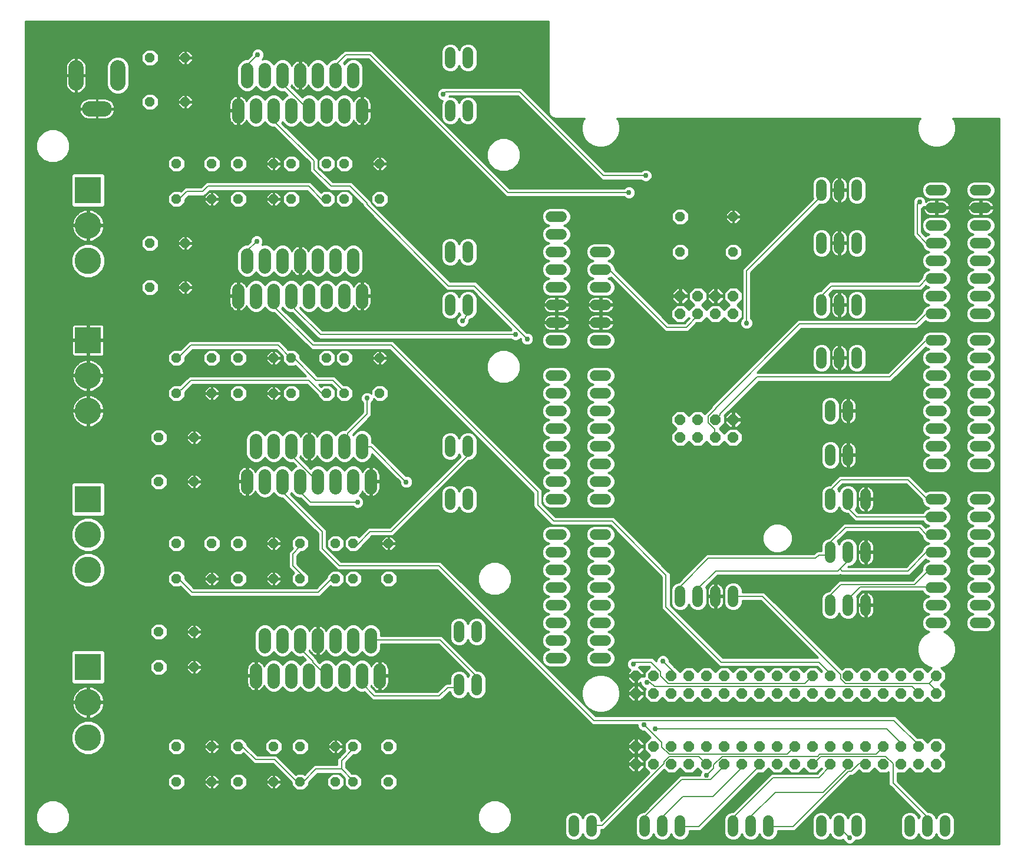
<source format=gbl>
G75*
%MOIN*%
%OFA0B0*%
%FSLAX25Y25*%
%IPPOS*%
%LPD*%
%AMOC8*
5,1,8,0,0,1.08239X$1,22.5*
%
%ADD10C,0.06000*%
%ADD11OC8,0.05200*%
%ADD12OC8,0.06000*%
%ADD13C,0.07087*%
%ADD14R,0.15000X0.15000*%
%ADD15C,0.15000*%
%ADD16C,0.08600*%
%ADD17C,0.00600*%
%ADD18C,0.02978*%
%ADD19C,0.01000*%
D10*
X0246500Y0198500D02*
X0246500Y0204500D01*
X0256500Y0204500D02*
X0256500Y0198500D01*
X0256500Y0228500D02*
X0256500Y0234500D01*
X0246500Y0234500D02*
X0246500Y0228500D01*
X0303500Y0231500D02*
X0309500Y0231500D01*
X0309500Y0221500D02*
X0303500Y0221500D01*
X0303500Y0211500D02*
X0309500Y0211500D01*
X0309500Y0201500D02*
X0303500Y0201500D01*
X0303500Y0181500D02*
X0309500Y0181500D01*
X0309500Y0171500D02*
X0303500Y0171500D01*
X0303500Y0161500D02*
X0309500Y0161500D01*
X0309500Y0151500D02*
X0303500Y0151500D01*
X0303500Y0141500D02*
X0309500Y0141500D01*
X0309500Y0131500D02*
X0303500Y0131500D01*
X0303500Y0121500D02*
X0309500Y0121500D01*
X0309500Y0111500D02*
X0303500Y0111500D01*
X0328500Y0111500D02*
X0334500Y0111500D01*
X0334500Y0121500D02*
X0328500Y0121500D01*
X0328500Y0131500D02*
X0334500Y0131500D01*
X0334500Y0141500D02*
X0328500Y0141500D01*
X0328500Y0151500D02*
X0334500Y0151500D01*
X0334500Y0161500D02*
X0328500Y0161500D01*
X0328500Y0171500D02*
X0334500Y0171500D01*
X0334500Y0181500D02*
X0328500Y0181500D01*
X0328500Y0201500D02*
X0334500Y0201500D01*
X0334500Y0211500D02*
X0328500Y0211500D01*
X0328500Y0221500D02*
X0334500Y0221500D01*
X0334500Y0231500D02*
X0328500Y0231500D01*
X0328500Y0241500D02*
X0334500Y0241500D01*
X0334500Y0251500D02*
X0328500Y0251500D01*
X0328500Y0261500D02*
X0334500Y0261500D01*
X0334500Y0271500D02*
X0328500Y0271500D01*
X0309500Y0271500D02*
X0303500Y0271500D01*
X0303500Y0261500D02*
X0309500Y0261500D01*
X0309500Y0251500D02*
X0303500Y0251500D01*
X0303500Y0241500D02*
X0309500Y0241500D01*
X0309500Y0291500D02*
X0303500Y0291500D01*
X0303500Y0301500D02*
X0309500Y0301500D01*
X0309500Y0311500D02*
X0303500Y0311500D01*
X0303500Y0321500D02*
X0309500Y0321500D01*
X0309500Y0331500D02*
X0303500Y0331500D01*
X0303500Y0341500D02*
X0309500Y0341500D01*
X0309500Y0351500D02*
X0303500Y0351500D01*
X0303500Y0361500D02*
X0309500Y0361500D01*
X0328500Y0341500D02*
X0334500Y0341500D01*
X0334500Y0331500D02*
X0328500Y0331500D01*
X0328500Y0321500D02*
X0334500Y0321500D01*
X0334500Y0311500D02*
X0328500Y0311500D01*
X0328500Y0301500D02*
X0334500Y0301500D01*
X0334500Y0291500D02*
X0328500Y0291500D01*
X0256500Y0308500D02*
X0256500Y0314500D01*
X0246500Y0314500D02*
X0246500Y0308500D01*
X0246500Y0338500D02*
X0246500Y0344500D01*
X0256500Y0344500D02*
X0256500Y0338500D01*
X0256500Y0418500D02*
X0256500Y0424500D01*
X0246500Y0424500D02*
X0246500Y0418500D01*
X0246500Y0448500D02*
X0246500Y0454500D01*
X0256500Y0454500D02*
X0256500Y0448500D01*
X0456500Y0379500D02*
X0456500Y0373500D01*
X0466500Y0373500D02*
X0466500Y0379500D01*
X0476500Y0379500D02*
X0476500Y0373500D01*
X0476500Y0349500D02*
X0476500Y0343500D01*
X0466500Y0343500D02*
X0466500Y0349500D01*
X0456500Y0349500D02*
X0456500Y0343500D01*
X0456500Y0314500D02*
X0456500Y0308500D01*
X0466500Y0308500D02*
X0466500Y0314500D01*
X0476500Y0314500D02*
X0476500Y0308500D01*
X0476500Y0284500D02*
X0476500Y0278500D01*
X0466500Y0278500D02*
X0466500Y0284500D01*
X0456500Y0284500D02*
X0456500Y0278500D01*
X0461500Y0254500D02*
X0461500Y0248500D01*
X0471500Y0248500D02*
X0471500Y0254500D01*
X0471500Y0229500D02*
X0471500Y0223500D01*
X0461500Y0223500D02*
X0461500Y0229500D01*
X0461500Y0204500D02*
X0461500Y0198500D01*
X0471500Y0198500D02*
X0471500Y0204500D01*
X0481500Y0204500D02*
X0481500Y0198500D01*
X0481500Y0174500D02*
X0481500Y0168500D01*
X0471500Y0168500D02*
X0471500Y0174500D01*
X0461500Y0174500D02*
X0461500Y0168500D01*
X0461500Y0144500D02*
X0461500Y0138500D01*
X0471500Y0138500D02*
X0471500Y0144500D01*
X0481500Y0144500D02*
X0481500Y0138500D01*
X0518500Y0141500D02*
X0524500Y0141500D01*
X0524500Y0131500D02*
X0518500Y0131500D01*
X0518500Y0151500D02*
X0524500Y0151500D01*
X0524500Y0161500D02*
X0518500Y0161500D01*
X0518500Y0171500D02*
X0524500Y0171500D01*
X0524500Y0181500D02*
X0518500Y0181500D01*
X0518500Y0191500D02*
X0524500Y0191500D01*
X0524500Y0201500D02*
X0518500Y0201500D01*
X0518500Y0221500D02*
X0524500Y0221500D01*
X0524500Y0231500D02*
X0518500Y0231500D01*
X0518500Y0241500D02*
X0524500Y0241500D01*
X0524500Y0251500D02*
X0518500Y0251500D01*
X0518500Y0261500D02*
X0524500Y0261500D01*
X0524500Y0271500D02*
X0518500Y0271500D01*
X0518500Y0281500D02*
X0524500Y0281500D01*
X0524500Y0291500D02*
X0518500Y0291500D01*
X0518500Y0306500D02*
X0524500Y0306500D01*
X0524500Y0316500D02*
X0518500Y0316500D01*
X0518500Y0326500D02*
X0524500Y0326500D01*
X0524500Y0336500D02*
X0518500Y0336500D01*
X0518500Y0346500D02*
X0524500Y0346500D01*
X0524500Y0356500D02*
X0518500Y0356500D01*
X0518500Y0366500D02*
X0524500Y0366500D01*
X0524500Y0376500D02*
X0518500Y0376500D01*
X0543500Y0376500D02*
X0549500Y0376500D01*
X0549500Y0366500D02*
X0543500Y0366500D01*
X0543500Y0356500D02*
X0549500Y0356500D01*
X0549500Y0346500D02*
X0543500Y0346500D01*
X0543500Y0336500D02*
X0549500Y0336500D01*
X0549500Y0326500D02*
X0543500Y0326500D01*
X0543500Y0316500D02*
X0549500Y0316500D01*
X0549500Y0306500D02*
X0543500Y0306500D01*
X0543500Y0291500D02*
X0549500Y0291500D01*
X0549500Y0281500D02*
X0543500Y0281500D01*
X0543500Y0271500D02*
X0549500Y0271500D01*
X0549500Y0261500D02*
X0543500Y0261500D01*
X0543500Y0251500D02*
X0549500Y0251500D01*
X0549500Y0241500D02*
X0543500Y0241500D01*
X0543500Y0231500D02*
X0549500Y0231500D01*
X0549500Y0221500D02*
X0543500Y0221500D01*
X0543500Y0201500D02*
X0549500Y0201500D01*
X0549500Y0191500D02*
X0543500Y0191500D01*
X0543500Y0181500D02*
X0549500Y0181500D01*
X0549500Y0171500D02*
X0543500Y0171500D01*
X0543500Y0161500D02*
X0549500Y0161500D01*
X0549500Y0151500D02*
X0543500Y0151500D01*
X0543500Y0141500D02*
X0549500Y0141500D01*
X0549500Y0131500D02*
X0543500Y0131500D01*
X0526500Y0019500D02*
X0526500Y0013500D01*
X0516500Y0013500D02*
X0516500Y0019500D01*
X0506500Y0019500D02*
X0506500Y0013500D01*
X0476500Y0013500D02*
X0476500Y0019500D01*
X0466500Y0019500D02*
X0466500Y0013500D01*
X0456500Y0013500D02*
X0456500Y0019500D01*
X0426500Y0019500D02*
X0426500Y0013500D01*
X0416500Y0013500D02*
X0416500Y0019500D01*
X0406500Y0019500D02*
X0406500Y0013500D01*
X0376500Y0013500D02*
X0376500Y0019500D01*
X0366500Y0019500D02*
X0366500Y0013500D01*
X0356500Y0013500D02*
X0356500Y0019500D01*
X0326500Y0019500D02*
X0326500Y0013500D01*
X0316500Y0013500D02*
X0316500Y0019500D01*
X0261500Y0093500D02*
X0261500Y0099500D01*
X0251500Y0099500D02*
X0251500Y0093500D01*
X0251500Y0123500D02*
X0251500Y0129500D01*
X0261500Y0129500D02*
X0261500Y0123500D01*
X0376500Y0143500D02*
X0376500Y0149500D01*
X0386500Y0149500D02*
X0386500Y0143500D01*
X0396500Y0143500D02*
X0396500Y0149500D01*
X0406500Y0149500D02*
X0406500Y0143500D01*
D11*
X0211500Y0156500D03*
X0191500Y0156500D03*
X0181500Y0156500D03*
X0181500Y0176500D03*
X0191500Y0176500D03*
X0211500Y0176500D03*
X0161500Y0176500D03*
X0146500Y0176500D03*
X0146500Y0156500D03*
X0161500Y0156500D03*
X0126500Y0156500D03*
X0111500Y0156500D03*
X0091500Y0156500D03*
X0091500Y0176500D03*
X0111500Y0176500D03*
X0126500Y0176500D03*
X0101500Y0211500D03*
X0081500Y0211500D03*
X0081500Y0236500D03*
X0101500Y0236500D03*
X0091500Y0261500D03*
X0111500Y0261500D03*
X0126500Y0261500D03*
X0126500Y0281500D03*
X0111500Y0281500D03*
X0091500Y0281500D03*
X0096500Y0321500D03*
X0076500Y0321500D03*
X0076500Y0346500D03*
X0096500Y0346500D03*
X0091500Y0371500D03*
X0111500Y0371500D03*
X0126500Y0371500D03*
X0126500Y0391500D03*
X0111500Y0391500D03*
X0091500Y0391500D03*
X0096500Y0426500D03*
X0076500Y0426500D03*
X0076500Y0451500D03*
X0096500Y0451500D03*
X0146500Y0391500D03*
X0156500Y0391500D03*
X0156500Y0371500D03*
X0146500Y0371500D03*
X0176500Y0371500D03*
X0186500Y0371500D03*
X0206500Y0371500D03*
X0206500Y0391500D03*
X0186500Y0391500D03*
X0176500Y0391500D03*
X0176500Y0281500D03*
X0186500Y0281500D03*
X0206500Y0281500D03*
X0206500Y0261500D03*
X0186500Y0261500D03*
X0176500Y0261500D03*
X0156500Y0261500D03*
X0146500Y0261500D03*
X0146500Y0281500D03*
X0156500Y0281500D03*
X0101500Y0126500D03*
X0101500Y0106500D03*
X0081500Y0106500D03*
X0081500Y0126500D03*
X0091500Y0061500D03*
X0111500Y0061500D03*
X0126500Y0061500D03*
X0126500Y0041500D03*
X0111500Y0041500D03*
X0091500Y0041500D03*
X0146500Y0041500D03*
X0161500Y0041500D03*
X0161500Y0061500D03*
X0146500Y0061500D03*
X0181500Y0061500D03*
X0191500Y0061500D03*
X0211500Y0061500D03*
X0211500Y0041500D03*
X0191500Y0041500D03*
X0181500Y0041500D03*
X0376500Y0341500D03*
X0376500Y0361500D03*
X0406500Y0361500D03*
X0406500Y0341500D03*
D12*
X0406500Y0316500D03*
X0406500Y0306500D03*
X0396500Y0306500D03*
X0396500Y0316500D03*
X0386500Y0316500D03*
X0386500Y0306500D03*
X0376500Y0306500D03*
X0376500Y0316500D03*
X0376500Y0246500D03*
X0376500Y0236500D03*
X0386500Y0236500D03*
X0386500Y0246500D03*
X0396500Y0246500D03*
X0396500Y0236500D03*
X0406500Y0236500D03*
X0406500Y0246500D03*
X0401500Y0101500D03*
X0401500Y0091500D03*
X0391500Y0091500D03*
X0391500Y0101500D03*
X0381500Y0101500D03*
X0381500Y0091500D03*
X0371500Y0091500D03*
X0361500Y0091500D03*
X0361500Y0101500D03*
X0371500Y0101500D03*
X0351500Y0101500D03*
X0351500Y0091500D03*
X0351500Y0061500D03*
X0351500Y0051500D03*
X0361500Y0051500D03*
X0371500Y0051500D03*
X0371500Y0061500D03*
X0361500Y0061500D03*
X0381500Y0061500D03*
X0381500Y0051500D03*
X0391500Y0051500D03*
X0391500Y0061500D03*
X0401500Y0061500D03*
X0401500Y0051500D03*
X0411500Y0051500D03*
X0421500Y0051500D03*
X0421500Y0061500D03*
X0411500Y0061500D03*
X0431500Y0061500D03*
X0431500Y0051500D03*
X0441500Y0051500D03*
X0441500Y0061500D03*
X0451500Y0061500D03*
X0461500Y0061500D03*
X0461500Y0051500D03*
X0451500Y0051500D03*
X0471500Y0051500D03*
X0471500Y0061500D03*
X0481500Y0061500D03*
X0481500Y0051500D03*
X0491500Y0051500D03*
X0491500Y0061500D03*
X0501500Y0061500D03*
X0511500Y0061500D03*
X0511500Y0051500D03*
X0501500Y0051500D03*
X0521500Y0051500D03*
X0521500Y0061500D03*
X0521500Y0091500D03*
X0521500Y0101500D03*
X0511500Y0101500D03*
X0501500Y0101500D03*
X0501500Y0091500D03*
X0511500Y0091500D03*
X0491500Y0091500D03*
X0491500Y0101500D03*
X0481500Y0101500D03*
X0481500Y0091500D03*
X0471500Y0091500D03*
X0471500Y0101500D03*
X0461500Y0101500D03*
X0451500Y0101500D03*
X0451500Y0091500D03*
X0461500Y0091500D03*
X0441500Y0091500D03*
X0441500Y0101500D03*
X0431500Y0101500D03*
X0431500Y0091500D03*
X0421500Y0091500D03*
X0411500Y0091500D03*
X0411500Y0101500D03*
X0421500Y0101500D03*
D13*
X0206500Y0097957D02*
X0206500Y0105043D01*
X0196500Y0105043D02*
X0196500Y0097957D01*
X0186500Y0097957D02*
X0186500Y0105043D01*
X0176500Y0105043D02*
X0176500Y0097957D01*
X0166500Y0097957D02*
X0166500Y0105043D01*
X0156500Y0105043D02*
X0156500Y0097957D01*
X0146500Y0097957D02*
X0146500Y0105043D01*
X0136500Y0105043D02*
X0136500Y0097957D01*
X0141500Y0117957D02*
X0141500Y0125043D01*
X0151500Y0125043D02*
X0151500Y0117957D01*
X0161500Y0117957D02*
X0161500Y0125043D01*
X0171500Y0125043D02*
X0171500Y0117957D01*
X0181500Y0117957D02*
X0181500Y0125043D01*
X0191500Y0125043D02*
X0191500Y0117957D01*
X0201500Y0117957D02*
X0201500Y0125043D01*
X0201500Y0207957D02*
X0201500Y0215043D01*
X0191500Y0215043D02*
X0191500Y0207957D01*
X0181500Y0207957D02*
X0181500Y0215043D01*
X0171500Y0215043D02*
X0171500Y0207957D01*
X0161500Y0207957D02*
X0161500Y0215043D01*
X0151500Y0215043D02*
X0151500Y0207957D01*
X0141500Y0207957D02*
X0141500Y0215043D01*
X0131500Y0215043D02*
X0131500Y0207957D01*
X0136500Y0227957D02*
X0136500Y0235043D01*
X0146500Y0235043D02*
X0146500Y0227957D01*
X0156500Y0227957D02*
X0156500Y0235043D01*
X0166500Y0235043D02*
X0166500Y0227957D01*
X0176500Y0227957D02*
X0176500Y0235043D01*
X0186500Y0235043D02*
X0186500Y0227957D01*
X0196500Y0227957D02*
X0196500Y0235043D01*
X0196500Y0312957D02*
X0196500Y0320043D01*
X0186500Y0320043D02*
X0186500Y0312957D01*
X0176500Y0312957D02*
X0176500Y0320043D01*
X0166500Y0320043D02*
X0166500Y0312957D01*
X0156500Y0312957D02*
X0156500Y0320043D01*
X0146500Y0320043D02*
X0146500Y0312957D01*
X0136500Y0312957D02*
X0136500Y0320043D01*
X0126500Y0320043D02*
X0126500Y0312957D01*
X0131500Y0332957D02*
X0131500Y0340043D01*
X0141500Y0340043D02*
X0141500Y0332957D01*
X0151500Y0332957D02*
X0151500Y0340043D01*
X0161500Y0340043D02*
X0161500Y0332957D01*
X0171500Y0332957D02*
X0171500Y0340043D01*
X0181500Y0340043D02*
X0181500Y0332957D01*
X0191500Y0332957D02*
X0191500Y0340043D01*
X0186500Y0417957D02*
X0186500Y0425043D01*
X0196500Y0425043D02*
X0196500Y0417957D01*
X0176500Y0417957D02*
X0176500Y0425043D01*
X0166500Y0425043D02*
X0166500Y0417957D01*
X0156500Y0417957D02*
X0156500Y0425043D01*
X0146500Y0425043D02*
X0146500Y0417957D01*
X0136500Y0417957D02*
X0136500Y0425043D01*
X0126500Y0425043D02*
X0126500Y0417957D01*
X0131500Y0437957D02*
X0131500Y0445043D01*
X0141500Y0445043D02*
X0141500Y0437957D01*
X0151500Y0437957D02*
X0151500Y0445043D01*
X0161500Y0445043D02*
X0161500Y0437957D01*
X0171500Y0437957D02*
X0171500Y0445043D01*
X0181500Y0445043D02*
X0181500Y0437957D01*
X0191500Y0437957D02*
X0191500Y0445043D01*
D14*
X0041500Y0376500D03*
X0041500Y0291500D03*
X0041500Y0201500D03*
X0041500Y0106500D03*
D15*
X0041500Y0086500D03*
X0041500Y0066500D03*
X0041500Y0161500D03*
X0041500Y0181500D03*
X0041500Y0251500D03*
X0041500Y0271500D03*
X0041500Y0336500D03*
X0041500Y0356500D03*
D16*
X0042200Y0422602D02*
X0050800Y0422602D01*
X0058311Y0437200D02*
X0058311Y0445800D01*
X0034689Y0445800D02*
X0034689Y0437200D01*
D17*
X0097300Y0375700D02*
X0106300Y0375700D01*
X0109300Y0378700D01*
X0166300Y0378700D01*
X0174100Y0370900D01*
X0175900Y0370900D01*
X0176500Y0371500D01*
X0178900Y0378700D02*
X0189700Y0378700D01*
X0199300Y0369100D01*
X0199300Y0368500D01*
X0245500Y0322300D01*
X0259900Y0322300D01*
X0289900Y0292300D01*
X0283300Y0294700D02*
X0172900Y0294700D01*
X0158500Y0309100D01*
X0158500Y0309700D01*
X0156700Y0311500D01*
X0156700Y0316300D01*
X0156500Y0316500D01*
X0146500Y0316500D02*
X0146500Y0310900D01*
X0168700Y0288700D01*
X0213100Y0288700D01*
X0295900Y0205900D01*
X0295900Y0198100D01*
X0304900Y0189100D01*
X0337900Y0189100D01*
X0368500Y0158500D01*
X0368500Y0140500D01*
X0399700Y0109300D01*
X0454900Y0109300D01*
X0461500Y0102700D01*
X0461500Y0101500D01*
X0451500Y0101500D02*
X0451300Y0101500D01*
X0447100Y0097300D01*
X0369700Y0097300D01*
X0365500Y0101500D01*
X0365500Y0103900D01*
X0360100Y0109300D01*
X0351100Y0109300D01*
X0349900Y0108100D01*
X0357700Y0097900D02*
X0359500Y0097900D01*
X0361900Y0095500D01*
X0507700Y0095500D01*
X0511300Y0091900D01*
X0511500Y0091500D01*
X0517300Y0097300D02*
X0521500Y0093100D01*
X0521500Y0091500D01*
X0517300Y0097300D02*
X0521500Y0101500D01*
X0517300Y0097300D02*
X0469900Y0097300D01*
X0467500Y0099700D01*
X0467500Y0102100D01*
X0423100Y0146500D01*
X0406500Y0146500D01*
X0396700Y0160900D02*
X0465700Y0160900D01*
X0466900Y0162100D01*
X0468100Y0160900D01*
X0505300Y0160900D01*
X0515500Y0171100D01*
X0521500Y0171100D01*
X0521500Y0171500D01*
X0521500Y0161500D02*
X0517300Y0161500D01*
X0508900Y0153100D01*
X0467500Y0153100D01*
X0461500Y0147100D01*
X0461500Y0141500D01*
X0471500Y0141500D02*
X0471700Y0141700D01*
X0471700Y0145300D01*
X0478300Y0151900D01*
X0521500Y0151900D01*
X0521500Y0151500D01*
X0521500Y0181500D02*
X0521500Y0181900D01*
X0515500Y0181900D01*
X0511900Y0185500D01*
X0469900Y0185500D01*
X0461500Y0177100D01*
X0461500Y0171500D01*
X0461500Y0171100D01*
X0460300Y0169900D01*
X0454900Y0169900D01*
X0453100Y0168100D01*
X0392500Y0168100D01*
X0376900Y0152500D01*
X0376900Y0146500D01*
X0376500Y0146500D01*
X0386500Y0146500D02*
X0386500Y0150700D01*
X0396700Y0160900D01*
X0366700Y0109900D02*
X0372100Y0104500D01*
X0372100Y0102100D01*
X0371500Y0101500D01*
X0355900Y0073900D02*
X0366100Y0063700D01*
X0366100Y0061300D01*
X0370300Y0057100D01*
X0436900Y0057100D01*
X0441100Y0061300D01*
X0441500Y0061500D01*
X0454300Y0055900D02*
X0455500Y0057100D01*
X0487300Y0057100D01*
X0491500Y0061300D01*
X0491500Y0061500D01*
X0492700Y0055900D02*
X0456100Y0055900D01*
X0451900Y0051700D01*
X0451500Y0051500D01*
X0454300Y0055900D02*
X0400300Y0055900D01*
X0395500Y0051100D01*
X0395500Y0049300D01*
X0391300Y0045100D01*
X0393700Y0042700D02*
X0401500Y0050500D01*
X0401500Y0051500D01*
X0411100Y0051100D02*
X0411500Y0051500D01*
X0411100Y0051100D02*
X0411100Y0049300D01*
X0394900Y0033100D01*
X0378100Y0033100D01*
X0366700Y0021700D01*
X0366700Y0016900D01*
X0366500Y0016500D01*
X0376500Y0016500D02*
X0376900Y0016300D01*
X0387100Y0016300D01*
X0421900Y0051100D01*
X0421500Y0051500D01*
X0429100Y0043900D02*
X0454900Y0043900D01*
X0461500Y0050500D01*
X0461500Y0051500D01*
X0471100Y0051100D02*
X0471500Y0051500D01*
X0471100Y0051100D02*
X0471100Y0049300D01*
X0457300Y0035500D01*
X0430300Y0035500D01*
X0416500Y0021700D01*
X0416500Y0016500D01*
X0406900Y0016900D02*
X0406900Y0021700D01*
X0429100Y0043900D01*
X0426500Y0016500D02*
X0426700Y0016300D01*
X0440500Y0016300D01*
X0471700Y0047500D01*
X0473500Y0047500D01*
X0477700Y0051700D01*
X0481300Y0051700D01*
X0481500Y0051500D01*
X0492700Y0055900D02*
X0496900Y0051700D01*
X0496900Y0040900D01*
X0516100Y0021700D01*
X0516100Y0016900D01*
X0516500Y0016500D01*
X0472300Y0009700D02*
X0466900Y0015100D01*
X0466900Y0016300D01*
X0466500Y0016500D01*
X0501500Y0061500D02*
X0501100Y0061900D01*
X0501100Y0063700D01*
X0493300Y0071500D01*
X0362500Y0071500D01*
X0370300Y0055900D02*
X0387100Y0055900D01*
X0391500Y0051500D01*
X0393700Y0042700D02*
X0377500Y0042700D01*
X0356500Y0021700D01*
X0356500Y0016500D01*
X0332500Y0016900D02*
X0367300Y0051700D01*
X0367300Y0052900D01*
X0370300Y0055900D01*
X0327700Y0076300D02*
X0497500Y0076300D01*
X0511900Y0061900D01*
X0511500Y0061500D01*
X0406900Y0016900D02*
X0406500Y0016500D01*
X0332500Y0016900D02*
X0326500Y0016900D01*
X0326500Y0016500D01*
X0327700Y0076300D02*
X0240100Y0163900D01*
X0183700Y0163900D01*
X0174100Y0173500D01*
X0174100Y0183100D01*
X0151900Y0205300D01*
X0151900Y0211300D01*
X0151500Y0211500D01*
X0161500Y0211500D02*
X0161500Y0205900D01*
X0167500Y0199900D01*
X0193900Y0199900D01*
X0201100Y0183100D02*
X0193900Y0175900D01*
X0192100Y0175900D01*
X0191500Y0176500D01*
X0201100Y0183100D02*
X0213100Y0183100D01*
X0256300Y0226300D01*
X0256300Y0231100D01*
X0256500Y0231500D01*
X0221500Y0211300D02*
X0201700Y0231100D01*
X0196900Y0231100D01*
X0196500Y0231500D01*
X0186700Y0231700D02*
X0186700Y0236500D01*
X0188500Y0238300D01*
X0188500Y0238900D01*
X0199300Y0249700D01*
X0199300Y0258700D01*
X0186500Y0261500D02*
X0186100Y0261700D01*
X0186100Y0262900D01*
X0180100Y0268900D01*
X0170500Y0268900D01*
X0157900Y0281500D01*
X0156500Y0281500D01*
X0156100Y0281500D01*
X0148900Y0288700D01*
X0099700Y0288700D01*
X0092500Y0281500D01*
X0091500Y0281500D01*
X0099700Y0268900D02*
X0166300Y0268900D01*
X0174100Y0261100D01*
X0176500Y0261100D01*
X0176500Y0261500D01*
X0186700Y0231700D02*
X0186500Y0231500D01*
X0171500Y0211500D02*
X0156700Y0226300D01*
X0156700Y0231100D01*
X0156500Y0231500D01*
X0099700Y0268900D02*
X0094300Y0263500D01*
X0093700Y0263500D01*
X0091900Y0261700D01*
X0091500Y0261500D01*
X0131500Y0336500D02*
X0131500Y0342100D01*
X0136900Y0347500D01*
X0097300Y0375700D02*
X0093100Y0371500D01*
X0091500Y0371500D01*
X0146500Y0415900D02*
X0169300Y0393100D01*
X0169300Y0388300D01*
X0178900Y0378700D01*
X0146500Y0415900D02*
X0146500Y0421500D01*
X0151900Y0436300D02*
X0151900Y0441100D01*
X0151500Y0441500D01*
X0151900Y0436300D02*
X0166300Y0421900D01*
X0166500Y0421500D01*
X0181500Y0441500D02*
X0181900Y0441700D01*
X0181900Y0447700D01*
X0187300Y0453100D01*
X0201100Y0453100D01*
X0279100Y0375100D01*
X0347500Y0375100D01*
X0357100Y0384700D02*
X0333100Y0384700D01*
X0285700Y0432100D01*
X0243700Y0432100D01*
X0242500Y0430900D01*
X0137500Y0453100D02*
X0131500Y0447100D01*
X0131500Y0441500D01*
X0256300Y0311500D02*
X0256500Y0311500D01*
X0256300Y0311500D02*
X0256300Y0306100D01*
X0255100Y0304900D01*
X0255100Y0304300D01*
X0253300Y0302500D01*
X0331500Y0331500D02*
X0331900Y0331300D01*
X0336700Y0331300D01*
X0369100Y0298900D01*
X0379900Y0298900D01*
X0386500Y0305500D01*
X0386500Y0306500D01*
X0414100Y0301300D02*
X0414100Y0330700D01*
X0456100Y0372700D01*
X0456100Y0376300D01*
X0456500Y0376500D01*
X0510700Y0368500D02*
X0510700Y0351700D01*
X0515500Y0346900D01*
X0521500Y0346900D01*
X0521500Y0346500D01*
X0521500Y0326500D02*
X0516100Y0326500D01*
X0511900Y0322300D01*
X0462100Y0322300D01*
X0456700Y0316900D01*
X0456700Y0311500D01*
X0456500Y0311500D01*
X0444100Y0300700D02*
X0510100Y0300700D01*
X0515500Y0306100D01*
X0521500Y0306100D01*
X0521500Y0306500D01*
X0521500Y0291500D02*
X0521500Y0291100D01*
X0515500Y0291100D01*
X0495100Y0270700D01*
X0420100Y0270700D01*
X0399100Y0249700D01*
X0399100Y0249100D01*
X0396500Y0246500D01*
X0392500Y0244900D02*
X0396100Y0241300D01*
X0396100Y0236500D01*
X0396500Y0236500D01*
X0392500Y0244900D02*
X0392500Y0248500D01*
X0396700Y0252700D01*
X0396700Y0253300D01*
X0444100Y0300700D01*
X0510700Y0368500D02*
X0511900Y0369700D01*
X0505300Y0212500D02*
X0467500Y0212500D01*
X0461500Y0206500D01*
X0461500Y0201500D01*
X0471500Y0201500D02*
X0471700Y0201100D01*
X0471700Y0196300D01*
X0476500Y0191500D01*
X0514900Y0191500D01*
X0515500Y0192100D01*
X0520900Y0192100D01*
X0521500Y0191500D01*
X0521500Y0201500D02*
X0521500Y0201700D01*
X0516100Y0201700D01*
X0505300Y0212500D01*
X0471500Y0171500D02*
X0471100Y0171100D01*
X0471100Y0166300D01*
X0466900Y0162100D01*
X0261100Y0101500D02*
X0261100Y0096700D01*
X0261500Y0096500D01*
X0261100Y0101500D02*
X0240700Y0121900D01*
X0201700Y0121900D01*
X0201500Y0121500D01*
X0196900Y0101500D02*
X0196500Y0101500D01*
X0196900Y0101500D02*
X0196900Y0096700D01*
X0203500Y0090100D01*
X0240100Y0090100D01*
X0244900Y0094900D01*
X0250300Y0094900D01*
X0251500Y0096100D01*
X0251500Y0096500D01*
X0191500Y0061500D02*
X0191500Y0060100D01*
X0184900Y0053500D01*
X0184900Y0048700D01*
X0191500Y0042100D01*
X0191500Y0041500D01*
X0184900Y0048700D02*
X0170500Y0048700D01*
X0163300Y0041500D01*
X0161500Y0041500D01*
X0159700Y0041500D01*
X0147100Y0054100D01*
X0136300Y0054100D01*
X0129100Y0061300D01*
X0126700Y0061300D01*
X0126500Y0061500D01*
X0168700Y0109300D02*
X0176500Y0101500D01*
X0168700Y0109300D02*
X0168700Y0109900D01*
X0161500Y0117100D01*
X0161500Y0121500D01*
X0171700Y0148900D02*
X0178900Y0156100D01*
X0181300Y0156100D01*
X0181500Y0156500D01*
X0171700Y0148900D02*
X0100300Y0148900D01*
X0093100Y0156100D01*
X0091900Y0156100D01*
X0091500Y0156500D01*
X0157300Y0163900D02*
X0162100Y0159100D01*
X0162100Y0157300D01*
X0161500Y0156700D01*
X0161500Y0156500D01*
X0157300Y0163900D02*
X0157300Y0170500D01*
X0161500Y0174700D01*
X0161500Y0176500D01*
D18*
X0193900Y0199900D03*
X0221500Y0211300D03*
X0199300Y0258700D03*
X0253300Y0302500D03*
X0283300Y0294700D03*
X0289900Y0292300D03*
X0347500Y0375100D03*
X0357100Y0384700D03*
X0414100Y0301300D03*
X0511900Y0369700D03*
X0242500Y0430900D03*
X0137500Y0453100D03*
X0136900Y0347500D03*
X0349900Y0108100D03*
X0357700Y0097900D03*
X0366700Y0109900D03*
X0355900Y0073900D03*
X0362500Y0071500D03*
X0391300Y0045100D03*
X0472300Y0009700D03*
D19*
X0006000Y0006000D02*
X0006000Y0472000D01*
X0302000Y0472000D01*
X0302000Y0420605D01*
X0302685Y0418951D01*
X0303951Y0417685D01*
X0305605Y0417000D01*
X0322206Y0417000D01*
X0321437Y0415668D01*
X0320701Y0412922D01*
X0320701Y0410078D01*
X0321437Y0407332D01*
X0322858Y0404869D01*
X0324869Y0402858D01*
X0327332Y0401437D01*
X0330078Y0400701D01*
X0332922Y0400701D01*
X0335668Y0401437D01*
X0338131Y0402858D01*
X0340142Y0404869D01*
X0341563Y0407332D01*
X0342299Y0410078D01*
X0342299Y0412922D01*
X0341563Y0415668D01*
X0340794Y0417000D01*
X0512206Y0417000D01*
X0511437Y0415668D01*
X0510701Y0412922D01*
X0510701Y0410078D01*
X0511437Y0407332D01*
X0512858Y0404869D01*
X0514869Y0402858D01*
X0517332Y0401437D01*
X0520078Y0400701D01*
X0522922Y0400701D01*
X0525668Y0401437D01*
X0528131Y0402858D01*
X0530142Y0404869D01*
X0531563Y0407332D01*
X0532299Y0410078D01*
X0532299Y0412922D01*
X0531563Y0415668D01*
X0530794Y0417000D01*
X0556921Y0417000D01*
X0556921Y0006000D01*
X0006000Y0006000D01*
X0006000Y0006619D02*
X0470359Y0006619D01*
X0470267Y0006657D02*
X0471586Y0006111D01*
X0473014Y0006111D01*
X0474333Y0006657D01*
X0475343Y0007667D01*
X0475646Y0008400D01*
X0477514Y0008400D01*
X0479389Y0009176D01*
X0480824Y0010611D01*
X0481600Y0012486D01*
X0481600Y0020514D01*
X0480824Y0022389D01*
X0479389Y0023824D01*
X0477514Y0024600D01*
X0475486Y0024600D01*
X0473611Y0023824D01*
X0472176Y0022389D01*
X0471500Y0020756D01*
X0470824Y0022389D01*
X0469389Y0023824D01*
X0467514Y0024600D01*
X0465486Y0024600D01*
X0463611Y0023824D01*
X0462176Y0022389D01*
X0461500Y0020756D01*
X0460824Y0022389D01*
X0459389Y0023824D01*
X0457514Y0024600D01*
X0455486Y0024600D01*
X0453611Y0023824D01*
X0452176Y0022389D01*
X0451400Y0020514D01*
X0451400Y0012486D01*
X0452176Y0010611D01*
X0453611Y0009176D01*
X0455486Y0008400D01*
X0457514Y0008400D01*
X0459389Y0009176D01*
X0460824Y0010611D01*
X0461500Y0012244D01*
X0462176Y0010611D01*
X0463611Y0009176D01*
X0465486Y0008400D01*
X0467514Y0008400D01*
X0468743Y0008909D01*
X0469257Y0007667D01*
X0470267Y0006657D01*
X0469307Y0007618D02*
X0006000Y0007618D01*
X0006000Y0008616D02*
X0314964Y0008616D01*
X0315486Y0008400D02*
X0313611Y0009176D01*
X0312176Y0010611D01*
X0311400Y0012486D01*
X0311400Y0020514D01*
X0312176Y0022389D01*
X0313611Y0023824D01*
X0315486Y0024600D01*
X0317514Y0024600D01*
X0319389Y0023824D01*
X0320824Y0022389D01*
X0321500Y0020756D01*
X0322176Y0022389D01*
X0323611Y0023824D01*
X0325486Y0024600D01*
X0327514Y0024600D01*
X0329389Y0023824D01*
X0330824Y0022389D01*
X0331600Y0020514D01*
X0331600Y0019394D01*
X0358997Y0046791D01*
X0356400Y0049388D01*
X0356400Y0053612D01*
X0359288Y0056500D01*
X0356400Y0059388D01*
X0356400Y0063612D01*
X0359388Y0066600D01*
X0359806Y0066600D01*
X0356095Y0070311D01*
X0355186Y0070311D01*
X0353867Y0070857D01*
X0352857Y0071867D01*
X0352311Y0073186D01*
X0352311Y0073900D01*
X0327223Y0073900D01*
X0326341Y0074265D01*
X0325665Y0074941D01*
X0239106Y0161500D01*
X0183223Y0161500D01*
X0182341Y0161865D01*
X0181665Y0162541D01*
X0172065Y0172141D01*
X0171700Y0173023D01*
X0171700Y0182106D01*
X0151492Y0202313D01*
X0150377Y0202313D01*
X0148303Y0203173D01*
X0146716Y0204760D01*
X0146500Y0205281D01*
X0146284Y0204760D01*
X0144697Y0203173D01*
X0142623Y0202313D01*
X0140377Y0202313D01*
X0138303Y0203173D01*
X0136716Y0204760D01*
X0136183Y0206048D01*
X0136174Y0206021D01*
X0135813Y0205313D01*
X0135347Y0204671D01*
X0134785Y0204110D01*
X0134143Y0203643D01*
X0133436Y0203283D01*
X0132681Y0203038D01*
X0132000Y0202930D01*
X0132000Y0211000D01*
X0131000Y0211000D01*
X0131000Y0202930D01*
X0130319Y0203038D01*
X0129564Y0203283D01*
X0128857Y0203643D01*
X0128215Y0204110D01*
X0127653Y0204671D01*
X0127187Y0205313D01*
X0126826Y0206021D01*
X0126581Y0206776D01*
X0126457Y0207560D01*
X0126457Y0211000D01*
X0131000Y0211000D01*
X0131000Y0212000D01*
X0131000Y0220070D01*
X0130319Y0219962D01*
X0129564Y0219717D01*
X0128857Y0219357D01*
X0128215Y0218890D01*
X0127653Y0218329D01*
X0127187Y0217687D01*
X0126826Y0216979D01*
X0126581Y0216224D01*
X0126457Y0215440D01*
X0126457Y0212000D01*
X0131000Y0212000D01*
X0132000Y0212000D01*
X0132000Y0220070D01*
X0132681Y0219962D01*
X0133436Y0219717D01*
X0134143Y0219357D01*
X0134785Y0218890D01*
X0135347Y0218329D01*
X0135813Y0217687D01*
X0136174Y0216979D01*
X0136183Y0216952D01*
X0136716Y0218240D01*
X0138303Y0219827D01*
X0140377Y0220687D01*
X0142623Y0220687D01*
X0144697Y0219827D01*
X0146284Y0218240D01*
X0146500Y0217719D01*
X0146716Y0218240D01*
X0148303Y0219827D01*
X0150377Y0220687D01*
X0152623Y0220687D01*
X0154697Y0219827D01*
X0156284Y0218240D01*
X0156500Y0217719D01*
X0156716Y0218240D01*
X0158303Y0219827D01*
X0159346Y0220260D01*
X0157292Y0222313D01*
X0155377Y0222313D01*
X0153303Y0223173D01*
X0151716Y0224760D01*
X0151500Y0225281D01*
X0151284Y0224760D01*
X0149697Y0223173D01*
X0147623Y0222313D01*
X0145377Y0222313D01*
X0143303Y0223173D01*
X0141716Y0224760D01*
X0141500Y0225281D01*
X0141284Y0224760D01*
X0139697Y0223173D01*
X0137623Y0222313D01*
X0135377Y0222313D01*
X0133303Y0223173D01*
X0131716Y0224760D01*
X0130857Y0226834D01*
X0130857Y0236166D01*
X0131716Y0238240D01*
X0133303Y0239827D01*
X0135377Y0240687D01*
X0137623Y0240687D01*
X0139697Y0239827D01*
X0141284Y0238240D01*
X0141500Y0237719D01*
X0141716Y0238240D01*
X0143303Y0239827D01*
X0145377Y0240687D01*
X0147623Y0240687D01*
X0149697Y0239827D01*
X0151284Y0238240D01*
X0151500Y0237719D01*
X0151716Y0238240D01*
X0153303Y0239827D01*
X0155377Y0240687D01*
X0157623Y0240687D01*
X0159697Y0239827D01*
X0161284Y0238240D01*
X0161817Y0236952D01*
X0161826Y0236979D01*
X0162187Y0237687D01*
X0162653Y0238329D01*
X0163215Y0238890D01*
X0163857Y0239357D01*
X0164564Y0239717D01*
X0165319Y0239962D01*
X0166000Y0240070D01*
X0166000Y0232000D01*
X0167000Y0232000D01*
X0167000Y0240070D01*
X0167681Y0239962D01*
X0168436Y0239717D01*
X0169143Y0239357D01*
X0169785Y0238890D01*
X0170347Y0238329D01*
X0170813Y0237687D01*
X0171174Y0236979D01*
X0171183Y0236952D01*
X0171716Y0238240D01*
X0173303Y0239827D01*
X0175377Y0240687D01*
X0177623Y0240687D01*
X0179697Y0239827D01*
X0181284Y0238240D01*
X0181500Y0237719D01*
X0181716Y0238240D01*
X0183303Y0239827D01*
X0185377Y0240687D01*
X0186893Y0240687D01*
X0196900Y0250694D01*
X0196900Y0256024D01*
X0196257Y0256667D01*
X0195711Y0257986D01*
X0195711Y0259414D01*
X0196257Y0260733D01*
X0197267Y0261743D01*
X0198586Y0262289D01*
X0200014Y0262289D01*
X0201333Y0261743D01*
X0201800Y0261276D01*
X0201800Y0263447D01*
X0204553Y0266200D01*
X0208447Y0266200D01*
X0211200Y0263447D01*
X0211200Y0259553D01*
X0208447Y0256800D01*
X0204553Y0256800D01*
X0202889Y0258464D01*
X0202889Y0257986D01*
X0202343Y0256667D01*
X0201700Y0256024D01*
X0201700Y0249223D01*
X0201335Y0248341D01*
X0200659Y0247665D01*
X0191259Y0238265D01*
X0191284Y0238240D01*
X0191500Y0237719D01*
X0191716Y0238240D01*
X0193303Y0239827D01*
X0195377Y0240687D01*
X0197623Y0240687D01*
X0199697Y0239827D01*
X0201284Y0238240D01*
X0202143Y0236166D01*
X0202143Y0233500D01*
X0202177Y0233500D01*
X0203059Y0233135D01*
X0221305Y0214889D01*
X0222214Y0214889D01*
X0223533Y0214343D01*
X0224543Y0213333D01*
X0225089Y0212014D01*
X0225089Y0210586D01*
X0224543Y0209267D01*
X0223533Y0208257D01*
X0222214Y0207711D01*
X0220786Y0207711D01*
X0219467Y0208257D01*
X0218457Y0209267D01*
X0217911Y0210586D01*
X0217911Y0211495D01*
X0202143Y0227263D01*
X0202143Y0226834D01*
X0201284Y0224760D01*
X0199697Y0223173D01*
X0197623Y0222313D01*
X0195377Y0222313D01*
X0193303Y0223173D01*
X0191716Y0224760D01*
X0191500Y0225281D01*
X0191284Y0224760D01*
X0189697Y0223173D01*
X0187623Y0222313D01*
X0185377Y0222313D01*
X0183303Y0223173D01*
X0181716Y0224760D01*
X0181500Y0225281D01*
X0181284Y0224760D01*
X0179697Y0223173D01*
X0177623Y0222313D01*
X0175377Y0222313D01*
X0173303Y0223173D01*
X0171716Y0224760D01*
X0171183Y0226048D01*
X0171174Y0226021D01*
X0170813Y0225313D01*
X0170347Y0224671D01*
X0169785Y0224110D01*
X0169143Y0223643D01*
X0168436Y0223283D01*
X0167681Y0223038D01*
X0167000Y0222930D01*
X0167000Y0231000D01*
X0166000Y0231000D01*
X0166000Y0222930D01*
X0165319Y0223038D01*
X0164564Y0223283D01*
X0163857Y0223643D01*
X0163215Y0224110D01*
X0162653Y0224671D01*
X0162187Y0225313D01*
X0161826Y0226021D01*
X0161817Y0226048D01*
X0161387Y0225007D01*
X0167435Y0218959D01*
X0168303Y0219827D01*
X0170377Y0220687D01*
X0172623Y0220687D01*
X0174697Y0219827D01*
X0176284Y0218240D01*
X0176500Y0217719D01*
X0176716Y0218240D01*
X0178303Y0219827D01*
X0180377Y0220687D01*
X0182623Y0220687D01*
X0184697Y0219827D01*
X0186284Y0218240D01*
X0186500Y0217719D01*
X0186716Y0218240D01*
X0188303Y0219827D01*
X0190377Y0220687D01*
X0192623Y0220687D01*
X0194697Y0219827D01*
X0196284Y0218240D01*
X0196817Y0216952D01*
X0196826Y0216979D01*
X0197187Y0217687D01*
X0197653Y0218329D01*
X0198215Y0218890D01*
X0198857Y0219357D01*
X0199564Y0219717D01*
X0200319Y0219962D01*
X0201000Y0220070D01*
X0201000Y0212000D01*
X0202000Y0212000D01*
X0202000Y0220070D01*
X0202681Y0219962D01*
X0203436Y0219717D01*
X0204143Y0219357D01*
X0204785Y0218890D01*
X0205347Y0218329D01*
X0205813Y0217687D01*
X0206174Y0216979D01*
X0206419Y0216224D01*
X0206543Y0215440D01*
X0206543Y0212000D01*
X0202000Y0212000D01*
X0202000Y0211000D01*
X0206543Y0211000D01*
X0206543Y0207560D01*
X0206419Y0206776D01*
X0206174Y0206021D01*
X0205813Y0205313D01*
X0205347Y0204671D01*
X0204785Y0204110D01*
X0204143Y0203643D01*
X0203436Y0203283D01*
X0202681Y0203038D01*
X0202000Y0202930D01*
X0202000Y0211000D01*
X0201000Y0211000D01*
X0201000Y0202930D01*
X0200319Y0203038D01*
X0199564Y0203283D01*
X0198857Y0203643D01*
X0198215Y0204110D01*
X0197653Y0204671D01*
X0197187Y0205313D01*
X0196826Y0206021D01*
X0196817Y0206048D01*
X0196284Y0204760D01*
X0194896Y0203372D01*
X0195933Y0202943D01*
X0196943Y0201933D01*
X0197489Y0200614D01*
X0197489Y0199186D01*
X0196943Y0197867D01*
X0195933Y0196857D01*
X0194614Y0196311D01*
X0193186Y0196311D01*
X0191867Y0196857D01*
X0191224Y0197500D01*
X0167023Y0197500D01*
X0166141Y0197865D01*
X0165465Y0198541D01*
X0161692Y0202313D01*
X0160377Y0202313D01*
X0158303Y0203173D01*
X0156716Y0204760D01*
X0156500Y0205281D01*
X0156284Y0204760D01*
X0156059Y0204535D01*
X0175459Y0185135D01*
X0176135Y0184459D01*
X0176500Y0183577D01*
X0176500Y0174494D01*
X0184694Y0166300D01*
X0240577Y0166300D01*
X0241459Y0165935D01*
X0328694Y0078700D01*
X0497977Y0078700D01*
X0498859Y0078335D01*
X0510594Y0066600D01*
X0513612Y0066600D01*
X0516500Y0063712D01*
X0519388Y0066600D01*
X0523612Y0066600D01*
X0526600Y0063612D01*
X0526600Y0059388D01*
X0523712Y0056500D01*
X0526600Y0053612D01*
X0526600Y0049388D01*
X0523612Y0046400D01*
X0519388Y0046400D01*
X0516500Y0049288D01*
X0513612Y0046400D01*
X0509388Y0046400D01*
X0506500Y0049288D01*
X0503612Y0046400D01*
X0499388Y0046400D01*
X0499300Y0046488D01*
X0499300Y0041894D01*
X0516594Y0024600D01*
X0517514Y0024600D01*
X0519389Y0023824D01*
X0520824Y0022389D01*
X0521500Y0020756D01*
X0522176Y0022389D01*
X0523611Y0023824D01*
X0525486Y0024600D01*
X0527514Y0024600D01*
X0529389Y0023824D01*
X0530824Y0022389D01*
X0531600Y0020514D01*
X0531600Y0012486D01*
X0530824Y0010611D01*
X0529389Y0009176D01*
X0527514Y0008400D01*
X0525486Y0008400D01*
X0523611Y0009176D01*
X0522176Y0010611D01*
X0521500Y0012244D01*
X0520824Y0010611D01*
X0519389Y0009176D01*
X0517514Y0008400D01*
X0515486Y0008400D01*
X0513611Y0009176D01*
X0512176Y0010611D01*
X0511500Y0012244D01*
X0510824Y0010611D01*
X0509389Y0009176D01*
X0507514Y0008400D01*
X0505486Y0008400D01*
X0503611Y0009176D01*
X0502176Y0010611D01*
X0501400Y0012486D01*
X0501400Y0020514D01*
X0502176Y0022389D01*
X0503611Y0023824D01*
X0505486Y0024600D01*
X0507514Y0024600D01*
X0509389Y0023824D01*
X0510824Y0022389D01*
X0511500Y0020756D01*
X0512130Y0022276D01*
X0495541Y0038865D01*
X0494865Y0039541D01*
X0494500Y0040423D01*
X0494500Y0047288D01*
X0493612Y0046400D01*
X0489388Y0046400D01*
X0486500Y0049288D01*
X0483612Y0046400D01*
X0479388Y0046400D01*
X0477591Y0048197D01*
X0474859Y0045465D01*
X0473977Y0045100D01*
X0472694Y0045100D01*
X0441859Y0014265D01*
X0440977Y0013900D01*
X0431600Y0013900D01*
X0431600Y0012486D01*
X0430824Y0010611D01*
X0429389Y0009176D01*
X0427514Y0008400D01*
X0425486Y0008400D01*
X0423611Y0009176D01*
X0422176Y0010611D01*
X0421500Y0012244D01*
X0420824Y0010611D01*
X0419389Y0009176D01*
X0417514Y0008400D01*
X0415486Y0008400D01*
X0413611Y0009176D01*
X0412176Y0010611D01*
X0411500Y0012244D01*
X0410824Y0010611D01*
X0409389Y0009176D01*
X0407514Y0008400D01*
X0405486Y0008400D01*
X0403611Y0009176D01*
X0402176Y0010611D01*
X0401400Y0012486D01*
X0401400Y0020514D01*
X0402176Y0022389D01*
X0403611Y0023824D01*
X0405486Y0024600D01*
X0406406Y0024600D01*
X0427065Y0045259D01*
X0427741Y0045935D01*
X0428623Y0046300D01*
X0453906Y0046300D01*
X0456697Y0049091D01*
X0456500Y0049288D01*
X0453612Y0046400D01*
X0449388Y0046400D01*
X0446500Y0049288D01*
X0443612Y0046400D01*
X0439388Y0046400D01*
X0436500Y0049288D01*
X0433612Y0046400D01*
X0429388Y0046400D01*
X0426500Y0049288D01*
X0423612Y0046400D01*
X0420594Y0046400D01*
X0388459Y0014265D01*
X0387577Y0013900D01*
X0381600Y0013900D01*
X0381600Y0012486D01*
X0380824Y0010611D01*
X0379389Y0009176D01*
X0377514Y0008400D01*
X0375486Y0008400D01*
X0373611Y0009176D01*
X0372176Y0010611D01*
X0371500Y0012244D01*
X0370824Y0010611D01*
X0369389Y0009176D01*
X0367514Y0008400D01*
X0365486Y0008400D01*
X0363611Y0009176D01*
X0362176Y0010611D01*
X0361500Y0012244D01*
X0360824Y0010611D01*
X0359389Y0009176D01*
X0357514Y0008400D01*
X0355486Y0008400D01*
X0353611Y0009176D01*
X0352176Y0010611D01*
X0351400Y0012486D01*
X0351400Y0020514D01*
X0352176Y0022389D01*
X0353611Y0023824D01*
X0355486Y0024600D01*
X0356006Y0024600D01*
X0375465Y0044059D01*
X0376141Y0044735D01*
X0377023Y0045100D01*
X0387711Y0045100D01*
X0387711Y0045814D01*
X0388257Y0047133D01*
X0388456Y0047332D01*
X0386500Y0049288D01*
X0383612Y0046400D01*
X0379388Y0046400D01*
X0376500Y0049288D01*
X0373612Y0046400D01*
X0369388Y0046400D01*
X0367391Y0048397D01*
X0333859Y0014865D01*
X0332977Y0014500D01*
X0331600Y0014500D01*
X0331600Y0012486D01*
X0330824Y0010611D01*
X0329389Y0009176D01*
X0327514Y0008400D01*
X0325486Y0008400D01*
X0323611Y0009176D01*
X0322176Y0010611D01*
X0321500Y0012244D01*
X0320824Y0010611D01*
X0319389Y0009176D01*
X0317514Y0008400D01*
X0315486Y0008400D01*
X0318036Y0008616D02*
X0324964Y0008616D01*
X0323173Y0009615D02*
X0319827Y0009615D01*
X0320824Y0010613D02*
X0322176Y0010613D01*
X0321762Y0011612D02*
X0321238Y0011612D01*
X0328036Y0008616D02*
X0354964Y0008616D01*
X0353173Y0009615D02*
X0329827Y0009615D01*
X0330824Y0010613D02*
X0352176Y0010613D01*
X0351762Y0011612D02*
X0331238Y0011612D01*
X0331600Y0012610D02*
X0351400Y0012610D01*
X0351400Y0013609D02*
X0331600Y0013609D01*
X0333236Y0014607D02*
X0351400Y0014607D01*
X0351400Y0015606D02*
X0334600Y0015606D01*
X0335598Y0016604D02*
X0351400Y0016604D01*
X0351400Y0017603D02*
X0336597Y0017603D01*
X0337595Y0018601D02*
X0351400Y0018601D01*
X0351400Y0019600D02*
X0338594Y0019600D01*
X0339592Y0020598D02*
X0351435Y0020598D01*
X0351848Y0021597D02*
X0340591Y0021597D01*
X0341589Y0022595D02*
X0352383Y0022595D01*
X0353381Y0023594D02*
X0342588Y0023594D01*
X0343586Y0024592D02*
X0355467Y0024592D01*
X0356997Y0025591D02*
X0344585Y0025591D01*
X0345583Y0026589D02*
X0357995Y0026589D01*
X0358994Y0027588D02*
X0346582Y0027588D01*
X0347580Y0028586D02*
X0359992Y0028586D01*
X0360991Y0029585D02*
X0348579Y0029585D01*
X0349577Y0030583D02*
X0361989Y0030583D01*
X0362988Y0031582D02*
X0350576Y0031582D01*
X0351574Y0032580D02*
X0363986Y0032580D01*
X0364985Y0033579D02*
X0352573Y0033579D01*
X0353572Y0034577D02*
X0365983Y0034577D01*
X0366982Y0035576D02*
X0354570Y0035576D01*
X0355569Y0036574D02*
X0367980Y0036574D01*
X0368979Y0037573D02*
X0356567Y0037573D01*
X0357566Y0038571D02*
X0369977Y0038571D01*
X0370976Y0039570D02*
X0358564Y0039570D01*
X0359563Y0040568D02*
X0371974Y0040568D01*
X0372973Y0041567D02*
X0360561Y0041567D01*
X0361560Y0042566D02*
X0373971Y0042566D01*
X0374970Y0043564D02*
X0362558Y0043564D01*
X0363557Y0044563D02*
X0375968Y0044563D01*
X0373772Y0046560D02*
X0379228Y0046560D01*
X0378229Y0047558D02*
X0374771Y0047558D01*
X0375769Y0048557D02*
X0377231Y0048557D01*
X0383772Y0046560D02*
X0388020Y0046560D01*
X0388229Y0047558D02*
X0384771Y0047558D01*
X0385769Y0048557D02*
X0387231Y0048557D01*
X0387711Y0045561D02*
X0364555Y0045561D01*
X0365554Y0046560D02*
X0369228Y0046560D01*
X0368229Y0047558D02*
X0366552Y0047558D01*
X0358765Y0046560D02*
X0190435Y0046560D01*
X0190794Y0046200D02*
X0187300Y0049694D01*
X0187300Y0052506D01*
X0191594Y0056800D01*
X0193447Y0056800D01*
X0196200Y0059553D01*
X0196200Y0063447D01*
X0193447Y0066200D01*
X0189553Y0066200D01*
X0186800Y0063447D01*
X0186800Y0059553D01*
X0187180Y0059174D01*
X0183541Y0055535D01*
X0182865Y0054859D01*
X0182500Y0053977D01*
X0182500Y0051100D01*
X0170023Y0051100D01*
X0169141Y0050735D01*
X0168465Y0050059D01*
X0164026Y0045620D01*
X0163447Y0046200D01*
X0159553Y0046200D01*
X0158974Y0045620D01*
X0149135Y0055459D01*
X0148459Y0056135D01*
X0147577Y0056500D01*
X0137294Y0056500D01*
X0131200Y0062594D01*
X0131200Y0063447D01*
X0128447Y0066200D01*
X0124553Y0066200D01*
X0121800Y0063447D01*
X0121800Y0059553D01*
X0124553Y0056800D01*
X0128447Y0056800D01*
X0129326Y0057680D01*
X0134941Y0052065D01*
X0135823Y0051700D01*
X0146106Y0051700D01*
X0156800Y0041006D01*
X0156800Y0039553D01*
X0159553Y0036800D01*
X0163447Y0036800D01*
X0166200Y0039553D01*
X0166200Y0041006D01*
X0171494Y0046300D01*
X0183906Y0046300D01*
X0186800Y0043406D01*
X0186800Y0039553D01*
X0189553Y0036800D01*
X0193447Y0036800D01*
X0196200Y0039553D01*
X0196200Y0043447D01*
X0193447Y0046200D01*
X0190794Y0046200D01*
X0189436Y0047558D02*
X0349078Y0047558D01*
X0349636Y0047000D02*
X0351000Y0047000D01*
X0351000Y0051000D01*
X0352000Y0051000D01*
X0352000Y0052000D01*
X0356000Y0052000D01*
X0356000Y0053364D01*
X0353364Y0056000D01*
X0352000Y0056000D01*
X0352000Y0052000D01*
X0351000Y0052000D01*
X0351000Y0056000D01*
X0349636Y0056000D01*
X0347000Y0053364D01*
X0347000Y0052000D01*
X0351000Y0052000D01*
X0351000Y0051000D01*
X0347000Y0051000D01*
X0347000Y0049636D01*
X0349636Y0047000D01*
X0351000Y0047558D02*
X0352000Y0047558D01*
X0352000Y0047000D02*
X0353364Y0047000D01*
X0356000Y0049636D01*
X0356000Y0051000D01*
X0352000Y0051000D01*
X0352000Y0047000D01*
X0352000Y0048557D02*
X0351000Y0048557D01*
X0351000Y0049555D02*
X0352000Y0049555D01*
X0352000Y0050554D02*
X0351000Y0050554D01*
X0351000Y0051552D02*
X0187300Y0051552D01*
X0187300Y0050554D02*
X0347000Y0050554D01*
X0347081Y0049555D02*
X0187439Y0049555D01*
X0188438Y0048557D02*
X0348079Y0048557D01*
X0347000Y0052551D02*
X0187345Y0052551D01*
X0188343Y0053549D02*
X0347185Y0053549D01*
X0348184Y0054548D02*
X0189342Y0054548D01*
X0190340Y0055546D02*
X0349182Y0055546D01*
X0349636Y0057000D02*
X0351000Y0057000D01*
X0351000Y0061000D01*
X0352000Y0061000D01*
X0352000Y0062000D01*
X0356000Y0062000D01*
X0356000Y0063364D01*
X0353364Y0066000D01*
X0352000Y0066000D01*
X0352000Y0062000D01*
X0351000Y0062000D01*
X0351000Y0066000D01*
X0349636Y0066000D01*
X0347000Y0063364D01*
X0347000Y0062000D01*
X0351000Y0062000D01*
X0351000Y0061000D01*
X0347000Y0061000D01*
X0347000Y0059636D01*
X0349636Y0057000D01*
X0349093Y0057543D02*
X0214190Y0057543D01*
X0213447Y0056800D02*
X0216200Y0059553D01*
X0216200Y0063447D01*
X0213447Y0066200D01*
X0209553Y0066200D01*
X0206800Y0063447D01*
X0206800Y0059553D01*
X0209553Y0056800D01*
X0213447Y0056800D01*
X0215188Y0058542D02*
X0348094Y0058542D01*
X0347096Y0059540D02*
X0216187Y0059540D01*
X0216200Y0060539D02*
X0347000Y0060539D01*
X0347000Y0062536D02*
X0216200Y0062536D01*
X0216200Y0061537D02*
X0351000Y0061537D01*
X0351000Y0060539D02*
X0352000Y0060539D01*
X0352000Y0061000D02*
X0352000Y0057000D01*
X0353364Y0057000D01*
X0356000Y0059636D01*
X0356000Y0061000D01*
X0352000Y0061000D01*
X0352000Y0061537D02*
X0356400Y0061537D01*
X0356400Y0060539D02*
X0356000Y0060539D01*
X0355904Y0059540D02*
X0356400Y0059540D01*
X0357246Y0058542D02*
X0354906Y0058542D01*
X0353907Y0057543D02*
X0358244Y0057543D01*
X0359243Y0056545D02*
X0191339Y0056545D01*
X0194190Y0057543D02*
X0208810Y0057543D01*
X0207812Y0058542D02*
X0195188Y0058542D01*
X0196187Y0059540D02*
X0206813Y0059540D01*
X0206800Y0060539D02*
X0196200Y0060539D01*
X0196200Y0061537D02*
X0206800Y0061537D01*
X0206800Y0062536D02*
X0196200Y0062536D01*
X0196113Y0063534D02*
X0206887Y0063534D01*
X0207886Y0064533D02*
X0195114Y0064533D01*
X0194116Y0065531D02*
X0208884Y0065531D01*
X0214116Y0065531D02*
X0349167Y0065531D01*
X0348169Y0064533D02*
X0215114Y0064533D01*
X0216113Y0063534D02*
X0347170Y0063534D01*
X0351000Y0063534D02*
X0352000Y0063534D01*
X0352000Y0062536D02*
X0351000Y0062536D01*
X0351000Y0064533D02*
X0352000Y0064533D01*
X0352000Y0065531D02*
X0351000Y0065531D01*
X0353833Y0065531D02*
X0358319Y0065531D01*
X0357320Y0064533D02*
X0354831Y0064533D01*
X0355830Y0063534D02*
X0356400Y0063534D01*
X0356400Y0062536D02*
X0356000Y0062536D01*
X0352000Y0059540D02*
X0351000Y0059540D01*
X0351000Y0058542D02*
X0352000Y0058542D01*
X0352000Y0057543D02*
X0351000Y0057543D01*
X0351000Y0055546D02*
X0352000Y0055546D01*
X0352000Y0054548D02*
X0351000Y0054548D01*
X0351000Y0053549D02*
X0352000Y0053549D01*
X0352000Y0052551D02*
X0351000Y0052551D01*
X0352000Y0051552D02*
X0356400Y0051552D01*
X0356400Y0050554D02*
X0356000Y0050554D01*
X0355919Y0049555D02*
X0356400Y0049555D01*
X0357231Y0048557D02*
X0354921Y0048557D01*
X0353922Y0047558D02*
X0358229Y0047558D01*
X0357767Y0045561D02*
X0214086Y0045561D01*
X0213447Y0046200D02*
X0216200Y0043447D01*
X0216200Y0039553D01*
X0213447Y0036800D01*
X0209553Y0036800D01*
X0206800Y0039553D01*
X0206800Y0043447D01*
X0209553Y0046200D01*
X0213447Y0046200D01*
X0215084Y0044563D02*
X0356768Y0044563D01*
X0355770Y0043564D02*
X0216083Y0043564D01*
X0216200Y0042566D02*
X0354771Y0042566D01*
X0353773Y0041567D02*
X0216200Y0041567D01*
X0216200Y0040568D02*
X0352774Y0040568D01*
X0351776Y0039570D02*
X0216200Y0039570D01*
X0215218Y0038571D02*
X0350777Y0038571D01*
X0349779Y0037573D02*
X0214220Y0037573D01*
X0208780Y0037573D02*
X0194220Y0037573D01*
X0195218Y0038571D02*
X0207782Y0038571D01*
X0206800Y0039570D02*
X0196200Y0039570D01*
X0196200Y0040568D02*
X0206800Y0040568D01*
X0206800Y0041567D02*
X0196200Y0041567D01*
X0196200Y0042566D02*
X0206800Y0042566D01*
X0206917Y0043564D02*
X0196083Y0043564D01*
X0195084Y0044563D02*
X0207916Y0044563D01*
X0208914Y0045561D02*
X0194086Y0045561D01*
X0186642Y0043564D02*
X0186083Y0043564D01*
X0186200Y0043447D02*
X0183447Y0046200D01*
X0179553Y0046200D01*
X0176800Y0043447D01*
X0176800Y0039553D01*
X0179553Y0036800D01*
X0183447Y0036800D01*
X0186200Y0039553D01*
X0186200Y0043447D01*
X0186200Y0042566D02*
X0186800Y0042566D01*
X0186800Y0041567D02*
X0186200Y0041567D01*
X0186200Y0040568D02*
X0186800Y0040568D01*
X0186800Y0039570D02*
X0186200Y0039570D01*
X0185218Y0038571D02*
X0187782Y0038571D01*
X0188780Y0037573D02*
X0184220Y0037573D01*
X0178780Y0037573D02*
X0164220Y0037573D01*
X0165218Y0038571D02*
X0177782Y0038571D01*
X0176800Y0039570D02*
X0166200Y0039570D01*
X0166200Y0040568D02*
X0176800Y0040568D01*
X0176800Y0041567D02*
X0166761Y0041567D01*
X0167760Y0042566D02*
X0176800Y0042566D01*
X0176917Y0043564D02*
X0168758Y0043564D01*
X0169757Y0044563D02*
X0177916Y0044563D01*
X0178914Y0045561D02*
X0170755Y0045561D01*
X0166962Y0048557D02*
X0156038Y0048557D01*
X0157036Y0047558D02*
X0165964Y0047558D01*
X0164965Y0046560D02*
X0158035Y0046560D01*
X0155039Y0049555D02*
X0167961Y0049555D01*
X0168959Y0050554D02*
X0154041Y0050554D01*
X0153042Y0051552D02*
X0182500Y0051552D01*
X0182500Y0052551D02*
X0152043Y0052551D01*
X0151045Y0053549D02*
X0182500Y0053549D01*
X0182736Y0054548D02*
X0150046Y0054548D01*
X0149048Y0055546D02*
X0183552Y0055546D01*
X0184551Y0056545D02*
X0137249Y0056545D01*
X0136251Y0057543D02*
X0143810Y0057543D01*
X0144553Y0056800D02*
X0141800Y0059553D01*
X0141800Y0063447D01*
X0144553Y0066200D01*
X0148447Y0066200D01*
X0151200Y0063447D01*
X0151200Y0059553D01*
X0148447Y0056800D01*
X0144553Y0056800D01*
X0142812Y0058542D02*
X0135252Y0058542D01*
X0134254Y0059540D02*
X0141813Y0059540D01*
X0141800Y0060539D02*
X0133255Y0060539D01*
X0132257Y0061537D02*
X0141800Y0061537D01*
X0141800Y0062536D02*
X0131258Y0062536D01*
X0131113Y0063534D02*
X0141887Y0063534D01*
X0142886Y0064533D02*
X0130114Y0064533D01*
X0129116Y0065531D02*
X0143884Y0065531D01*
X0149116Y0065531D02*
X0158884Y0065531D01*
X0159553Y0066200D02*
X0156800Y0063447D01*
X0156800Y0059553D01*
X0159553Y0056800D01*
X0163447Y0056800D01*
X0166200Y0059553D01*
X0166200Y0063447D01*
X0163447Y0066200D01*
X0159553Y0066200D01*
X0157886Y0064533D02*
X0150114Y0064533D01*
X0151113Y0063534D02*
X0156887Y0063534D01*
X0156800Y0062536D02*
X0151200Y0062536D01*
X0151200Y0061537D02*
X0156800Y0061537D01*
X0156800Y0060539D02*
X0151200Y0060539D01*
X0151187Y0059540D02*
X0156813Y0059540D01*
X0157812Y0058542D02*
X0150188Y0058542D01*
X0149190Y0057543D02*
X0158810Y0057543D01*
X0164190Y0057543D02*
X0179659Y0057543D01*
X0179802Y0057400D02*
X0181200Y0057400D01*
X0181200Y0061200D01*
X0181800Y0061200D01*
X0181800Y0061800D01*
X0185600Y0061800D01*
X0185600Y0063198D01*
X0183198Y0065600D01*
X0181800Y0065600D01*
X0181800Y0061800D01*
X0181200Y0061800D01*
X0181200Y0065600D01*
X0179802Y0065600D01*
X0177400Y0063198D01*
X0177400Y0061800D01*
X0181200Y0061800D01*
X0181200Y0061200D01*
X0177400Y0061200D01*
X0177400Y0059802D01*
X0179802Y0057400D01*
X0181200Y0057543D02*
X0181800Y0057543D01*
X0181800Y0057400D02*
X0183198Y0057400D01*
X0185600Y0059802D01*
X0185600Y0061200D01*
X0181800Y0061200D01*
X0181800Y0057400D01*
X0181800Y0058542D02*
X0181200Y0058542D01*
X0181200Y0059540D02*
X0181800Y0059540D01*
X0181800Y0060539D02*
X0181200Y0060539D01*
X0181200Y0061537D02*
X0166200Y0061537D01*
X0166200Y0060539D02*
X0177400Y0060539D01*
X0177662Y0059540D02*
X0166187Y0059540D01*
X0165188Y0058542D02*
X0178660Y0058542D01*
X0177400Y0062536D02*
X0166200Y0062536D01*
X0166113Y0063534D02*
X0177736Y0063534D01*
X0178734Y0064533D02*
X0165114Y0064533D01*
X0164116Y0065531D02*
X0179733Y0065531D01*
X0181200Y0065531D02*
X0181800Y0065531D01*
X0181800Y0064533D02*
X0181200Y0064533D01*
X0181200Y0063534D02*
X0181800Y0063534D01*
X0181800Y0062536D02*
X0181200Y0062536D01*
X0181800Y0061537D02*
X0186800Y0061537D01*
X0186800Y0060539D02*
X0185600Y0060539D01*
X0185338Y0059540D02*
X0186813Y0059540D01*
X0186548Y0058542D02*
X0184340Y0058542D01*
X0183341Y0057543D02*
X0185549Y0057543D01*
X0185600Y0062536D02*
X0186800Y0062536D01*
X0186887Y0063534D02*
X0185264Y0063534D01*
X0184266Y0064533D02*
X0187886Y0064533D01*
X0188884Y0065531D02*
X0183267Y0065531D01*
X0184086Y0045561D02*
X0184645Y0045561D01*
X0185084Y0044563D02*
X0185643Y0044563D01*
X0158780Y0037573D02*
X0148371Y0037573D01*
X0148198Y0037400D02*
X0150600Y0039802D01*
X0150600Y0041200D01*
X0146800Y0041200D01*
X0146800Y0041800D01*
X0150600Y0041800D01*
X0150600Y0043198D01*
X0148198Y0045600D01*
X0146800Y0045600D01*
X0146800Y0041800D01*
X0146200Y0041800D01*
X0146200Y0045600D01*
X0144802Y0045600D01*
X0142400Y0043198D01*
X0142400Y0041800D01*
X0146200Y0041800D01*
X0146200Y0041200D01*
X0146800Y0041200D01*
X0146800Y0037400D01*
X0148198Y0037400D01*
X0146800Y0037573D02*
X0146200Y0037573D01*
X0146200Y0037400D02*
X0146200Y0041200D01*
X0142400Y0041200D01*
X0142400Y0039802D01*
X0144802Y0037400D01*
X0146200Y0037400D01*
X0146200Y0038571D02*
X0146800Y0038571D01*
X0146800Y0039570D02*
X0146200Y0039570D01*
X0146200Y0040568D02*
X0146800Y0040568D01*
X0146800Y0041567D02*
X0156239Y0041567D01*
X0156800Y0040568D02*
X0150600Y0040568D01*
X0150368Y0039570D02*
X0156800Y0039570D01*
X0157782Y0038571D02*
X0149370Y0038571D01*
X0150600Y0042566D02*
X0155240Y0042566D01*
X0154242Y0043564D02*
X0150234Y0043564D01*
X0149236Y0044563D02*
X0153243Y0044563D01*
X0152245Y0045561D02*
X0148237Y0045561D01*
X0146800Y0045561D02*
X0146200Y0045561D01*
X0146200Y0044563D02*
X0146800Y0044563D01*
X0146800Y0043564D02*
X0146200Y0043564D01*
X0146200Y0042566D02*
X0146800Y0042566D01*
X0146200Y0041567D02*
X0131200Y0041567D01*
X0131200Y0042566D02*
X0142400Y0042566D01*
X0142766Y0043564D02*
X0131083Y0043564D01*
X0131200Y0043447D02*
X0128447Y0046200D01*
X0124553Y0046200D01*
X0121800Y0043447D01*
X0121800Y0039553D01*
X0124553Y0036800D01*
X0128447Y0036800D01*
X0131200Y0039553D01*
X0131200Y0043447D01*
X0130084Y0044563D02*
X0143764Y0044563D01*
X0144763Y0045561D02*
X0129086Y0045561D01*
X0123914Y0045561D02*
X0113237Y0045561D01*
X0113198Y0045600D02*
X0111800Y0045600D01*
X0111800Y0041800D01*
X0115600Y0041800D01*
X0115600Y0043198D01*
X0113198Y0045600D01*
X0111800Y0045561D02*
X0111200Y0045561D01*
X0111200Y0045600D02*
X0109802Y0045600D01*
X0107400Y0043198D01*
X0107400Y0041800D01*
X0111200Y0041800D01*
X0111200Y0045600D01*
X0111200Y0044563D02*
X0111800Y0044563D01*
X0111800Y0043564D02*
X0111200Y0043564D01*
X0111200Y0042566D02*
X0111800Y0042566D01*
X0111800Y0041800D02*
X0111200Y0041800D01*
X0111200Y0041200D01*
X0111800Y0041200D01*
X0111800Y0041800D01*
X0111800Y0041567D02*
X0121800Y0041567D01*
X0121800Y0042566D02*
X0115600Y0042566D01*
X0115234Y0043564D02*
X0121917Y0043564D01*
X0122916Y0044563D02*
X0114236Y0044563D01*
X0115600Y0041200D02*
X0111800Y0041200D01*
X0111800Y0037400D01*
X0113198Y0037400D01*
X0115600Y0039802D01*
X0115600Y0041200D01*
X0115600Y0040568D02*
X0121800Y0040568D01*
X0121800Y0039570D02*
X0115368Y0039570D01*
X0114370Y0038571D02*
X0122782Y0038571D01*
X0123780Y0037573D02*
X0113371Y0037573D01*
X0111800Y0037573D02*
X0111200Y0037573D01*
X0111200Y0037400D02*
X0111200Y0041200D01*
X0107400Y0041200D01*
X0107400Y0039802D01*
X0109802Y0037400D01*
X0111200Y0037400D01*
X0111200Y0038571D02*
X0111800Y0038571D01*
X0111800Y0039570D02*
X0111200Y0039570D01*
X0111200Y0040568D02*
X0111800Y0040568D01*
X0111200Y0041567D02*
X0096200Y0041567D01*
X0096200Y0042566D02*
X0107400Y0042566D01*
X0107766Y0043564D02*
X0096083Y0043564D01*
X0096200Y0043447D02*
X0093447Y0046200D01*
X0089553Y0046200D01*
X0086800Y0043447D01*
X0086800Y0039553D01*
X0089553Y0036800D01*
X0093447Y0036800D01*
X0096200Y0039553D01*
X0096200Y0043447D01*
X0095084Y0044563D02*
X0108764Y0044563D01*
X0109763Y0045561D02*
X0094086Y0045561D01*
X0088914Y0045561D02*
X0006000Y0045561D01*
X0006000Y0044563D02*
X0087916Y0044563D01*
X0086917Y0043564D02*
X0006000Y0043564D01*
X0006000Y0042566D02*
X0086800Y0042566D01*
X0086800Y0041567D02*
X0006000Y0041567D01*
X0006000Y0040568D02*
X0086800Y0040568D01*
X0086800Y0039570D02*
X0006000Y0039570D01*
X0006000Y0038571D02*
X0087782Y0038571D01*
X0088780Y0037573D02*
X0006000Y0037573D01*
X0006000Y0036574D02*
X0348780Y0036574D01*
X0347782Y0035576D02*
X0006000Y0035576D01*
X0006000Y0034577D02*
X0346783Y0034577D01*
X0345785Y0033579D02*
X0006000Y0033579D01*
X0006000Y0032580D02*
X0344786Y0032580D01*
X0343788Y0031582D02*
X0006000Y0031582D01*
X0006000Y0030583D02*
X0018605Y0030583D01*
X0019610Y0031000D02*
X0016119Y0029554D01*
X0013446Y0026881D01*
X0012000Y0023390D01*
X0012000Y0019610D01*
X0013446Y0016119D01*
X0016119Y0013446D01*
X0019610Y0012000D01*
X0023390Y0012000D01*
X0026881Y0013446D01*
X0029554Y0016119D01*
X0031000Y0019610D01*
X0031000Y0023390D01*
X0029554Y0026881D01*
X0026881Y0029554D01*
X0023390Y0031000D01*
X0019610Y0031000D01*
X0016194Y0029585D02*
X0006000Y0029585D01*
X0006000Y0028586D02*
X0015151Y0028586D01*
X0014153Y0027588D02*
X0006000Y0027588D01*
X0006000Y0026589D02*
X0013325Y0026589D01*
X0012912Y0025591D02*
X0006000Y0025591D01*
X0006000Y0024592D02*
X0012498Y0024592D01*
X0012085Y0023594D02*
X0006000Y0023594D01*
X0006000Y0022595D02*
X0012000Y0022595D01*
X0012000Y0021597D02*
X0006000Y0021597D01*
X0006000Y0020598D02*
X0012000Y0020598D01*
X0012004Y0019600D02*
X0006000Y0019600D01*
X0006000Y0018601D02*
X0012418Y0018601D01*
X0012832Y0017603D02*
X0006000Y0017603D01*
X0006000Y0016604D02*
X0013245Y0016604D01*
X0013959Y0015606D02*
X0006000Y0015606D01*
X0006000Y0014607D02*
X0014958Y0014607D01*
X0015956Y0013609D02*
X0006000Y0013609D01*
X0006000Y0012610D02*
X0018137Y0012610D01*
X0024863Y0012610D02*
X0268137Y0012610D01*
X0269610Y0012000D02*
X0273390Y0012000D01*
X0276881Y0013446D01*
X0279554Y0016119D01*
X0281000Y0019610D01*
X0281000Y0023390D01*
X0279554Y0026881D01*
X0276881Y0029554D01*
X0273390Y0031000D01*
X0269610Y0031000D01*
X0266119Y0029554D01*
X0263446Y0026881D01*
X0262000Y0023390D01*
X0262000Y0019610D01*
X0263446Y0016119D01*
X0266119Y0013446D01*
X0269610Y0012000D01*
X0265956Y0013609D02*
X0027044Y0013609D01*
X0028042Y0014607D02*
X0264958Y0014607D01*
X0263959Y0015606D02*
X0029041Y0015606D01*
X0029755Y0016604D02*
X0263245Y0016604D01*
X0262832Y0017603D02*
X0030168Y0017603D01*
X0030582Y0018601D02*
X0262418Y0018601D01*
X0262004Y0019600D02*
X0030996Y0019600D01*
X0031000Y0020598D02*
X0262000Y0020598D01*
X0262000Y0021597D02*
X0031000Y0021597D01*
X0031000Y0022595D02*
X0262000Y0022595D01*
X0262085Y0023594D02*
X0030915Y0023594D01*
X0030502Y0024592D02*
X0262498Y0024592D01*
X0262912Y0025591D02*
X0030088Y0025591D01*
X0029675Y0026589D02*
X0263325Y0026589D01*
X0264153Y0027588D02*
X0028847Y0027588D01*
X0027849Y0028586D02*
X0265151Y0028586D01*
X0266194Y0029585D02*
X0026806Y0029585D01*
X0024395Y0030583D02*
X0268605Y0030583D01*
X0274395Y0030583D02*
X0342789Y0030583D01*
X0341791Y0029585D02*
X0276806Y0029585D01*
X0277849Y0028586D02*
X0340792Y0028586D01*
X0339794Y0027588D02*
X0278847Y0027588D01*
X0279675Y0026589D02*
X0338795Y0026589D01*
X0337797Y0025591D02*
X0280088Y0025591D01*
X0280502Y0024592D02*
X0315467Y0024592D01*
X0317533Y0024592D02*
X0325467Y0024592D01*
X0327533Y0024592D02*
X0336798Y0024592D01*
X0335800Y0023594D02*
X0329619Y0023594D01*
X0330617Y0022595D02*
X0334801Y0022595D01*
X0333803Y0021597D02*
X0331152Y0021597D01*
X0331565Y0020598D02*
X0332804Y0020598D01*
X0331806Y0019600D02*
X0331600Y0019600D01*
X0323381Y0023594D02*
X0319619Y0023594D01*
X0320617Y0022595D02*
X0322383Y0022595D01*
X0321848Y0021597D02*
X0321152Y0021597D01*
X0313381Y0023594D02*
X0280915Y0023594D01*
X0281000Y0022595D02*
X0312383Y0022595D01*
X0311848Y0021597D02*
X0281000Y0021597D01*
X0281000Y0020598D02*
X0311435Y0020598D01*
X0311400Y0019600D02*
X0280996Y0019600D01*
X0280582Y0018601D02*
X0311400Y0018601D01*
X0311400Y0017603D02*
X0280168Y0017603D01*
X0279755Y0016604D02*
X0311400Y0016604D01*
X0311400Y0015606D02*
X0279041Y0015606D01*
X0278042Y0014607D02*
X0311400Y0014607D01*
X0311400Y0013609D02*
X0277044Y0013609D01*
X0274863Y0012610D02*
X0311400Y0012610D01*
X0311762Y0011612D02*
X0006000Y0011612D01*
X0006000Y0010613D02*
X0312176Y0010613D01*
X0313173Y0009615D02*
X0006000Y0009615D01*
X0006000Y0046560D02*
X0151246Y0046560D01*
X0150248Y0047558D02*
X0006000Y0047558D01*
X0006000Y0048557D02*
X0149249Y0048557D01*
X0148251Y0049555D02*
X0006000Y0049555D01*
X0006000Y0050554D02*
X0147252Y0050554D01*
X0146254Y0051552D02*
X0006000Y0051552D01*
X0006000Y0052551D02*
X0134455Y0052551D01*
X0133457Y0053549D02*
X0006000Y0053549D01*
X0006000Y0054548D02*
X0132458Y0054548D01*
X0131460Y0055546D02*
X0006000Y0055546D01*
X0006000Y0056545D02*
X0130461Y0056545D01*
X0129463Y0057543D02*
X0129190Y0057543D01*
X0123810Y0057543D02*
X0113341Y0057543D01*
X0113198Y0057400D02*
X0115600Y0059802D01*
X0115600Y0061200D01*
X0111800Y0061200D01*
X0111800Y0061800D01*
X0115600Y0061800D01*
X0115600Y0063198D01*
X0113198Y0065600D01*
X0111800Y0065600D01*
X0111800Y0061800D01*
X0111200Y0061800D01*
X0111200Y0065600D01*
X0109802Y0065600D01*
X0107400Y0063198D01*
X0107400Y0061800D01*
X0111200Y0061800D01*
X0111200Y0061200D01*
X0111800Y0061200D01*
X0111800Y0057400D01*
X0113198Y0057400D01*
X0111800Y0057543D02*
X0111200Y0057543D01*
X0111200Y0057400D02*
X0111200Y0061200D01*
X0107400Y0061200D01*
X0107400Y0059802D01*
X0109802Y0057400D01*
X0111200Y0057400D01*
X0111200Y0058542D02*
X0111800Y0058542D01*
X0111800Y0059540D02*
X0111200Y0059540D01*
X0111200Y0060539D02*
X0111800Y0060539D01*
X0111800Y0061537D02*
X0121800Y0061537D01*
X0121800Y0060539D02*
X0115600Y0060539D01*
X0115338Y0059540D02*
X0121813Y0059540D01*
X0122812Y0058542D02*
X0114340Y0058542D01*
X0115600Y0062536D02*
X0121800Y0062536D01*
X0121887Y0063534D02*
X0115264Y0063534D01*
X0114266Y0064533D02*
X0122886Y0064533D01*
X0123884Y0065531D02*
X0113267Y0065531D01*
X0111800Y0065531D02*
X0111200Y0065531D01*
X0111200Y0064533D02*
X0111800Y0064533D01*
X0111800Y0063534D02*
X0111200Y0063534D01*
X0111200Y0062536D02*
X0111800Y0062536D01*
X0111200Y0061537D02*
X0096200Y0061537D01*
X0096200Y0060539D02*
X0107400Y0060539D01*
X0107662Y0059540D02*
X0096187Y0059540D01*
X0096200Y0059553D02*
X0093447Y0056800D01*
X0089553Y0056800D01*
X0086800Y0059553D01*
X0086800Y0063447D01*
X0089553Y0066200D01*
X0093447Y0066200D01*
X0096200Y0063447D01*
X0096200Y0059553D01*
X0095188Y0058542D02*
X0108660Y0058542D01*
X0109659Y0057543D02*
X0094190Y0057543D01*
X0088810Y0057543D02*
X0044962Y0057543D01*
X0043410Y0056900D02*
X0046938Y0058362D01*
X0049638Y0061062D01*
X0051100Y0064590D01*
X0051100Y0068410D01*
X0049638Y0071938D01*
X0046938Y0074638D01*
X0043410Y0076100D01*
X0039590Y0076100D01*
X0036062Y0074638D01*
X0033362Y0071938D01*
X0031900Y0068410D01*
X0031900Y0064590D01*
X0033362Y0061062D01*
X0036062Y0058362D01*
X0039590Y0056900D01*
X0043410Y0056900D01*
X0047118Y0058542D02*
X0087812Y0058542D01*
X0086813Y0059540D02*
X0048117Y0059540D01*
X0049115Y0060539D02*
X0086800Y0060539D01*
X0086800Y0061537D02*
X0049835Y0061537D01*
X0050249Y0062536D02*
X0086800Y0062536D01*
X0086887Y0063534D02*
X0050662Y0063534D01*
X0051076Y0064533D02*
X0087886Y0064533D01*
X0088884Y0065531D02*
X0051100Y0065531D01*
X0051100Y0066530D02*
X0359317Y0066530D01*
X0358878Y0067528D02*
X0051100Y0067528D01*
X0051051Y0068527D02*
X0357879Y0068527D01*
X0356881Y0069525D02*
X0050638Y0069525D01*
X0050224Y0070524D02*
X0354672Y0070524D01*
X0353202Y0071522D02*
X0049811Y0071522D01*
X0049056Y0072521D02*
X0352587Y0072521D01*
X0352311Y0073519D02*
X0048057Y0073519D01*
X0047059Y0074518D02*
X0326088Y0074518D01*
X0325090Y0075516D02*
X0044819Y0075516D01*
X0044399Y0077959D02*
X0045489Y0078411D01*
X0046511Y0079001D01*
X0047447Y0079719D01*
X0048281Y0080553D01*
X0048999Y0081489D01*
X0049589Y0082511D01*
X0050041Y0083601D01*
X0050346Y0084740D01*
X0050500Y0085910D01*
X0050500Y0086000D01*
X0042000Y0086000D01*
X0042000Y0087000D01*
X0041000Y0087000D01*
X0041000Y0095500D01*
X0040910Y0095500D01*
X0039740Y0095346D01*
X0038601Y0095041D01*
X0037511Y0094589D01*
X0036489Y0093999D01*
X0035553Y0093281D01*
X0034719Y0092447D01*
X0034001Y0091511D01*
X0033411Y0090489D01*
X0032959Y0089399D01*
X0032654Y0088260D01*
X0032500Y0087090D01*
X0032500Y0087000D01*
X0041000Y0087000D01*
X0041000Y0086000D01*
X0032500Y0086000D01*
X0032500Y0085910D01*
X0032654Y0084740D01*
X0032959Y0083601D01*
X0033411Y0082511D01*
X0034001Y0081489D01*
X0034719Y0080553D01*
X0035553Y0079719D01*
X0036489Y0079001D01*
X0037511Y0078411D01*
X0038601Y0077959D01*
X0039740Y0077654D01*
X0040910Y0077500D01*
X0041000Y0077500D01*
X0041000Y0086000D01*
X0042000Y0086000D01*
X0042000Y0077500D01*
X0042090Y0077500D01*
X0043260Y0077654D01*
X0044399Y0077959D01*
X0045664Y0078512D02*
X0322094Y0078512D01*
X0321095Y0079510D02*
X0047175Y0079510D01*
X0048237Y0080509D02*
X0320097Y0080509D01*
X0319098Y0081507D02*
X0049010Y0081507D01*
X0049586Y0082506D02*
X0318100Y0082506D01*
X0317101Y0083504D02*
X0050001Y0083504D01*
X0050282Y0084503D02*
X0316103Y0084503D01*
X0315104Y0085501D02*
X0050446Y0085501D01*
X0050500Y0087000D02*
X0042000Y0087000D01*
X0042000Y0095500D01*
X0042090Y0095500D01*
X0043260Y0095346D01*
X0044399Y0095041D01*
X0045489Y0094589D01*
X0046511Y0093999D01*
X0047447Y0093281D01*
X0048281Y0092447D01*
X0048999Y0091511D01*
X0049589Y0090489D01*
X0050041Y0089399D01*
X0050346Y0088260D01*
X0050500Y0087090D01*
X0050500Y0087000D01*
X0050446Y0087499D02*
X0313107Y0087499D01*
X0312109Y0088497D02*
X0262749Y0088497D01*
X0262514Y0088400D02*
X0264389Y0089176D01*
X0265824Y0090611D01*
X0266600Y0092486D01*
X0266600Y0100514D01*
X0265824Y0102389D01*
X0264389Y0103824D01*
X0262514Y0104600D01*
X0261394Y0104600D01*
X0242059Y0123935D01*
X0241177Y0124300D01*
X0207143Y0124300D01*
X0207143Y0126166D01*
X0206284Y0128240D01*
X0204697Y0129827D01*
X0202623Y0130687D01*
X0200377Y0130687D01*
X0198303Y0129827D01*
X0196716Y0128240D01*
X0196500Y0127719D01*
X0196284Y0128240D01*
X0194697Y0129827D01*
X0192623Y0130687D01*
X0190377Y0130687D01*
X0188303Y0129827D01*
X0186716Y0128240D01*
X0186500Y0127719D01*
X0186284Y0128240D01*
X0184697Y0129827D01*
X0182623Y0130687D01*
X0180377Y0130687D01*
X0178303Y0129827D01*
X0176716Y0128240D01*
X0176183Y0126952D01*
X0176174Y0126979D01*
X0175813Y0127687D01*
X0175347Y0128329D01*
X0174785Y0128890D01*
X0174143Y0129357D01*
X0173436Y0129717D01*
X0172681Y0129962D01*
X0172000Y0130070D01*
X0172000Y0122000D01*
X0171000Y0122000D01*
X0171000Y0130070D01*
X0170319Y0129962D01*
X0169564Y0129717D01*
X0168857Y0129357D01*
X0168215Y0128890D01*
X0167653Y0128329D01*
X0167187Y0127687D01*
X0166826Y0126979D01*
X0166817Y0126952D01*
X0166284Y0128240D01*
X0164697Y0129827D01*
X0162623Y0130687D01*
X0160377Y0130687D01*
X0158303Y0129827D01*
X0156716Y0128240D01*
X0156500Y0127719D01*
X0156284Y0128240D01*
X0154697Y0129827D01*
X0152623Y0130687D01*
X0150377Y0130687D01*
X0148303Y0129827D01*
X0146716Y0128240D01*
X0146500Y0127719D01*
X0146284Y0128240D01*
X0144697Y0129827D01*
X0142623Y0130687D01*
X0140377Y0130687D01*
X0138303Y0129827D01*
X0136716Y0128240D01*
X0135857Y0126166D01*
X0135857Y0116834D01*
X0136716Y0114760D01*
X0138303Y0113173D01*
X0140377Y0112313D01*
X0142623Y0112313D01*
X0144697Y0113173D01*
X0146284Y0114760D01*
X0146500Y0115281D01*
X0146716Y0114760D01*
X0148303Y0113173D01*
X0150377Y0112313D01*
X0152623Y0112313D01*
X0154697Y0113173D01*
X0156284Y0114760D01*
X0156500Y0115281D01*
X0156716Y0114760D01*
X0158303Y0113173D01*
X0160377Y0112313D01*
X0162623Y0112313D01*
X0162813Y0112392D01*
X0164771Y0110435D01*
X0163303Y0109827D01*
X0161716Y0108240D01*
X0161500Y0107719D01*
X0161284Y0108240D01*
X0159697Y0109827D01*
X0157623Y0110687D01*
X0155377Y0110687D01*
X0153303Y0109827D01*
X0151716Y0108240D01*
X0151500Y0107719D01*
X0151284Y0108240D01*
X0149697Y0109827D01*
X0147623Y0110687D01*
X0145377Y0110687D01*
X0143303Y0109827D01*
X0141716Y0108240D01*
X0141183Y0106952D01*
X0141174Y0106979D01*
X0140813Y0107687D01*
X0140347Y0108329D01*
X0139785Y0108890D01*
X0139143Y0109357D01*
X0138436Y0109717D01*
X0137681Y0109962D01*
X0137000Y0110070D01*
X0137000Y0102000D01*
X0136000Y0102000D01*
X0136000Y0110070D01*
X0135319Y0109962D01*
X0134564Y0109717D01*
X0133857Y0109357D01*
X0133215Y0108890D01*
X0132653Y0108329D01*
X0132187Y0107687D01*
X0131826Y0106979D01*
X0131581Y0106224D01*
X0131457Y0105440D01*
X0131457Y0102000D01*
X0136000Y0102000D01*
X0136000Y0101000D01*
X0137000Y0101000D01*
X0137000Y0092930D01*
X0137681Y0093038D01*
X0138436Y0093283D01*
X0139143Y0093643D01*
X0139785Y0094110D01*
X0140347Y0094671D01*
X0140813Y0095313D01*
X0141174Y0096021D01*
X0141183Y0096048D01*
X0141716Y0094760D01*
X0143303Y0093173D01*
X0145377Y0092313D01*
X0147623Y0092313D01*
X0149697Y0093173D01*
X0151284Y0094760D01*
X0151500Y0095281D01*
X0151716Y0094760D01*
X0153303Y0093173D01*
X0155377Y0092313D01*
X0157623Y0092313D01*
X0159697Y0093173D01*
X0161284Y0094760D01*
X0161500Y0095281D01*
X0161716Y0094760D01*
X0163303Y0093173D01*
X0165377Y0092313D01*
X0167623Y0092313D01*
X0169697Y0093173D01*
X0171284Y0094760D01*
X0171500Y0095281D01*
X0171716Y0094760D01*
X0173303Y0093173D01*
X0175377Y0092313D01*
X0177623Y0092313D01*
X0179697Y0093173D01*
X0181284Y0094760D01*
X0181500Y0095281D01*
X0181716Y0094760D01*
X0183303Y0093173D01*
X0185377Y0092313D01*
X0187623Y0092313D01*
X0189697Y0093173D01*
X0191284Y0094760D01*
X0191500Y0095281D01*
X0191716Y0094760D01*
X0193303Y0093173D01*
X0195377Y0092313D01*
X0197623Y0092313D01*
X0197813Y0092392D01*
X0201465Y0088741D01*
X0201465Y0088741D01*
X0202141Y0088065D01*
X0203023Y0087700D01*
X0240577Y0087700D01*
X0241459Y0088065D01*
X0245894Y0092500D01*
X0246400Y0092500D01*
X0246400Y0092486D01*
X0247176Y0090611D01*
X0248611Y0089176D01*
X0250486Y0088400D01*
X0252514Y0088400D01*
X0254389Y0089176D01*
X0255824Y0090611D01*
X0256500Y0092244D01*
X0257176Y0090611D01*
X0258611Y0089176D01*
X0260486Y0088400D01*
X0262514Y0088400D01*
X0260251Y0088497D02*
X0252749Y0088497D01*
X0254708Y0089496D02*
X0258292Y0089496D01*
X0257293Y0090494D02*
X0255707Y0090494D01*
X0256189Y0091493D02*
X0256811Y0091493D01*
X0250251Y0088497D02*
X0241891Y0088497D01*
X0242890Y0089496D02*
X0248292Y0089496D01*
X0247293Y0090494D02*
X0243888Y0090494D01*
X0244887Y0091493D02*
X0246811Y0091493D01*
X0246400Y0092491D02*
X0245885Y0092491D01*
X0242865Y0096259D02*
X0239106Y0092500D01*
X0204494Y0092500D01*
X0201562Y0095432D01*
X0201817Y0096048D01*
X0201826Y0096021D01*
X0202187Y0095313D01*
X0202653Y0094671D01*
X0203215Y0094110D01*
X0203857Y0093643D01*
X0204564Y0093283D01*
X0205319Y0093038D01*
X0206000Y0092930D01*
X0206000Y0101000D01*
X0207000Y0101000D01*
X0207000Y0102000D01*
X0206000Y0102000D01*
X0206000Y0110070D01*
X0205319Y0109962D01*
X0204564Y0109717D01*
X0203857Y0109357D01*
X0203215Y0108890D01*
X0202653Y0108329D01*
X0202187Y0107687D01*
X0201826Y0106979D01*
X0201817Y0106952D01*
X0201284Y0108240D01*
X0199697Y0109827D01*
X0197623Y0110687D01*
X0195377Y0110687D01*
X0193303Y0109827D01*
X0191716Y0108240D01*
X0191500Y0107719D01*
X0191284Y0108240D01*
X0189697Y0109827D01*
X0187623Y0110687D01*
X0185377Y0110687D01*
X0183303Y0109827D01*
X0181716Y0108240D01*
X0181500Y0107719D01*
X0181284Y0108240D01*
X0179697Y0109827D01*
X0177623Y0110687D01*
X0175377Y0110687D01*
X0173303Y0109827D01*
X0172435Y0108959D01*
X0171100Y0110294D01*
X0171100Y0110377D01*
X0170735Y0111259D01*
X0170059Y0111935D01*
X0166562Y0115432D01*
X0166817Y0116048D01*
X0166826Y0116021D01*
X0167187Y0115313D01*
X0167653Y0114671D01*
X0168215Y0114110D01*
X0168857Y0113643D01*
X0169564Y0113283D01*
X0170319Y0113038D01*
X0171000Y0112930D01*
X0171000Y0121000D01*
X0172000Y0121000D01*
X0172000Y0112930D01*
X0172681Y0113038D01*
X0173436Y0113283D01*
X0174143Y0113643D01*
X0174785Y0114110D01*
X0175347Y0114671D01*
X0175813Y0115313D01*
X0176174Y0116021D01*
X0176183Y0116048D01*
X0176716Y0114760D01*
X0178303Y0113173D01*
X0180377Y0112313D01*
X0182623Y0112313D01*
X0184697Y0113173D01*
X0186284Y0114760D01*
X0186500Y0115281D01*
X0186716Y0114760D01*
X0188303Y0113173D01*
X0190377Y0112313D01*
X0192623Y0112313D01*
X0194697Y0113173D01*
X0196284Y0114760D01*
X0196500Y0115281D01*
X0196716Y0114760D01*
X0198303Y0113173D01*
X0200377Y0112313D01*
X0202623Y0112313D01*
X0204697Y0113173D01*
X0206284Y0114760D01*
X0207143Y0116834D01*
X0207143Y0119500D01*
X0239706Y0119500D01*
X0257071Y0102135D01*
X0256500Y0100756D01*
X0255824Y0102389D01*
X0254389Y0103824D01*
X0252514Y0104600D01*
X0250486Y0104600D01*
X0248611Y0103824D01*
X0247176Y0102389D01*
X0246400Y0100514D01*
X0246400Y0097300D01*
X0244423Y0097300D01*
X0243541Y0096935D01*
X0242865Y0096259D01*
X0243091Y0096485D02*
X0211325Y0096485D01*
X0211419Y0096776D02*
X0211543Y0097560D01*
X0211543Y0101000D01*
X0207000Y0101000D01*
X0207000Y0092930D01*
X0207681Y0093038D01*
X0208436Y0093283D01*
X0209143Y0093643D01*
X0209785Y0094110D01*
X0210347Y0094671D01*
X0210813Y0095313D01*
X0211174Y0096021D01*
X0211419Y0096776D01*
X0211531Y0097484D02*
X0246400Y0097484D01*
X0246400Y0098482D02*
X0211543Y0098482D01*
X0211543Y0099481D02*
X0246400Y0099481D01*
X0246400Y0100479D02*
X0211543Y0100479D01*
X0211543Y0102000D02*
X0211543Y0105440D01*
X0211419Y0106224D01*
X0211174Y0106979D01*
X0210813Y0107687D01*
X0210347Y0108329D01*
X0209785Y0108890D01*
X0209143Y0109357D01*
X0208436Y0109717D01*
X0207681Y0109962D01*
X0207000Y0110070D01*
X0207000Y0102000D01*
X0211543Y0102000D01*
X0211543Y0102476D02*
X0247264Y0102476D01*
X0246799Y0101478D02*
X0207000Y0101478D01*
X0207000Y0102476D02*
X0206000Y0102476D01*
X0206000Y0103475D02*
X0207000Y0103475D01*
X0207000Y0104473D02*
X0206000Y0104473D01*
X0206000Y0105472D02*
X0207000Y0105472D01*
X0207000Y0106470D02*
X0206000Y0106470D01*
X0206000Y0107469D02*
X0207000Y0107469D01*
X0207000Y0108467D02*
X0206000Y0108467D01*
X0206000Y0109466D02*
X0207000Y0109466D01*
X0208929Y0109466D02*
X0249740Y0109466D01*
X0248742Y0110464D02*
X0198159Y0110464D01*
X0200058Y0109466D02*
X0204071Y0109466D01*
X0202792Y0108467D02*
X0201057Y0108467D01*
X0201604Y0107469D02*
X0202076Y0107469D01*
X0202980Y0112461D02*
X0246745Y0112461D01*
X0247743Y0111463D02*
X0170531Y0111463D01*
X0170059Y0111935D02*
X0170059Y0111935D01*
X0169533Y0112461D02*
X0180020Y0112461D01*
X0178016Y0113460D02*
X0173783Y0113460D01*
X0175134Y0114458D02*
X0177018Y0114458D01*
X0176427Y0115457D02*
X0175886Y0115457D01*
X0172000Y0115457D02*
X0171000Y0115457D01*
X0171000Y0116455D02*
X0172000Y0116455D01*
X0172000Y0117454D02*
X0171000Y0117454D01*
X0171000Y0118452D02*
X0172000Y0118452D01*
X0172000Y0119451D02*
X0171000Y0119451D01*
X0171000Y0120449D02*
X0172000Y0120449D01*
X0172000Y0122446D02*
X0171000Y0122446D01*
X0171000Y0123445D02*
X0172000Y0123445D01*
X0172000Y0124443D02*
X0171000Y0124443D01*
X0171000Y0125442D02*
X0172000Y0125442D01*
X0172000Y0126440D02*
X0171000Y0126440D01*
X0171000Y0127439D02*
X0172000Y0127439D01*
X0172000Y0128437D02*
X0171000Y0128437D01*
X0171000Y0129436D02*
X0172000Y0129436D01*
X0173988Y0129436D02*
X0177912Y0129436D01*
X0176913Y0128437D02*
X0175238Y0128437D01*
X0175940Y0127439D02*
X0176384Y0127439D01*
X0179769Y0130434D02*
X0163231Y0130434D01*
X0165088Y0129436D02*
X0169012Y0129436D01*
X0167762Y0128437D02*
X0166087Y0128437D01*
X0166616Y0127439D02*
X0167060Y0127439D01*
X0159769Y0130434D02*
X0153231Y0130434D01*
X0155088Y0129436D02*
X0157912Y0129436D01*
X0156913Y0128437D02*
X0156087Y0128437D01*
X0149769Y0130434D02*
X0143231Y0130434D01*
X0145088Y0129436D02*
X0147912Y0129436D01*
X0146913Y0128437D02*
X0146087Y0128437D01*
X0139769Y0130434D02*
X0103364Y0130434D01*
X0103198Y0130600D02*
X0101800Y0130600D01*
X0101800Y0126800D01*
X0105600Y0126800D01*
X0105600Y0128198D01*
X0103198Y0130600D01*
X0101800Y0130434D02*
X0101200Y0130434D01*
X0101200Y0130600D02*
X0099802Y0130600D01*
X0097400Y0128198D01*
X0097400Y0126800D01*
X0101200Y0126800D01*
X0101200Y0130600D01*
X0101200Y0129436D02*
X0101800Y0129436D01*
X0101800Y0128437D02*
X0101200Y0128437D01*
X0101200Y0127439D02*
X0101800Y0127439D01*
X0101800Y0126800D02*
X0101200Y0126800D01*
X0101200Y0126200D01*
X0101800Y0126200D01*
X0101800Y0126800D01*
X0101800Y0126440D02*
X0135970Y0126440D01*
X0135857Y0125442D02*
X0105600Y0125442D01*
X0105600Y0124802D02*
X0105600Y0126200D01*
X0101800Y0126200D01*
X0101800Y0122400D01*
X0103198Y0122400D01*
X0105600Y0124802D01*
X0105242Y0124443D02*
X0135857Y0124443D01*
X0135857Y0123445D02*
X0104243Y0123445D01*
X0103245Y0122446D02*
X0135857Y0122446D01*
X0135857Y0121448D02*
X0006000Y0121448D01*
X0006000Y0122446D02*
X0078907Y0122446D01*
X0079553Y0121800D02*
X0083447Y0121800D01*
X0086200Y0124553D01*
X0086200Y0128447D01*
X0083447Y0131200D01*
X0079553Y0131200D01*
X0076800Y0128447D01*
X0076800Y0124553D01*
X0079553Y0121800D01*
X0077908Y0123445D02*
X0006000Y0123445D01*
X0006000Y0124443D02*
X0076910Y0124443D01*
X0076800Y0125442D02*
X0006000Y0125442D01*
X0006000Y0126440D02*
X0076800Y0126440D01*
X0076800Y0127439D02*
X0006000Y0127439D01*
X0006000Y0128437D02*
X0076800Y0128437D01*
X0077789Y0129436D02*
X0006000Y0129436D01*
X0006000Y0130434D02*
X0078788Y0130434D01*
X0084212Y0130434D02*
X0099636Y0130434D01*
X0098638Y0129436D02*
X0085211Y0129436D01*
X0086200Y0128437D02*
X0097639Y0128437D01*
X0097400Y0127439D02*
X0086200Y0127439D01*
X0086200Y0126440D02*
X0101200Y0126440D01*
X0101200Y0126200D02*
X0097400Y0126200D01*
X0097400Y0124802D01*
X0099802Y0122400D01*
X0101200Y0122400D01*
X0101200Y0126200D01*
X0101200Y0125442D02*
X0101800Y0125442D01*
X0101800Y0124443D02*
X0101200Y0124443D01*
X0101200Y0123445D02*
X0101800Y0123445D01*
X0101800Y0122446D02*
X0101200Y0122446D01*
X0099755Y0122446D02*
X0084093Y0122446D01*
X0085092Y0123445D02*
X0098757Y0123445D01*
X0097758Y0124443D02*
X0086090Y0124443D01*
X0086200Y0125442D02*
X0097400Y0125442D01*
X0104362Y0129436D02*
X0137912Y0129436D01*
X0136913Y0128437D02*
X0105361Y0128437D01*
X0105600Y0127439D02*
X0136384Y0127439D01*
X0135857Y0120449D02*
X0006000Y0120449D01*
X0006000Y0119451D02*
X0135857Y0119451D01*
X0135857Y0118452D02*
X0006000Y0118452D01*
X0006000Y0117454D02*
X0135857Y0117454D01*
X0136014Y0116455D02*
X0006000Y0116455D01*
X0006000Y0115457D02*
X0032487Y0115457D01*
X0031900Y0114870D02*
X0031900Y0098130D01*
X0033130Y0096900D01*
X0049870Y0096900D01*
X0051100Y0098130D01*
X0051100Y0114870D01*
X0049870Y0116100D01*
X0033130Y0116100D01*
X0031900Y0114870D01*
X0031900Y0114458D02*
X0006000Y0114458D01*
X0006000Y0113460D02*
X0031900Y0113460D01*
X0031900Y0112461D02*
X0006000Y0112461D01*
X0006000Y0111463D02*
X0031900Y0111463D01*
X0031900Y0110464D02*
X0006000Y0110464D01*
X0006000Y0109466D02*
X0031900Y0109466D01*
X0031900Y0108467D02*
X0006000Y0108467D01*
X0006000Y0107469D02*
X0031900Y0107469D01*
X0031900Y0106470D02*
X0006000Y0106470D01*
X0006000Y0105472D02*
X0031900Y0105472D01*
X0031900Y0104473D02*
X0006000Y0104473D01*
X0006000Y0103475D02*
X0031900Y0103475D01*
X0031900Y0102476D02*
X0006000Y0102476D01*
X0006000Y0101478D02*
X0031900Y0101478D01*
X0031900Y0100479D02*
X0006000Y0100479D01*
X0006000Y0099481D02*
X0031900Y0099481D01*
X0031900Y0098482D02*
X0006000Y0098482D01*
X0006000Y0097484D02*
X0032547Y0097484D01*
X0035825Y0093490D02*
X0006000Y0093490D01*
X0006000Y0094488D02*
X0037336Y0094488D01*
X0034763Y0092491D02*
X0006000Y0092491D01*
X0006000Y0091493D02*
X0033990Y0091493D01*
X0033414Y0090494D02*
X0006000Y0090494D01*
X0006000Y0089496D02*
X0032999Y0089496D01*
X0032718Y0088497D02*
X0006000Y0088497D01*
X0006000Y0087499D02*
X0032554Y0087499D01*
X0032554Y0085501D02*
X0006000Y0085501D01*
X0006000Y0084503D02*
X0032718Y0084503D01*
X0032999Y0083504D02*
X0006000Y0083504D01*
X0006000Y0082506D02*
X0033414Y0082506D01*
X0033990Y0081507D02*
X0006000Y0081507D01*
X0006000Y0080509D02*
X0034763Y0080509D01*
X0035825Y0079510D02*
X0006000Y0079510D01*
X0006000Y0078512D02*
X0037336Y0078512D01*
X0038181Y0075516D02*
X0006000Y0075516D01*
X0006000Y0074518D02*
X0035941Y0074518D01*
X0034943Y0073519D02*
X0006000Y0073519D01*
X0006000Y0072521D02*
X0033944Y0072521D01*
X0033189Y0071522D02*
X0006000Y0071522D01*
X0006000Y0070524D02*
X0032776Y0070524D01*
X0032362Y0069525D02*
X0006000Y0069525D01*
X0006000Y0068527D02*
X0031949Y0068527D01*
X0031900Y0067528D02*
X0006000Y0067528D01*
X0006000Y0066530D02*
X0031900Y0066530D01*
X0031900Y0065531D02*
X0006000Y0065531D01*
X0006000Y0064533D02*
X0031924Y0064533D01*
X0032337Y0063534D02*
X0006000Y0063534D01*
X0006000Y0062536D02*
X0032751Y0062536D01*
X0033165Y0061537D02*
X0006000Y0061537D01*
X0006000Y0060539D02*
X0033885Y0060539D01*
X0034883Y0059540D02*
X0006000Y0059540D01*
X0006000Y0058542D02*
X0035882Y0058542D01*
X0038038Y0057543D02*
X0006000Y0057543D01*
X0006000Y0076515D02*
X0324091Y0076515D01*
X0323092Y0077513D02*
X0042192Y0077513D01*
X0042000Y0077513D02*
X0041000Y0077513D01*
X0040808Y0077513D02*
X0006000Y0077513D01*
X0006000Y0086500D02*
X0041000Y0086500D01*
X0041000Y0087499D02*
X0042000Y0087499D01*
X0042000Y0088497D02*
X0041000Y0088497D01*
X0041000Y0089496D02*
X0042000Y0089496D01*
X0042000Y0090494D02*
X0041000Y0090494D01*
X0041000Y0091493D02*
X0042000Y0091493D01*
X0042000Y0092491D02*
X0041000Y0092491D01*
X0041000Y0093490D02*
X0042000Y0093490D01*
X0042000Y0094488D02*
X0041000Y0094488D01*
X0041000Y0095487D02*
X0042000Y0095487D01*
X0042192Y0095487D02*
X0132098Y0095487D01*
X0132187Y0095313D02*
X0132653Y0094671D01*
X0133215Y0094110D01*
X0133857Y0093643D01*
X0134564Y0093283D01*
X0135319Y0093038D01*
X0136000Y0092930D01*
X0136000Y0101000D01*
X0131457Y0101000D01*
X0131457Y0097560D01*
X0131581Y0096776D01*
X0131826Y0096021D01*
X0132187Y0095313D01*
X0132836Y0094488D02*
X0045664Y0094488D01*
X0047175Y0093490D02*
X0134158Y0093490D01*
X0136000Y0093490D02*
X0137000Y0093490D01*
X0137000Y0094488D02*
X0136000Y0094488D01*
X0136000Y0095487D02*
X0137000Y0095487D01*
X0137000Y0096485D02*
X0136000Y0096485D01*
X0136000Y0097484D02*
X0137000Y0097484D01*
X0137000Y0098482D02*
X0136000Y0098482D01*
X0136000Y0099481D02*
X0137000Y0099481D01*
X0137000Y0100479D02*
X0136000Y0100479D01*
X0136000Y0101478D02*
X0051100Y0101478D01*
X0051100Y0102476D02*
X0078877Y0102476D01*
X0079553Y0101800D02*
X0083447Y0101800D01*
X0086200Y0104553D01*
X0086200Y0108447D01*
X0083447Y0111200D01*
X0079553Y0111200D01*
X0076800Y0108447D01*
X0076800Y0104553D01*
X0079553Y0101800D01*
X0077879Y0103475D02*
X0051100Y0103475D01*
X0051100Y0104473D02*
X0076880Y0104473D01*
X0076800Y0105472D02*
X0051100Y0105472D01*
X0051100Y0106470D02*
X0076800Y0106470D01*
X0076800Y0107469D02*
X0051100Y0107469D01*
X0051100Y0108467D02*
X0076820Y0108467D01*
X0077819Y0109466D02*
X0051100Y0109466D01*
X0051100Y0110464D02*
X0078817Y0110464D01*
X0084183Y0110464D02*
X0099666Y0110464D01*
X0099802Y0110600D02*
X0097400Y0108198D01*
X0097400Y0106800D01*
X0101200Y0106800D01*
X0101200Y0110600D01*
X0099802Y0110600D01*
X0101200Y0110464D02*
X0101800Y0110464D01*
X0101800Y0110600D02*
X0103198Y0110600D01*
X0105600Y0108198D01*
X0105600Y0106800D01*
X0101800Y0106800D01*
X0101800Y0106200D01*
X0105600Y0106200D01*
X0105600Y0104802D01*
X0103198Y0102400D01*
X0101800Y0102400D01*
X0101800Y0106200D01*
X0101200Y0106200D01*
X0101200Y0102400D01*
X0099802Y0102400D01*
X0097400Y0104802D01*
X0097400Y0106200D01*
X0101200Y0106200D01*
X0101200Y0106800D01*
X0101800Y0106800D01*
X0101800Y0110600D01*
X0101800Y0109466D02*
X0101200Y0109466D01*
X0101200Y0108467D02*
X0101800Y0108467D01*
X0101800Y0107469D02*
X0101200Y0107469D01*
X0101200Y0106470D02*
X0086200Y0106470D01*
X0086200Y0105472D02*
X0097400Y0105472D01*
X0097729Y0104473D02*
X0086120Y0104473D01*
X0085121Y0103475D02*
X0098727Y0103475D01*
X0099726Y0102476D02*
X0084123Y0102476D01*
X0086200Y0107469D02*
X0097400Y0107469D01*
X0097669Y0108467D02*
X0086180Y0108467D01*
X0085181Y0109466D02*
X0098667Y0109466D01*
X0101800Y0106470D02*
X0131661Y0106470D01*
X0131462Y0105472D02*
X0105600Y0105472D01*
X0105271Y0104473D02*
X0131457Y0104473D01*
X0131457Y0103475D02*
X0104273Y0103475D01*
X0103274Y0102476D02*
X0131457Y0102476D01*
X0131457Y0100479D02*
X0051100Y0100479D01*
X0051100Y0099481D02*
X0131457Y0099481D01*
X0131457Y0098482D02*
X0051100Y0098482D01*
X0050453Y0097484D02*
X0131469Y0097484D01*
X0131675Y0096485D02*
X0006000Y0096485D01*
X0006000Y0095487D02*
X0040808Y0095487D01*
X0048237Y0092491D02*
X0144948Y0092491D01*
X0142986Y0093490D02*
X0138842Y0093490D01*
X0140164Y0094488D02*
X0141988Y0094488D01*
X0141415Y0095487D02*
X0140902Y0095487D01*
X0148051Y0092491D02*
X0154948Y0092491D01*
X0152986Y0093490D02*
X0150014Y0093490D01*
X0151012Y0094488D02*
X0151988Y0094488D01*
X0158051Y0092491D02*
X0164948Y0092491D01*
X0162986Y0093490D02*
X0160014Y0093490D01*
X0161012Y0094488D02*
X0161988Y0094488D01*
X0168051Y0092491D02*
X0174948Y0092491D01*
X0172986Y0093490D02*
X0170014Y0093490D01*
X0171012Y0094488D02*
X0171988Y0094488D01*
X0178051Y0092491D02*
X0184948Y0092491D01*
X0182986Y0093490D02*
X0180014Y0093490D01*
X0181012Y0094488D02*
X0181988Y0094488D01*
X0188051Y0092491D02*
X0194948Y0092491D01*
X0192986Y0093490D02*
X0190014Y0093490D01*
X0191012Y0094488D02*
X0191988Y0094488D01*
X0198713Y0091493D02*
X0049010Y0091493D01*
X0049586Y0090494D02*
X0199712Y0090494D01*
X0200710Y0089496D02*
X0050001Y0089496D01*
X0050282Y0088497D02*
X0201709Y0088497D01*
X0203505Y0093490D02*
X0204158Y0093490D01*
X0202836Y0094488D02*
X0202506Y0094488D01*
X0202098Y0095487D02*
X0201585Y0095487D01*
X0206000Y0095487D02*
X0207000Y0095487D01*
X0207000Y0096485D02*
X0206000Y0096485D01*
X0206000Y0097484D02*
X0207000Y0097484D01*
X0207000Y0098482D02*
X0206000Y0098482D01*
X0206000Y0099481D02*
X0207000Y0099481D01*
X0207000Y0100479D02*
X0206000Y0100479D01*
X0211543Y0103475D02*
X0248262Y0103475D01*
X0250179Y0104473D02*
X0211543Y0104473D01*
X0211538Y0105472D02*
X0253734Y0105472D01*
X0252821Y0104473D02*
X0254733Y0104473D01*
X0254738Y0103475D02*
X0255731Y0103475D01*
X0255736Y0102476D02*
X0256730Y0102476D01*
X0256799Y0101478D02*
X0256201Y0101478D01*
X0260522Y0105472D02*
X0295134Y0105472D01*
X0294136Y0106470D02*
X0259524Y0106470D01*
X0258525Y0107469D02*
X0293137Y0107469D01*
X0292139Y0108467D02*
X0257527Y0108467D01*
X0256528Y0109466D02*
X0291140Y0109466D01*
X0290142Y0110464D02*
X0255530Y0110464D01*
X0254531Y0111463D02*
X0289143Y0111463D01*
X0288145Y0112461D02*
X0253533Y0112461D01*
X0252534Y0113460D02*
X0287146Y0113460D01*
X0286148Y0114458D02*
X0251536Y0114458D01*
X0250537Y0115457D02*
X0285149Y0115457D01*
X0284151Y0116455D02*
X0249539Y0116455D01*
X0248540Y0117454D02*
X0283152Y0117454D01*
X0282154Y0118452D02*
X0262641Y0118452D01*
X0262514Y0118400D02*
X0264389Y0119176D01*
X0265824Y0120611D01*
X0266600Y0122486D01*
X0266600Y0130514D01*
X0265824Y0132389D01*
X0264389Y0133824D01*
X0262514Y0134600D01*
X0260486Y0134600D01*
X0258611Y0133824D01*
X0257176Y0132389D01*
X0256500Y0130756D01*
X0255824Y0132389D01*
X0254389Y0133824D01*
X0252514Y0134600D01*
X0250486Y0134600D01*
X0248611Y0133824D01*
X0247176Y0132389D01*
X0246400Y0130514D01*
X0246400Y0122486D01*
X0247176Y0120611D01*
X0248611Y0119176D01*
X0250486Y0118400D01*
X0252514Y0118400D01*
X0254389Y0119176D01*
X0255824Y0120611D01*
X0256500Y0122244D01*
X0257176Y0120611D01*
X0258611Y0119176D01*
X0260486Y0118400D01*
X0262514Y0118400D01*
X0260359Y0118452D02*
X0252641Y0118452D01*
X0254663Y0119451D02*
X0258337Y0119451D01*
X0257338Y0120449D02*
X0255662Y0120449D01*
X0256170Y0121448D02*
X0256830Y0121448D01*
X0250359Y0118452D02*
X0247542Y0118452D01*
X0248337Y0119451D02*
X0246543Y0119451D01*
X0247338Y0120449D02*
X0245545Y0120449D01*
X0244546Y0121448D02*
X0246830Y0121448D01*
X0246416Y0122446D02*
X0243548Y0122446D01*
X0242549Y0123445D02*
X0246400Y0123445D01*
X0246400Y0124443D02*
X0207143Y0124443D01*
X0207143Y0125442D02*
X0246400Y0125442D01*
X0246400Y0126440D02*
X0207030Y0126440D01*
X0206616Y0127439D02*
X0246400Y0127439D01*
X0246400Y0128437D02*
X0206087Y0128437D01*
X0205088Y0129436D02*
X0246400Y0129436D01*
X0246400Y0130434D02*
X0203231Y0130434D01*
X0199769Y0130434D02*
X0193231Y0130434D01*
X0195088Y0129436D02*
X0197912Y0129436D01*
X0196913Y0128437D02*
X0196087Y0128437D01*
X0189769Y0130434D02*
X0183231Y0130434D01*
X0185088Y0129436D02*
X0187912Y0129436D01*
X0186913Y0128437D02*
X0186087Y0128437D01*
X0185982Y0114458D02*
X0187018Y0114458D01*
X0188016Y0113460D02*
X0184984Y0113460D01*
X0182980Y0112461D02*
X0190020Y0112461D01*
X0188159Y0110464D02*
X0194841Y0110464D01*
X0192942Y0109466D02*
X0190058Y0109466D01*
X0191057Y0108467D02*
X0191943Y0108467D01*
X0192980Y0112461D02*
X0200020Y0112461D01*
X0198016Y0113460D02*
X0194984Y0113460D01*
X0195982Y0114458D02*
X0197018Y0114458D01*
X0204984Y0113460D02*
X0245746Y0113460D01*
X0244748Y0114458D02*
X0205982Y0114458D01*
X0206573Y0115457D02*
X0243749Y0115457D01*
X0242751Y0116455D02*
X0206986Y0116455D01*
X0207143Y0117454D02*
X0241752Y0117454D01*
X0240754Y0118452D02*
X0207143Y0118452D01*
X0207143Y0119451D02*
X0239755Y0119451D01*
X0250739Y0108467D02*
X0210208Y0108467D01*
X0210924Y0107469D02*
X0251737Y0107469D01*
X0252736Y0106470D02*
X0211339Y0106470D01*
X0210902Y0095487D02*
X0242092Y0095487D01*
X0241094Y0094488D02*
X0210164Y0094488D01*
X0208842Y0093490D02*
X0240095Y0093490D01*
X0262821Y0104473D02*
X0296133Y0104473D01*
X0297131Y0103475D02*
X0264738Y0103475D01*
X0265736Y0102476D02*
X0298130Y0102476D01*
X0299128Y0101478D02*
X0266201Y0101478D01*
X0266600Y0100479D02*
X0300127Y0100479D01*
X0301125Y0099481D02*
X0266600Y0099481D01*
X0266600Y0098482D02*
X0302124Y0098482D01*
X0303122Y0097484D02*
X0266600Y0097484D01*
X0266600Y0096485D02*
X0304121Y0096485D01*
X0305119Y0095487D02*
X0266600Y0095487D01*
X0266600Y0094488D02*
X0306118Y0094488D01*
X0307116Y0093490D02*
X0266600Y0093490D01*
X0266600Y0092491D02*
X0308115Y0092491D01*
X0309113Y0091493D02*
X0266189Y0091493D01*
X0265707Y0090494D02*
X0310112Y0090494D01*
X0311110Y0089496D02*
X0264708Y0089496D01*
X0292936Y0114458D02*
X0299246Y0114458D01*
X0299176Y0114389D02*
X0298400Y0112514D01*
X0298400Y0110486D01*
X0299176Y0108611D01*
X0300611Y0107176D01*
X0302486Y0106400D01*
X0310514Y0106400D01*
X0312389Y0107176D01*
X0313824Y0108611D01*
X0314600Y0110486D01*
X0314600Y0112514D01*
X0313824Y0114389D01*
X0312389Y0115824D01*
X0310756Y0116500D01*
X0312389Y0117176D01*
X0313824Y0118611D01*
X0314600Y0120486D01*
X0314600Y0122514D01*
X0313824Y0124389D01*
X0312389Y0125824D01*
X0310756Y0126500D01*
X0312389Y0127176D01*
X0313824Y0128611D01*
X0314600Y0130486D01*
X0314600Y0132514D01*
X0313824Y0134389D01*
X0312389Y0135824D01*
X0310756Y0136500D01*
X0312389Y0137176D01*
X0313824Y0138611D01*
X0314600Y0140486D01*
X0314600Y0142514D01*
X0313824Y0144389D01*
X0312389Y0145824D01*
X0310756Y0146500D01*
X0312389Y0147176D01*
X0313824Y0148611D01*
X0314600Y0150486D01*
X0314600Y0152514D01*
X0313824Y0154389D01*
X0312389Y0155824D01*
X0310756Y0156500D01*
X0312389Y0157176D01*
X0313824Y0158611D01*
X0314600Y0160486D01*
X0314600Y0162514D01*
X0313824Y0164389D01*
X0312389Y0165824D01*
X0310756Y0166500D01*
X0312389Y0167176D01*
X0313824Y0168611D01*
X0314600Y0170486D01*
X0314600Y0172514D01*
X0313824Y0174389D01*
X0312389Y0175824D01*
X0310756Y0176500D01*
X0312389Y0177176D01*
X0313824Y0178611D01*
X0314600Y0180486D01*
X0314600Y0182514D01*
X0313824Y0184389D01*
X0312389Y0185824D01*
X0310514Y0186600D01*
X0302486Y0186600D01*
X0300611Y0185824D01*
X0299176Y0184389D01*
X0298400Y0182514D01*
X0298400Y0180486D01*
X0299176Y0178611D01*
X0300611Y0177176D01*
X0302244Y0176500D01*
X0300611Y0175824D01*
X0299176Y0174389D01*
X0298400Y0172514D01*
X0298400Y0170486D01*
X0299176Y0168611D01*
X0300611Y0167176D01*
X0302244Y0166500D01*
X0300611Y0165824D01*
X0299176Y0164389D01*
X0298400Y0162514D01*
X0298400Y0160486D01*
X0299176Y0158611D01*
X0300611Y0157176D01*
X0302244Y0156500D01*
X0300611Y0155824D01*
X0299176Y0154389D01*
X0298400Y0152514D01*
X0298400Y0150486D01*
X0299176Y0148611D01*
X0300611Y0147176D01*
X0302244Y0146500D01*
X0300611Y0145824D01*
X0299176Y0144389D01*
X0298400Y0142514D01*
X0298400Y0140486D01*
X0299176Y0138611D01*
X0300611Y0137176D01*
X0302244Y0136500D01*
X0300611Y0135824D01*
X0299176Y0134389D01*
X0298400Y0132514D01*
X0298400Y0130486D01*
X0299176Y0128611D01*
X0300611Y0127176D01*
X0302244Y0126500D01*
X0300611Y0125824D01*
X0299176Y0124389D01*
X0298400Y0122514D01*
X0298400Y0120486D01*
X0299176Y0118611D01*
X0300611Y0117176D01*
X0302244Y0116500D01*
X0300611Y0115824D01*
X0299176Y0114389D01*
X0298792Y0113460D02*
X0293934Y0113460D01*
X0294933Y0112461D02*
X0298400Y0112461D01*
X0298400Y0111463D02*
X0295931Y0111463D01*
X0296930Y0110464D02*
X0298409Y0110464D01*
X0298822Y0109466D02*
X0297928Y0109466D01*
X0298927Y0108467D02*
X0299320Y0108467D01*
X0299925Y0107469D02*
X0300319Y0107469D01*
X0300924Y0106470D02*
X0302316Y0106470D01*
X0301922Y0105472D02*
X0347453Y0105472D01*
X0347867Y0105057D02*
X0346857Y0106067D01*
X0346311Y0107386D01*
X0346311Y0108814D01*
X0346857Y0110133D01*
X0347867Y0111143D01*
X0349186Y0111689D01*
X0350596Y0111689D01*
X0350623Y0111700D01*
X0360577Y0111700D01*
X0361459Y0111335D01*
X0363111Y0109683D01*
X0363111Y0110614D01*
X0363657Y0111933D01*
X0364667Y0112943D01*
X0365986Y0113489D01*
X0367414Y0113489D01*
X0368733Y0112943D01*
X0369743Y0111933D01*
X0370289Y0110614D01*
X0370289Y0109705D01*
X0373394Y0106600D01*
X0373612Y0106600D01*
X0376500Y0103712D01*
X0379388Y0106600D01*
X0383612Y0106600D01*
X0386500Y0103712D01*
X0389388Y0106600D01*
X0393612Y0106600D01*
X0396500Y0103712D01*
X0399388Y0106600D01*
X0403612Y0106600D01*
X0406500Y0103712D01*
X0409388Y0106600D01*
X0413612Y0106600D01*
X0416500Y0103712D01*
X0419388Y0106600D01*
X0423612Y0106600D01*
X0426500Y0103712D01*
X0429388Y0106600D01*
X0433612Y0106600D01*
X0436500Y0103712D01*
X0439388Y0106600D01*
X0443612Y0106600D01*
X0446500Y0103712D01*
X0449388Y0106600D01*
X0453612Y0106600D01*
X0456500Y0103712D01*
X0456797Y0104009D01*
X0453906Y0106900D01*
X0399223Y0106900D01*
X0398341Y0107265D01*
X0397665Y0107941D01*
X0366465Y0139141D01*
X0366100Y0140023D01*
X0366100Y0157506D01*
X0336906Y0186700D01*
X0304423Y0186700D01*
X0303541Y0187065D01*
X0302865Y0187741D01*
X0293865Y0196741D01*
X0293500Y0197623D01*
X0293500Y0204906D01*
X0212106Y0286300D01*
X0168223Y0286300D01*
X0167341Y0286665D01*
X0166665Y0287341D01*
X0146693Y0307313D01*
X0145377Y0307313D01*
X0143303Y0308173D01*
X0141716Y0309760D01*
X0141500Y0310281D01*
X0141284Y0309760D01*
X0139697Y0308173D01*
X0137623Y0307313D01*
X0135377Y0307313D01*
X0133303Y0308173D01*
X0131716Y0309760D01*
X0131183Y0311048D01*
X0131174Y0311021D01*
X0130813Y0310313D01*
X0130347Y0309671D01*
X0129785Y0309110D01*
X0129143Y0308643D01*
X0128436Y0308283D01*
X0127681Y0308038D01*
X0127000Y0307930D01*
X0127000Y0316000D01*
X0126000Y0316000D01*
X0126000Y0307930D01*
X0125319Y0308038D01*
X0124564Y0308283D01*
X0123857Y0308643D01*
X0123215Y0309110D01*
X0122653Y0309671D01*
X0122187Y0310313D01*
X0121826Y0311021D01*
X0121581Y0311776D01*
X0121457Y0312560D01*
X0121457Y0316000D01*
X0126000Y0316000D01*
X0126000Y0317000D01*
X0126000Y0325070D01*
X0125319Y0324962D01*
X0124564Y0324717D01*
X0123857Y0324357D01*
X0123215Y0323890D01*
X0122653Y0323329D01*
X0122187Y0322687D01*
X0121826Y0321979D01*
X0121581Y0321224D01*
X0121457Y0320440D01*
X0121457Y0317000D01*
X0126000Y0317000D01*
X0127000Y0317000D01*
X0127000Y0325070D01*
X0127681Y0324962D01*
X0128436Y0324717D01*
X0129143Y0324357D01*
X0129785Y0323890D01*
X0130347Y0323329D01*
X0130813Y0322687D01*
X0131174Y0321979D01*
X0131183Y0321952D01*
X0131716Y0323240D01*
X0133303Y0324827D01*
X0135377Y0325687D01*
X0137623Y0325687D01*
X0139697Y0324827D01*
X0141284Y0323240D01*
X0141500Y0322719D01*
X0141716Y0323240D01*
X0143303Y0324827D01*
X0145377Y0325687D01*
X0147623Y0325687D01*
X0149697Y0324827D01*
X0151284Y0323240D01*
X0151500Y0322719D01*
X0151716Y0323240D01*
X0153303Y0324827D01*
X0155377Y0325687D01*
X0157623Y0325687D01*
X0159697Y0324827D01*
X0161284Y0323240D01*
X0161500Y0322719D01*
X0161716Y0323240D01*
X0163303Y0324827D01*
X0165377Y0325687D01*
X0167623Y0325687D01*
X0169697Y0324827D01*
X0171284Y0323240D01*
X0171500Y0322719D01*
X0171716Y0323240D01*
X0173303Y0324827D01*
X0175377Y0325687D01*
X0177623Y0325687D01*
X0179697Y0324827D01*
X0181284Y0323240D01*
X0181500Y0322719D01*
X0181716Y0323240D01*
X0183303Y0324827D01*
X0185377Y0325687D01*
X0187623Y0325687D01*
X0189697Y0324827D01*
X0191284Y0323240D01*
X0191817Y0321952D01*
X0191826Y0321979D01*
X0192187Y0322687D01*
X0192653Y0323329D01*
X0193215Y0323890D01*
X0193857Y0324357D01*
X0194564Y0324717D01*
X0195319Y0324962D01*
X0196000Y0325070D01*
X0196000Y0317000D01*
X0197000Y0317000D01*
X0197000Y0325070D01*
X0197681Y0324962D01*
X0198436Y0324717D01*
X0199143Y0324357D01*
X0199785Y0323890D01*
X0200347Y0323329D01*
X0200813Y0322687D01*
X0201174Y0321979D01*
X0201419Y0321224D01*
X0201543Y0320440D01*
X0201543Y0317000D01*
X0197000Y0317000D01*
X0197000Y0316000D01*
X0201543Y0316000D01*
X0201543Y0312560D01*
X0201419Y0311776D01*
X0201174Y0311021D01*
X0200813Y0310313D01*
X0200347Y0309671D01*
X0199785Y0309110D01*
X0199143Y0308643D01*
X0198436Y0308283D01*
X0197681Y0308038D01*
X0197000Y0307930D01*
X0197000Y0316000D01*
X0196000Y0316000D01*
X0196000Y0307930D01*
X0195319Y0308038D01*
X0194564Y0308283D01*
X0193857Y0308643D01*
X0193215Y0309110D01*
X0192653Y0309671D01*
X0192187Y0310313D01*
X0191826Y0311021D01*
X0191817Y0311048D01*
X0191284Y0309760D01*
X0189697Y0308173D01*
X0187623Y0307313D01*
X0185377Y0307313D01*
X0183303Y0308173D01*
X0181716Y0309760D01*
X0181500Y0310281D01*
X0181284Y0309760D01*
X0179697Y0308173D01*
X0177623Y0307313D01*
X0175377Y0307313D01*
X0173303Y0308173D01*
X0171716Y0309760D01*
X0171500Y0310281D01*
X0171284Y0309760D01*
X0169697Y0308173D01*
X0167623Y0307313D01*
X0165377Y0307313D01*
X0163303Y0308173D01*
X0161716Y0309760D01*
X0161500Y0310281D01*
X0161284Y0309760D01*
X0161259Y0309735D01*
X0173894Y0297100D01*
X0280624Y0297100D01*
X0281165Y0297641D01*
X0258906Y0319900D01*
X0245023Y0319900D01*
X0244141Y0320265D01*
X0243465Y0320941D01*
X0243465Y0320941D01*
X0197265Y0367141D01*
X0196900Y0368023D01*
X0196900Y0368106D01*
X0188706Y0376300D01*
X0178423Y0376300D01*
X0177541Y0376665D01*
X0176865Y0377341D01*
X0167265Y0386941D01*
X0166900Y0387823D01*
X0166900Y0392106D01*
X0146692Y0412313D01*
X0145377Y0412313D01*
X0143303Y0413173D01*
X0141716Y0414760D01*
X0141500Y0415281D01*
X0141284Y0414760D01*
X0139697Y0413173D01*
X0137623Y0412313D01*
X0135377Y0412313D01*
X0133303Y0413173D01*
X0131716Y0414760D01*
X0131183Y0416048D01*
X0131174Y0416021D01*
X0130813Y0415313D01*
X0130347Y0414671D01*
X0129785Y0414110D01*
X0129143Y0413643D01*
X0128436Y0413283D01*
X0127681Y0413038D01*
X0127000Y0412930D01*
X0127000Y0421000D01*
X0126000Y0421000D01*
X0126000Y0412930D01*
X0125319Y0413038D01*
X0124564Y0413283D01*
X0123857Y0413643D01*
X0123215Y0414110D01*
X0122653Y0414671D01*
X0122187Y0415313D01*
X0121826Y0416021D01*
X0121581Y0416776D01*
X0121457Y0417560D01*
X0121457Y0421000D01*
X0126000Y0421000D01*
X0126000Y0422000D01*
X0126000Y0430070D01*
X0125319Y0429962D01*
X0124564Y0429717D01*
X0123857Y0429357D01*
X0123215Y0428890D01*
X0122653Y0428329D01*
X0122187Y0427687D01*
X0121826Y0426979D01*
X0121581Y0426224D01*
X0121457Y0425440D01*
X0121457Y0422000D01*
X0126000Y0422000D01*
X0127000Y0422000D01*
X0127000Y0430070D01*
X0127681Y0429962D01*
X0128436Y0429717D01*
X0129143Y0429357D01*
X0129785Y0428890D01*
X0130347Y0428329D01*
X0130813Y0427687D01*
X0131174Y0426979D01*
X0131183Y0426952D01*
X0131716Y0428240D01*
X0133303Y0429827D01*
X0135377Y0430687D01*
X0137623Y0430687D01*
X0139697Y0429827D01*
X0141284Y0428240D01*
X0141500Y0427719D01*
X0141716Y0428240D01*
X0143303Y0429827D01*
X0145377Y0430687D01*
X0147623Y0430687D01*
X0149697Y0429827D01*
X0151284Y0428240D01*
X0151500Y0427719D01*
X0151716Y0428240D01*
X0153303Y0429827D01*
X0154488Y0430318D01*
X0152492Y0432313D01*
X0150377Y0432313D01*
X0148303Y0433173D01*
X0146716Y0434760D01*
X0146500Y0435281D01*
X0146284Y0434760D01*
X0144697Y0433173D01*
X0142623Y0432313D01*
X0140377Y0432313D01*
X0138303Y0433173D01*
X0136716Y0434760D01*
X0136500Y0435281D01*
X0136284Y0434760D01*
X0134697Y0433173D01*
X0132623Y0432313D01*
X0130377Y0432313D01*
X0128303Y0433173D01*
X0126716Y0434760D01*
X0125857Y0436834D01*
X0125857Y0446166D01*
X0126716Y0448240D01*
X0128303Y0449827D01*
X0130377Y0450687D01*
X0131693Y0450687D01*
X0133911Y0452905D01*
X0133911Y0453814D01*
X0134457Y0455133D01*
X0135467Y0456143D01*
X0136786Y0456689D01*
X0138214Y0456689D01*
X0139533Y0456143D01*
X0140543Y0455133D01*
X0141089Y0453814D01*
X0141089Y0452386D01*
X0140543Y0451067D01*
X0140010Y0450534D01*
X0140377Y0450687D01*
X0142623Y0450687D01*
X0144697Y0449827D01*
X0146284Y0448240D01*
X0146500Y0447719D01*
X0146716Y0448240D01*
X0148303Y0449827D01*
X0150377Y0450687D01*
X0152623Y0450687D01*
X0154697Y0449827D01*
X0156284Y0448240D01*
X0156817Y0446952D01*
X0156826Y0446979D01*
X0157187Y0447687D01*
X0157653Y0448329D01*
X0158215Y0448890D01*
X0158857Y0449357D01*
X0159564Y0449717D01*
X0160319Y0449962D01*
X0161000Y0450070D01*
X0161000Y0442000D01*
X0162000Y0442000D01*
X0162000Y0450070D01*
X0162681Y0449962D01*
X0163436Y0449717D01*
X0164143Y0449357D01*
X0164785Y0448890D01*
X0165347Y0448329D01*
X0165813Y0447687D01*
X0166174Y0446979D01*
X0166183Y0446952D01*
X0166716Y0448240D01*
X0168303Y0449827D01*
X0170377Y0450687D01*
X0172623Y0450687D01*
X0174697Y0449827D01*
X0176284Y0448240D01*
X0176500Y0447719D01*
X0176716Y0448240D01*
X0178303Y0449827D01*
X0180377Y0450687D01*
X0181492Y0450687D01*
X0185265Y0454459D01*
X0185941Y0455135D01*
X0186823Y0455500D01*
X0201577Y0455500D01*
X0202459Y0455135D01*
X0280094Y0377500D01*
X0344824Y0377500D01*
X0345467Y0378143D01*
X0346786Y0378689D01*
X0348214Y0378689D01*
X0349533Y0378143D01*
X0350543Y0377133D01*
X0351089Y0375814D01*
X0351089Y0374386D01*
X0350543Y0373067D01*
X0349533Y0372057D01*
X0348214Y0371511D01*
X0346786Y0371511D01*
X0345467Y0372057D01*
X0344824Y0372700D01*
X0278623Y0372700D01*
X0277741Y0373065D01*
X0277065Y0373741D01*
X0200106Y0450700D01*
X0188294Y0450700D01*
X0186059Y0448465D01*
X0186284Y0448240D01*
X0186500Y0447719D01*
X0186716Y0448240D01*
X0188303Y0449827D01*
X0190377Y0450687D01*
X0192623Y0450687D01*
X0194697Y0449827D01*
X0196284Y0448240D01*
X0197143Y0446166D01*
X0197143Y0436834D01*
X0196284Y0434760D01*
X0194697Y0433173D01*
X0192623Y0432313D01*
X0190377Y0432313D01*
X0188303Y0433173D01*
X0186716Y0434760D01*
X0186500Y0435281D01*
X0186284Y0434760D01*
X0184697Y0433173D01*
X0182623Y0432313D01*
X0180377Y0432313D01*
X0178303Y0433173D01*
X0176716Y0434760D01*
X0176500Y0435281D01*
X0176284Y0434760D01*
X0174697Y0433173D01*
X0172623Y0432313D01*
X0170377Y0432313D01*
X0168303Y0433173D01*
X0166716Y0434760D01*
X0166183Y0436048D01*
X0166174Y0436021D01*
X0165813Y0435313D01*
X0165347Y0434671D01*
X0164785Y0434110D01*
X0164143Y0433643D01*
X0163436Y0433283D01*
X0162681Y0433038D01*
X0162000Y0432930D01*
X0162000Y0441000D01*
X0161000Y0441000D01*
X0161000Y0432930D01*
X0160319Y0433038D01*
X0159564Y0433283D01*
X0158857Y0433643D01*
X0158215Y0434110D01*
X0157653Y0434671D01*
X0157187Y0435313D01*
X0156826Y0436021D01*
X0156817Y0436048D01*
X0156445Y0435149D01*
X0162535Y0429059D01*
X0163303Y0429827D01*
X0165377Y0430687D01*
X0167623Y0430687D01*
X0169697Y0429827D01*
X0171284Y0428240D01*
X0171500Y0427719D01*
X0171716Y0428240D01*
X0173303Y0429827D01*
X0175377Y0430687D01*
X0177623Y0430687D01*
X0179697Y0429827D01*
X0181284Y0428240D01*
X0181500Y0427719D01*
X0181716Y0428240D01*
X0183303Y0429827D01*
X0185377Y0430687D01*
X0187623Y0430687D01*
X0189697Y0429827D01*
X0191284Y0428240D01*
X0191817Y0426952D01*
X0191826Y0426979D01*
X0192187Y0427687D01*
X0192653Y0428329D01*
X0193215Y0428890D01*
X0193857Y0429357D01*
X0194564Y0429717D01*
X0195319Y0429962D01*
X0196000Y0430070D01*
X0196000Y0422000D01*
X0197000Y0422000D01*
X0197000Y0430070D01*
X0197681Y0429962D01*
X0198436Y0429717D01*
X0199143Y0429357D01*
X0199785Y0428890D01*
X0200347Y0428329D01*
X0200813Y0427687D01*
X0201174Y0426979D01*
X0201419Y0426224D01*
X0201543Y0425440D01*
X0201543Y0422000D01*
X0197000Y0422000D01*
X0197000Y0421000D01*
X0201543Y0421000D01*
X0201543Y0417560D01*
X0201419Y0416776D01*
X0201174Y0416021D01*
X0200813Y0415313D01*
X0200347Y0414671D01*
X0199785Y0414110D01*
X0199143Y0413643D01*
X0198436Y0413283D01*
X0197681Y0413038D01*
X0197000Y0412930D01*
X0197000Y0421000D01*
X0196000Y0421000D01*
X0196000Y0412930D01*
X0195319Y0413038D01*
X0194564Y0413283D01*
X0193857Y0413643D01*
X0193215Y0414110D01*
X0192653Y0414671D01*
X0192187Y0415313D01*
X0191826Y0416021D01*
X0191817Y0416048D01*
X0191284Y0414760D01*
X0189697Y0413173D01*
X0187623Y0412313D01*
X0185377Y0412313D01*
X0183303Y0413173D01*
X0181716Y0414760D01*
X0181500Y0415281D01*
X0181284Y0414760D01*
X0179697Y0413173D01*
X0177623Y0412313D01*
X0175377Y0412313D01*
X0173303Y0413173D01*
X0171716Y0414760D01*
X0171500Y0415281D01*
X0171284Y0414760D01*
X0169697Y0413173D01*
X0167623Y0412313D01*
X0165377Y0412313D01*
X0163303Y0413173D01*
X0161716Y0414760D01*
X0161500Y0415281D01*
X0161284Y0414760D01*
X0159697Y0413173D01*
X0157623Y0412313D01*
X0155377Y0412313D01*
X0153303Y0413173D01*
X0151716Y0414760D01*
X0151500Y0415281D01*
X0151284Y0414760D01*
X0151159Y0414635D01*
X0170659Y0395135D01*
X0171335Y0394459D01*
X0171700Y0393577D01*
X0171700Y0389294D01*
X0179894Y0381100D01*
X0190177Y0381100D01*
X0191059Y0380735D01*
X0201335Y0370459D01*
X0201700Y0369577D01*
X0201700Y0369494D01*
X0246494Y0324700D01*
X0260377Y0324700D01*
X0261259Y0324335D01*
X0289705Y0295889D01*
X0290614Y0295889D01*
X0291933Y0295343D01*
X0292943Y0294333D01*
X0293489Y0293014D01*
X0293489Y0291586D01*
X0292943Y0290267D01*
X0291933Y0289257D01*
X0290614Y0288711D01*
X0289186Y0288711D01*
X0287867Y0289257D01*
X0286857Y0290267D01*
X0286311Y0291586D01*
X0286311Y0292495D01*
X0286241Y0292565D01*
X0285333Y0291657D01*
X0284014Y0291111D01*
X0282586Y0291111D01*
X0281267Y0291657D01*
X0280624Y0292300D01*
X0172423Y0292300D01*
X0171541Y0292665D01*
X0170865Y0293341D01*
X0170865Y0293341D01*
X0156893Y0307313D01*
X0155377Y0307313D01*
X0153303Y0308173D01*
X0151716Y0309760D01*
X0151500Y0310281D01*
X0151284Y0309760D01*
X0151159Y0309635D01*
X0169694Y0291100D01*
X0213577Y0291100D01*
X0214459Y0290735D01*
X0297259Y0207935D01*
X0297935Y0207259D01*
X0298300Y0206377D01*
X0298300Y0199094D01*
X0305894Y0191500D01*
X0338377Y0191500D01*
X0339259Y0191135D01*
X0369859Y0160535D01*
X0370535Y0159859D01*
X0370900Y0158977D01*
X0370900Y0141494D01*
X0400694Y0111700D01*
X0454506Y0111700D01*
X0422106Y0144100D01*
X0411600Y0144100D01*
X0411600Y0142486D01*
X0410824Y0140611D01*
X0409389Y0139176D01*
X0407514Y0138400D01*
X0405486Y0138400D01*
X0403611Y0139176D01*
X0402176Y0140611D01*
X0401400Y0142486D01*
X0401400Y0150514D01*
X0402176Y0152389D01*
X0403611Y0153824D01*
X0405486Y0154600D01*
X0407514Y0154600D01*
X0409389Y0153824D01*
X0410824Y0152389D01*
X0411600Y0150514D01*
X0411600Y0148900D01*
X0423577Y0148900D01*
X0424459Y0148535D01*
X0467891Y0105103D01*
X0469388Y0106600D01*
X0473612Y0106600D01*
X0476500Y0103712D01*
X0479388Y0106600D01*
X0483612Y0106600D01*
X0486500Y0103712D01*
X0489388Y0106600D01*
X0493612Y0106600D01*
X0496500Y0103712D01*
X0499388Y0106600D01*
X0503612Y0106600D01*
X0506500Y0103712D01*
X0509388Y0106600D01*
X0513612Y0106600D01*
X0516500Y0103712D01*
X0518824Y0106037D01*
X0517332Y0106437D01*
X0514869Y0107858D01*
X0512858Y0109869D01*
X0511437Y0112332D01*
X0510701Y0115078D01*
X0510701Y0117922D01*
X0511437Y0120668D01*
X0512858Y0123131D01*
X0514869Y0125142D01*
X0517231Y0126505D01*
X0515611Y0127176D01*
X0514176Y0128611D01*
X0513400Y0130486D01*
X0513400Y0132514D01*
X0514176Y0134389D01*
X0515611Y0135824D01*
X0517244Y0136500D01*
X0515611Y0137176D01*
X0514176Y0138611D01*
X0513400Y0140486D01*
X0513400Y0142514D01*
X0514176Y0144389D01*
X0515611Y0145824D01*
X0517244Y0146500D01*
X0515611Y0147176D01*
X0514176Y0148611D01*
X0513808Y0149500D01*
X0479294Y0149500D01*
X0476222Y0146428D01*
X0476600Y0145514D01*
X0476600Y0137486D01*
X0475824Y0135611D01*
X0474389Y0134176D01*
X0472514Y0133400D01*
X0470486Y0133400D01*
X0468611Y0134176D01*
X0467176Y0135611D01*
X0466500Y0137244D01*
X0465824Y0135611D01*
X0464389Y0134176D01*
X0462514Y0133400D01*
X0460486Y0133400D01*
X0458611Y0134176D01*
X0457176Y0135611D01*
X0456400Y0137486D01*
X0456400Y0145514D01*
X0457176Y0147389D01*
X0458611Y0148824D01*
X0460486Y0149600D01*
X0460606Y0149600D01*
X0466141Y0155135D01*
X0467023Y0155500D01*
X0507906Y0155500D01*
X0513400Y0160994D01*
X0513400Y0162514D01*
X0514176Y0164389D01*
X0515611Y0165824D01*
X0517244Y0166500D01*
X0515611Y0167176D01*
X0515291Y0167497D01*
X0507335Y0159541D01*
X0506659Y0158865D01*
X0505777Y0158500D01*
X0467623Y0158500D01*
X0466900Y0158799D01*
X0466177Y0158500D01*
X0397694Y0158500D01*
X0391046Y0151852D01*
X0391600Y0150514D01*
X0391600Y0142486D01*
X0390824Y0140611D01*
X0389389Y0139176D01*
X0387514Y0138400D01*
X0385486Y0138400D01*
X0383611Y0139176D01*
X0382176Y0140611D01*
X0381500Y0142244D01*
X0380824Y0140611D01*
X0379389Y0139176D01*
X0377514Y0138400D01*
X0375486Y0138400D01*
X0373611Y0139176D01*
X0372176Y0140611D01*
X0371400Y0142486D01*
X0371400Y0150514D01*
X0372176Y0152389D01*
X0373611Y0153824D01*
X0375486Y0154600D01*
X0375606Y0154600D01*
X0390465Y0169459D01*
X0391141Y0170135D01*
X0392023Y0170500D01*
X0452106Y0170500D01*
X0452865Y0171259D01*
X0453541Y0171935D01*
X0454423Y0172300D01*
X0456400Y0172300D01*
X0456400Y0175514D01*
X0457176Y0177389D01*
X0458611Y0178824D01*
X0460486Y0179600D01*
X0460606Y0179600D01*
X0468541Y0187535D01*
X0469423Y0187900D01*
X0512377Y0187900D01*
X0513259Y0187535D01*
X0513935Y0186859D01*
X0515291Y0185503D01*
X0515611Y0185824D01*
X0517244Y0186500D01*
X0515611Y0187176D01*
X0514176Y0188611D01*
X0513974Y0189100D01*
X0476023Y0189100D01*
X0475141Y0189465D01*
X0474465Y0190141D01*
X0471206Y0193400D01*
X0470486Y0193400D01*
X0468611Y0194176D01*
X0467176Y0195611D01*
X0466500Y0197244D01*
X0465824Y0195611D01*
X0464389Y0194176D01*
X0462514Y0193400D01*
X0460486Y0193400D01*
X0458611Y0194176D01*
X0457176Y0195611D01*
X0456400Y0197486D01*
X0456400Y0205514D01*
X0457176Y0207389D01*
X0458611Y0208824D01*
X0460486Y0209600D01*
X0461206Y0209600D01*
X0465465Y0213859D01*
X0466141Y0214535D01*
X0467023Y0214900D01*
X0505777Y0214900D01*
X0506659Y0214535D01*
X0515491Y0205703D01*
X0515611Y0205824D01*
X0517486Y0206600D01*
X0525514Y0206600D01*
X0527389Y0205824D01*
X0528824Y0204389D01*
X0529600Y0202514D01*
X0529600Y0200486D01*
X0528824Y0198611D01*
X0527389Y0197176D01*
X0525756Y0196500D01*
X0527389Y0195824D01*
X0528824Y0194389D01*
X0529600Y0192514D01*
X0529600Y0190486D01*
X0528824Y0188611D01*
X0527389Y0187176D01*
X0525756Y0186500D01*
X0527389Y0185824D01*
X0528824Y0184389D01*
X0529600Y0182514D01*
X0529600Y0180486D01*
X0528824Y0178611D01*
X0527389Y0177176D01*
X0525756Y0176500D01*
X0527389Y0175824D01*
X0528824Y0174389D01*
X0529600Y0172514D01*
X0529600Y0170486D01*
X0528824Y0168611D01*
X0527389Y0167176D01*
X0525756Y0166500D01*
X0527389Y0165824D01*
X0528824Y0164389D01*
X0529600Y0162514D01*
X0529600Y0160486D01*
X0528824Y0158611D01*
X0527389Y0157176D01*
X0525756Y0156500D01*
X0527389Y0155824D01*
X0528824Y0154389D01*
X0529600Y0152514D01*
X0529600Y0150486D01*
X0528824Y0148611D01*
X0527389Y0147176D01*
X0525756Y0146500D01*
X0527389Y0145824D01*
X0528824Y0144389D01*
X0529600Y0142514D01*
X0529600Y0140486D01*
X0528824Y0138611D01*
X0527389Y0137176D01*
X0525756Y0136500D01*
X0527389Y0135824D01*
X0528824Y0134389D01*
X0529600Y0132514D01*
X0529600Y0130486D01*
X0528824Y0128611D01*
X0527389Y0127176D01*
X0525769Y0126505D01*
X0528131Y0125142D01*
X0530142Y0123131D01*
X0531563Y0120668D01*
X0532299Y0117922D01*
X0532299Y0115078D01*
X0531563Y0112332D01*
X0530142Y0109869D01*
X0528131Y0107858D01*
X0525668Y0106437D01*
X0524176Y0106037D01*
X0526600Y0103612D01*
X0526600Y0099388D01*
X0523712Y0096500D01*
X0526600Y0093612D01*
X0526600Y0089388D01*
X0523612Y0086400D01*
X0519388Y0086400D01*
X0516500Y0089288D01*
X0513612Y0086400D01*
X0509388Y0086400D01*
X0506500Y0089288D01*
X0503612Y0086400D01*
X0499388Y0086400D01*
X0496500Y0089288D01*
X0493612Y0086400D01*
X0489388Y0086400D01*
X0486500Y0089288D01*
X0483612Y0086400D01*
X0479388Y0086400D01*
X0476500Y0089288D01*
X0473612Y0086400D01*
X0469388Y0086400D01*
X0466500Y0089288D01*
X0463612Y0086400D01*
X0459388Y0086400D01*
X0456500Y0089288D01*
X0453612Y0086400D01*
X0449388Y0086400D01*
X0446500Y0089288D01*
X0443612Y0086400D01*
X0439388Y0086400D01*
X0436500Y0089288D01*
X0433612Y0086400D01*
X0429388Y0086400D01*
X0426500Y0089288D01*
X0423612Y0086400D01*
X0419388Y0086400D01*
X0416500Y0089288D01*
X0413612Y0086400D01*
X0409388Y0086400D01*
X0406500Y0089288D01*
X0403612Y0086400D01*
X0399388Y0086400D01*
X0396500Y0089288D01*
X0393612Y0086400D01*
X0389388Y0086400D01*
X0386500Y0089288D01*
X0383612Y0086400D01*
X0379388Y0086400D01*
X0376500Y0089288D01*
X0373612Y0086400D01*
X0369388Y0086400D01*
X0366500Y0089288D01*
X0363612Y0086400D01*
X0359388Y0086400D01*
X0356400Y0089388D01*
X0356400Y0093612D01*
X0357099Y0094311D01*
X0356986Y0094311D01*
X0355667Y0094857D01*
X0354657Y0095867D01*
X0354111Y0097186D01*
X0354111Y0097747D01*
X0353364Y0097000D01*
X0352000Y0097000D01*
X0352000Y0101000D01*
X0352000Y0102000D01*
X0356000Y0102000D01*
X0356000Y0103364D01*
X0353364Y0106000D01*
X0352876Y0106000D01*
X0352943Y0106067D01*
X0353288Y0106900D01*
X0359106Y0106900D01*
X0359406Y0106600D01*
X0359388Y0106600D01*
X0356400Y0103612D01*
X0356400Y0101246D01*
X0355806Y0101000D01*
X0352000Y0101000D01*
X0351000Y0101000D01*
X0351000Y0097000D01*
X0349636Y0097000D01*
X0347000Y0099636D01*
X0347000Y0101000D01*
X0351000Y0101000D01*
X0351000Y0102000D01*
X0347000Y0102000D01*
X0347000Y0103364D01*
X0348451Y0104815D01*
X0347867Y0105057D01*
X0348109Y0104473D02*
X0302921Y0104473D01*
X0303919Y0103475D02*
X0347111Y0103475D01*
X0347000Y0102476D02*
X0304918Y0102476D01*
X0305916Y0101478D02*
X0327183Y0101478D01*
X0327332Y0101563D02*
X0324869Y0100142D01*
X0322858Y0098131D01*
X0321437Y0095668D01*
X0320701Y0092922D01*
X0320701Y0090078D01*
X0321437Y0087332D01*
X0322858Y0084869D01*
X0324869Y0082858D01*
X0327332Y0081437D01*
X0330078Y0080701D01*
X0332922Y0080701D01*
X0335668Y0081437D01*
X0338131Y0082858D01*
X0340142Y0084869D01*
X0341563Y0087332D01*
X0342299Y0090078D01*
X0342299Y0092922D01*
X0341563Y0095668D01*
X0340142Y0098131D01*
X0338131Y0100142D01*
X0335668Y0101563D01*
X0332922Y0102299D01*
X0330078Y0102299D01*
X0327332Y0101563D01*
X0325454Y0100479D02*
X0306915Y0100479D01*
X0307913Y0099481D02*
X0324208Y0099481D01*
X0323210Y0098482D02*
X0308912Y0098482D01*
X0309910Y0097484D02*
X0322485Y0097484D01*
X0321908Y0096485D02*
X0310909Y0096485D01*
X0311907Y0095487D02*
X0321388Y0095487D01*
X0321120Y0094488D02*
X0312906Y0094488D01*
X0313905Y0093490D02*
X0320853Y0093490D01*
X0320701Y0092491D02*
X0314903Y0092491D01*
X0315902Y0091493D02*
X0320701Y0091493D01*
X0320701Y0090494D02*
X0316900Y0090494D01*
X0317899Y0089496D02*
X0320857Y0089496D01*
X0321124Y0088497D02*
X0318897Y0088497D01*
X0319896Y0087499D02*
X0321392Y0087499D01*
X0320894Y0086500D02*
X0321917Y0086500D01*
X0321893Y0085501D02*
X0322493Y0085501D01*
X0322891Y0084503D02*
X0323225Y0084503D01*
X0323890Y0083504D02*
X0324223Y0083504D01*
X0324888Y0082506D02*
X0325480Y0082506D01*
X0325887Y0081507D02*
X0327209Y0081507D01*
X0326885Y0080509D02*
X0556921Y0080509D01*
X0556921Y0081507D02*
X0335791Y0081507D01*
X0337520Y0082506D02*
X0556921Y0082506D01*
X0556921Y0083504D02*
X0338777Y0083504D01*
X0339775Y0084503D02*
X0556921Y0084503D01*
X0556921Y0085501D02*
X0340507Y0085501D01*
X0341083Y0086500D02*
X0359288Y0086500D01*
X0358289Y0087499D02*
X0353862Y0087499D01*
X0353364Y0087000D02*
X0356000Y0089636D01*
X0356000Y0091000D01*
X0352000Y0091000D01*
X0352000Y0092000D01*
X0356000Y0092000D01*
X0356000Y0093364D01*
X0353364Y0096000D01*
X0352000Y0096000D01*
X0352000Y0092000D01*
X0351000Y0092000D01*
X0351000Y0096000D01*
X0349636Y0096000D01*
X0347000Y0093364D01*
X0347000Y0092000D01*
X0351000Y0092000D01*
X0351000Y0091000D01*
X0352000Y0091000D01*
X0352000Y0087000D01*
X0353364Y0087000D01*
X0352000Y0087499D02*
X0351000Y0087499D01*
X0351000Y0087000D02*
X0351000Y0091000D01*
X0347000Y0091000D01*
X0347000Y0089636D01*
X0349636Y0087000D01*
X0351000Y0087000D01*
X0351000Y0088497D02*
X0352000Y0088497D01*
X0352000Y0089496D02*
X0351000Y0089496D01*
X0351000Y0090494D02*
X0352000Y0090494D01*
X0352000Y0091493D02*
X0356400Y0091493D01*
X0356400Y0092491D02*
X0356000Y0092491D01*
X0355874Y0093490D02*
X0356400Y0093490D01*
X0356559Y0094488D02*
X0354876Y0094488D01*
X0355038Y0095487D02*
X0353877Y0095487D01*
X0354401Y0096485D02*
X0341092Y0096485D01*
X0341612Y0095487D02*
X0349123Y0095487D01*
X0348124Y0094488D02*
X0341880Y0094488D01*
X0342147Y0093490D02*
X0347126Y0093490D01*
X0347000Y0092491D02*
X0342299Y0092491D01*
X0342299Y0091493D02*
X0351000Y0091493D01*
X0351000Y0092491D02*
X0352000Y0092491D01*
X0352000Y0093490D02*
X0351000Y0093490D01*
X0351000Y0094488D02*
X0352000Y0094488D01*
X0352000Y0095487D02*
X0351000Y0095487D01*
X0351000Y0097484D02*
X0352000Y0097484D01*
X0352000Y0098482D02*
X0351000Y0098482D01*
X0351000Y0099481D02*
X0352000Y0099481D01*
X0352000Y0100479D02*
X0351000Y0100479D01*
X0351000Y0101478D02*
X0335817Y0101478D01*
X0337546Y0100479D02*
X0347000Y0100479D01*
X0347155Y0099481D02*
X0338792Y0099481D01*
X0339790Y0098482D02*
X0348154Y0098482D01*
X0349152Y0097484D02*
X0340515Y0097484D01*
X0342299Y0090494D02*
X0347000Y0090494D01*
X0347141Y0089496D02*
X0342143Y0089496D01*
X0341876Y0088497D02*
X0348139Y0088497D01*
X0349138Y0087499D02*
X0341608Y0087499D01*
X0353848Y0097484D02*
X0354111Y0097484D01*
X0352000Y0101478D02*
X0356400Y0101478D01*
X0356400Y0102476D02*
X0356000Y0102476D01*
X0355889Y0103475D02*
X0356400Y0103475D01*
X0357261Y0104473D02*
X0354891Y0104473D01*
X0353892Y0105472D02*
X0358259Y0105472D01*
X0359258Y0106470D02*
X0353110Y0106470D01*
X0346690Y0106470D02*
X0335684Y0106470D01*
X0335514Y0106400D02*
X0337389Y0107176D01*
X0338824Y0108611D01*
X0339600Y0110486D01*
X0339600Y0112514D01*
X0338824Y0114389D01*
X0337389Y0115824D01*
X0335756Y0116500D01*
X0337389Y0117176D01*
X0338824Y0118611D01*
X0339600Y0120486D01*
X0339600Y0122514D01*
X0338824Y0124389D01*
X0337389Y0125824D01*
X0335756Y0126500D01*
X0337389Y0127176D01*
X0338824Y0128611D01*
X0339600Y0130486D01*
X0339600Y0132514D01*
X0338824Y0134389D01*
X0337389Y0135824D01*
X0335756Y0136500D01*
X0337389Y0137176D01*
X0338824Y0138611D01*
X0339600Y0140486D01*
X0339600Y0142514D01*
X0338824Y0144389D01*
X0337389Y0145824D01*
X0335756Y0146500D01*
X0337389Y0147176D01*
X0338824Y0148611D01*
X0339600Y0150486D01*
X0339600Y0152514D01*
X0338824Y0154389D01*
X0337389Y0155824D01*
X0335756Y0156500D01*
X0337389Y0157176D01*
X0338824Y0158611D01*
X0339600Y0160486D01*
X0339600Y0162514D01*
X0338824Y0164389D01*
X0337389Y0165824D01*
X0335756Y0166500D01*
X0337389Y0167176D01*
X0338824Y0168611D01*
X0339600Y0170486D01*
X0339600Y0172514D01*
X0338824Y0174389D01*
X0337389Y0175824D01*
X0335756Y0176500D01*
X0337389Y0177176D01*
X0338824Y0178611D01*
X0339600Y0180486D01*
X0339600Y0182514D01*
X0338824Y0184389D01*
X0337389Y0185824D01*
X0335514Y0186600D01*
X0327486Y0186600D01*
X0325611Y0185824D01*
X0324176Y0184389D01*
X0323400Y0182514D01*
X0323400Y0180486D01*
X0324176Y0178611D01*
X0325611Y0177176D01*
X0327244Y0176500D01*
X0325611Y0175824D01*
X0324176Y0174389D01*
X0323400Y0172514D01*
X0323400Y0170486D01*
X0324176Y0168611D01*
X0325611Y0167176D01*
X0327244Y0166500D01*
X0325611Y0165824D01*
X0324176Y0164389D01*
X0323400Y0162514D01*
X0323400Y0160486D01*
X0324176Y0158611D01*
X0325611Y0157176D01*
X0327244Y0156500D01*
X0325611Y0155824D01*
X0324176Y0154389D01*
X0323400Y0152514D01*
X0323400Y0150486D01*
X0324176Y0148611D01*
X0325611Y0147176D01*
X0327244Y0146500D01*
X0325611Y0145824D01*
X0324176Y0144389D01*
X0323400Y0142514D01*
X0323400Y0140486D01*
X0324176Y0138611D01*
X0325611Y0137176D01*
X0327244Y0136500D01*
X0325611Y0135824D01*
X0324176Y0134389D01*
X0323400Y0132514D01*
X0323400Y0130486D01*
X0324176Y0128611D01*
X0325611Y0127176D01*
X0327244Y0126500D01*
X0325611Y0125824D01*
X0324176Y0124389D01*
X0323400Y0122514D01*
X0323400Y0120486D01*
X0324176Y0118611D01*
X0325611Y0117176D01*
X0327244Y0116500D01*
X0325611Y0115824D01*
X0324176Y0114389D01*
X0323400Y0112514D01*
X0323400Y0110486D01*
X0324176Y0108611D01*
X0325611Y0107176D01*
X0327486Y0106400D01*
X0335514Y0106400D01*
X0337681Y0107469D02*
X0346311Y0107469D01*
X0346311Y0108467D02*
X0338680Y0108467D01*
X0339178Y0109466D02*
X0346581Y0109466D01*
X0347189Y0110464D02*
X0339591Y0110464D01*
X0339600Y0111463D02*
X0348640Y0111463D01*
X0339600Y0112461D02*
X0364186Y0112461D01*
X0363463Y0111463D02*
X0361150Y0111463D01*
X0362330Y0110464D02*
X0363111Y0110464D01*
X0365916Y0113460D02*
X0339208Y0113460D01*
X0338754Y0114458D02*
X0391148Y0114458D01*
X0392146Y0113460D02*
X0367484Y0113460D01*
X0369214Y0112461D02*
X0393145Y0112461D01*
X0394143Y0111463D02*
X0369937Y0111463D01*
X0370289Y0110464D02*
X0395142Y0110464D01*
X0396140Y0109466D02*
X0370528Y0109466D01*
X0371527Y0108467D02*
X0397139Y0108467D01*
X0398137Y0107469D02*
X0372525Y0107469D01*
X0373742Y0106470D02*
X0379258Y0106470D01*
X0378259Y0105472D02*
X0374741Y0105472D01*
X0375739Y0104473D02*
X0377261Y0104473D01*
X0383742Y0106470D02*
X0389258Y0106470D01*
X0388259Y0105472D02*
X0384741Y0105472D01*
X0385739Y0104473D02*
X0387261Y0104473D01*
X0393742Y0106470D02*
X0399258Y0106470D01*
X0398259Y0105472D02*
X0394741Y0105472D01*
X0395739Y0104473D02*
X0397261Y0104473D01*
X0403742Y0106470D02*
X0409258Y0106470D01*
X0408259Y0105472D02*
X0404741Y0105472D01*
X0405739Y0104473D02*
X0407261Y0104473D01*
X0413742Y0106470D02*
X0419258Y0106470D01*
X0418259Y0105472D02*
X0414741Y0105472D01*
X0415739Y0104473D02*
X0417261Y0104473D01*
X0423742Y0106470D02*
X0429258Y0106470D01*
X0428259Y0105472D02*
X0424741Y0105472D01*
X0425739Y0104473D02*
X0427261Y0104473D01*
X0433742Y0106470D02*
X0439258Y0106470D01*
X0438259Y0105472D02*
X0434741Y0105472D01*
X0435739Y0104473D02*
X0437261Y0104473D01*
X0443742Y0106470D02*
X0449258Y0106470D01*
X0448259Y0105472D02*
X0444741Y0105472D01*
X0445739Y0104473D02*
X0447261Y0104473D01*
X0453742Y0106470D02*
X0454336Y0106470D01*
X0454741Y0105472D02*
X0455334Y0105472D01*
X0455739Y0104473D02*
X0456333Y0104473D01*
X0463528Y0109466D02*
X0513262Y0109466D01*
X0512515Y0110464D02*
X0462530Y0110464D01*
X0461531Y0111463D02*
X0511938Y0111463D01*
X0511402Y0112461D02*
X0460533Y0112461D01*
X0459534Y0113460D02*
X0511134Y0113460D01*
X0510867Y0114458D02*
X0458536Y0114458D01*
X0457537Y0115457D02*
X0510701Y0115457D01*
X0510701Y0116455D02*
X0456539Y0116455D01*
X0455540Y0117454D02*
X0510701Y0117454D01*
X0510843Y0118452D02*
X0454542Y0118452D01*
X0453543Y0119451D02*
X0511111Y0119451D01*
X0511378Y0120449D02*
X0452545Y0120449D01*
X0451546Y0121448D02*
X0511887Y0121448D01*
X0512463Y0122446D02*
X0450548Y0122446D01*
X0449549Y0123445D02*
X0513173Y0123445D01*
X0514171Y0124443D02*
X0448551Y0124443D01*
X0447552Y0125442D02*
X0515389Y0125442D01*
X0515349Y0127439D02*
X0445555Y0127439D01*
X0444557Y0128437D02*
X0514350Y0128437D01*
X0513835Y0129436D02*
X0443558Y0129436D01*
X0442560Y0130434D02*
X0513421Y0130434D01*
X0513400Y0131433D02*
X0441561Y0131433D01*
X0440563Y0132432D02*
X0513400Y0132432D01*
X0513779Y0133430D02*
X0472587Y0133430D01*
X0470413Y0133430D02*
X0462587Y0133430D01*
X0460413Y0133430D02*
X0439564Y0133430D01*
X0438566Y0134429D02*
X0458359Y0134429D01*
X0457360Y0135427D02*
X0437567Y0135427D01*
X0436569Y0136426D02*
X0456839Y0136426D01*
X0456425Y0137424D02*
X0435570Y0137424D01*
X0434572Y0138423D02*
X0456400Y0138423D01*
X0456400Y0139421D02*
X0433573Y0139421D01*
X0432574Y0140420D02*
X0456400Y0140420D01*
X0456400Y0141418D02*
X0431576Y0141418D01*
X0430577Y0142417D02*
X0456400Y0142417D01*
X0456400Y0143415D02*
X0429579Y0143415D01*
X0428580Y0144414D02*
X0456400Y0144414D01*
X0456400Y0145412D02*
X0427582Y0145412D01*
X0426583Y0146411D02*
X0456771Y0146411D01*
X0457197Y0147409D02*
X0425585Y0147409D01*
X0424586Y0148408D02*
X0458195Y0148408D01*
X0460018Y0149406D02*
X0411600Y0149406D01*
X0411600Y0150405D02*
X0461411Y0150405D01*
X0462409Y0151403D02*
X0411232Y0151403D01*
X0410811Y0152402D02*
X0463408Y0152402D01*
X0464406Y0153400D02*
X0409812Y0153400D01*
X0408000Y0154399D02*
X0465405Y0154399D01*
X0466775Y0155397D02*
X0394591Y0155397D01*
X0393593Y0154399D02*
X0405000Y0154399D01*
X0403188Y0153400D02*
X0398757Y0153400D01*
X0398859Y0153349D02*
X0398227Y0153670D01*
X0397554Y0153889D01*
X0397000Y0153977D01*
X0397000Y0147000D01*
X0401000Y0147000D01*
X0401000Y0149854D01*
X0400889Y0150554D01*
X0400670Y0151227D01*
X0400349Y0151859D01*
X0399932Y0152432D01*
X0399432Y0152932D01*
X0398859Y0153349D01*
X0399954Y0152402D02*
X0402189Y0152402D01*
X0401768Y0151403D02*
X0400581Y0151403D01*
X0400913Y0150405D02*
X0401400Y0150405D01*
X0401400Y0149406D02*
X0401000Y0149406D01*
X0401000Y0148408D02*
X0401400Y0148408D01*
X0401400Y0147409D02*
X0401000Y0147409D01*
X0401400Y0146411D02*
X0397000Y0146411D01*
X0397000Y0146000D02*
X0397000Y0147000D01*
X0396000Y0147000D01*
X0396000Y0153977D01*
X0395446Y0153889D01*
X0394773Y0153670D01*
X0394141Y0153349D01*
X0393568Y0152932D01*
X0393068Y0152432D01*
X0392651Y0151859D01*
X0392330Y0151227D01*
X0392111Y0150554D01*
X0392000Y0149854D01*
X0392000Y0147000D01*
X0396000Y0147000D01*
X0396000Y0146000D01*
X0397000Y0146000D01*
X0401000Y0146000D01*
X0401000Y0143146D01*
X0400889Y0142446D01*
X0400670Y0141773D01*
X0400349Y0141141D01*
X0399932Y0140568D01*
X0399432Y0140068D01*
X0398859Y0139651D01*
X0398227Y0139330D01*
X0397554Y0139111D01*
X0397000Y0139023D01*
X0397000Y0146000D01*
X0397000Y0145412D02*
X0396000Y0145412D01*
X0396000Y0146000D02*
X0396000Y0139023D01*
X0395446Y0139111D01*
X0394773Y0139330D01*
X0394141Y0139651D01*
X0393568Y0140068D01*
X0393068Y0140568D01*
X0392651Y0141141D01*
X0392330Y0141773D01*
X0392111Y0142446D01*
X0392000Y0143146D01*
X0392000Y0146000D01*
X0396000Y0146000D01*
X0396000Y0146411D02*
X0391600Y0146411D01*
X0391600Y0147409D02*
X0392000Y0147409D01*
X0392000Y0148408D02*
X0391600Y0148408D01*
X0391600Y0149406D02*
X0392000Y0149406D01*
X0392087Y0150405D02*
X0391600Y0150405D01*
X0391232Y0151403D02*
X0392419Y0151403D01*
X0393046Y0152402D02*
X0391596Y0152402D01*
X0392594Y0153400D02*
X0394243Y0153400D01*
X0396000Y0153400D02*
X0397000Y0153400D01*
X0397000Y0152402D02*
X0396000Y0152402D01*
X0396000Y0151403D02*
X0397000Y0151403D01*
X0397000Y0150405D02*
X0396000Y0150405D01*
X0396000Y0149406D02*
X0397000Y0149406D01*
X0397000Y0148408D02*
X0396000Y0148408D01*
X0396000Y0147409D02*
X0397000Y0147409D01*
X0397000Y0144414D02*
X0396000Y0144414D01*
X0396000Y0143415D02*
X0397000Y0143415D01*
X0397000Y0142417D02*
X0396000Y0142417D01*
X0396000Y0141418D02*
X0397000Y0141418D01*
X0397000Y0140420D02*
X0396000Y0140420D01*
X0396000Y0139421D02*
X0397000Y0139421D01*
X0398407Y0139421D02*
X0403366Y0139421D01*
X0402368Y0140420D02*
X0399784Y0140420D01*
X0400490Y0141418D02*
X0401842Y0141418D01*
X0401429Y0142417D02*
X0400880Y0142417D01*
X0401000Y0143415D02*
X0401400Y0143415D01*
X0401400Y0144414D02*
X0401000Y0144414D01*
X0401000Y0145412D02*
X0401400Y0145412D01*
X0394593Y0139421D02*
X0389634Y0139421D01*
X0390632Y0140420D02*
X0393216Y0140420D01*
X0392510Y0141418D02*
X0391158Y0141418D01*
X0391571Y0142417D02*
X0392120Y0142417D01*
X0392000Y0143415D02*
X0391600Y0143415D01*
X0391600Y0144414D02*
X0392000Y0144414D01*
X0392000Y0145412D02*
X0391600Y0145412D01*
X0383366Y0139421D02*
X0379634Y0139421D01*
X0380632Y0140420D02*
X0382368Y0140420D01*
X0381842Y0141418D02*
X0381158Y0141418D01*
X0377569Y0138423D02*
X0385431Y0138423D01*
X0387569Y0138423D02*
X0405431Y0138423D01*
X0407569Y0138423D02*
X0427783Y0138423D01*
X0426785Y0139421D02*
X0409634Y0139421D01*
X0410632Y0140420D02*
X0425786Y0140420D01*
X0424788Y0141418D02*
X0411158Y0141418D01*
X0411571Y0142417D02*
X0423789Y0142417D01*
X0422791Y0143415D02*
X0411600Y0143415D01*
X0428782Y0137424D02*
X0374970Y0137424D01*
X0375431Y0138423D02*
X0373972Y0138423D01*
X0373366Y0139421D02*
X0372973Y0139421D01*
X0372368Y0140420D02*
X0371974Y0140420D01*
X0371842Y0141418D02*
X0370976Y0141418D01*
X0370900Y0142417D02*
X0371429Y0142417D01*
X0371400Y0143415D02*
X0370900Y0143415D01*
X0370900Y0144414D02*
X0371400Y0144414D01*
X0371400Y0145412D02*
X0370900Y0145412D01*
X0370900Y0146411D02*
X0371400Y0146411D01*
X0371400Y0147409D02*
X0370900Y0147409D01*
X0370900Y0148408D02*
X0371400Y0148408D01*
X0371400Y0149406D02*
X0370900Y0149406D01*
X0370900Y0150405D02*
X0371400Y0150405D01*
X0371768Y0151403D02*
X0370900Y0151403D01*
X0370900Y0152402D02*
X0372189Y0152402D01*
X0373188Y0153400D02*
X0370900Y0153400D01*
X0370900Y0154399D02*
X0375000Y0154399D01*
X0376403Y0155397D02*
X0370900Y0155397D01*
X0370900Y0156396D02*
X0377402Y0156396D01*
X0378400Y0157394D02*
X0370900Y0157394D01*
X0370900Y0158393D02*
X0379399Y0158393D01*
X0380397Y0159391D02*
X0370729Y0159391D01*
X0370004Y0160390D02*
X0381396Y0160390D01*
X0382394Y0161388D02*
X0369006Y0161388D01*
X0368007Y0162387D02*
X0383393Y0162387D01*
X0384391Y0163385D02*
X0367009Y0163385D01*
X0366010Y0164384D02*
X0385390Y0164384D01*
X0386388Y0165382D02*
X0365012Y0165382D01*
X0364013Y0166381D02*
X0387387Y0166381D01*
X0388385Y0167379D02*
X0363015Y0167379D01*
X0362016Y0168378D02*
X0389384Y0168378D01*
X0390382Y0169376D02*
X0361018Y0169376D01*
X0360019Y0170375D02*
X0391721Y0170375D01*
X0397587Y0158393D02*
X0510799Y0158393D01*
X0511797Y0159391D02*
X0507185Y0159391D01*
X0508184Y0160390D02*
X0512796Y0160390D01*
X0513400Y0161388D02*
X0509182Y0161388D01*
X0510181Y0162387D02*
X0513400Y0162387D01*
X0513761Y0163385D02*
X0511179Y0163385D01*
X0512178Y0164384D02*
X0514174Y0164384D01*
X0515170Y0165382D02*
X0513176Y0165382D01*
X0514175Y0166381D02*
X0516957Y0166381D01*
X0515408Y0167379D02*
X0515174Y0167379D01*
X0511381Y0170375D02*
X0486000Y0170375D01*
X0486000Y0171000D02*
X0482000Y0171000D01*
X0482000Y0172000D01*
X0481000Y0172000D01*
X0481000Y0178977D01*
X0480446Y0178889D01*
X0479773Y0178670D01*
X0479141Y0178349D01*
X0478568Y0177932D01*
X0478068Y0177432D01*
X0477651Y0176859D01*
X0477330Y0176227D01*
X0477111Y0175554D01*
X0477000Y0174854D01*
X0477000Y0172000D01*
X0481000Y0172000D01*
X0481000Y0171000D01*
X0477000Y0171000D01*
X0477000Y0168146D01*
X0477111Y0167446D01*
X0477330Y0166773D01*
X0477651Y0166141D01*
X0478068Y0165568D01*
X0478568Y0165068D01*
X0479141Y0164651D01*
X0479773Y0164330D01*
X0480446Y0164111D01*
X0481000Y0164023D01*
X0481000Y0171000D01*
X0482000Y0171000D01*
X0482000Y0164023D01*
X0482554Y0164111D01*
X0483227Y0164330D01*
X0483859Y0164651D01*
X0484432Y0165068D01*
X0484932Y0165568D01*
X0485349Y0166141D01*
X0485670Y0166773D01*
X0485889Y0167446D01*
X0486000Y0168146D01*
X0486000Y0171000D01*
X0486000Y0172000D02*
X0486000Y0174854D01*
X0485889Y0175554D01*
X0485670Y0176227D01*
X0485349Y0176859D01*
X0484932Y0177432D01*
X0484432Y0177932D01*
X0483859Y0178349D01*
X0483227Y0178670D01*
X0482554Y0178889D01*
X0482000Y0178977D01*
X0482000Y0172000D01*
X0486000Y0172000D01*
X0486000Y0172372D02*
X0513378Y0172372D01*
X0513400Y0172394D02*
X0504306Y0163300D01*
X0471494Y0163300D01*
X0471594Y0163400D01*
X0472514Y0163400D01*
X0474389Y0164176D01*
X0475824Y0165611D01*
X0476600Y0167486D01*
X0476600Y0175514D01*
X0475824Y0177389D01*
X0474389Y0178824D01*
X0472514Y0179600D01*
X0470486Y0179600D01*
X0468611Y0178824D01*
X0467176Y0177389D01*
X0466500Y0175756D01*
X0465824Y0177389D01*
X0465503Y0177709D01*
X0470894Y0183100D01*
X0510906Y0183100D01*
X0513400Y0180606D01*
X0513400Y0180486D01*
X0514176Y0178611D01*
X0515611Y0177176D01*
X0517244Y0176500D01*
X0515611Y0175824D01*
X0514176Y0174389D01*
X0513400Y0172514D01*
X0513400Y0172394D01*
X0513755Y0173370D02*
X0486000Y0173370D01*
X0486000Y0174369D02*
X0514168Y0174369D01*
X0515155Y0175368D02*
X0485919Y0175368D01*
X0485600Y0176366D02*
X0516921Y0176366D01*
X0515423Y0177365D02*
X0484981Y0177365D01*
X0483830Y0178363D02*
X0514424Y0178363D01*
X0513866Y0179362D02*
X0473090Y0179362D01*
X0474849Y0178363D02*
X0479170Y0178363D01*
X0478019Y0177365D02*
X0475834Y0177365D01*
X0476247Y0176366D02*
X0477400Y0176366D01*
X0477081Y0175368D02*
X0476600Y0175368D01*
X0476600Y0174369D02*
X0477000Y0174369D01*
X0477000Y0173370D02*
X0476600Y0173370D01*
X0476600Y0172372D02*
X0477000Y0172372D01*
X0476600Y0171373D02*
X0481000Y0171373D01*
X0481000Y0170375D02*
X0482000Y0170375D01*
X0482000Y0171373D02*
X0512379Y0171373D01*
X0510382Y0169376D02*
X0486000Y0169376D01*
X0486000Y0168378D02*
X0509384Y0168378D01*
X0508385Y0167379D02*
X0485867Y0167379D01*
X0485471Y0166381D02*
X0507387Y0166381D01*
X0506388Y0165382D02*
X0484746Y0165382D01*
X0483334Y0164384D02*
X0505390Y0164384D01*
X0504391Y0163385D02*
X0471579Y0163385D01*
X0474596Y0164384D02*
X0479666Y0164384D01*
X0481000Y0164384D02*
X0482000Y0164384D01*
X0482000Y0165382D02*
X0481000Y0165382D01*
X0481000Y0166381D02*
X0482000Y0166381D01*
X0482000Y0167379D02*
X0481000Y0167379D01*
X0481000Y0168378D02*
X0482000Y0168378D01*
X0482000Y0169376D02*
X0481000Y0169376D01*
X0481000Y0172372D02*
X0482000Y0172372D01*
X0482000Y0173370D02*
X0481000Y0173370D01*
X0481000Y0174369D02*
X0482000Y0174369D01*
X0482000Y0175368D02*
X0481000Y0175368D01*
X0481000Y0176366D02*
X0482000Y0176366D01*
X0482000Y0177365D02*
X0481000Y0177365D01*
X0481000Y0178363D02*
X0482000Y0178363D01*
X0477000Y0170375D02*
X0476600Y0170375D01*
X0476600Y0169376D02*
X0477000Y0169376D01*
X0477000Y0168378D02*
X0476600Y0168378D01*
X0476556Y0167379D02*
X0477133Y0167379D01*
X0477529Y0166381D02*
X0476142Y0166381D01*
X0475595Y0165382D02*
X0478254Y0165382D01*
X0466753Y0176366D02*
X0466247Y0176366D01*
X0465834Y0177365D02*
X0467166Y0177365D01*
X0468151Y0178363D02*
X0466157Y0178363D01*
X0467156Y0179362D02*
X0469910Y0179362D01*
X0468154Y0180360D02*
X0513452Y0180360D01*
X0512647Y0181359D02*
X0469153Y0181359D01*
X0470151Y0182357D02*
X0511649Y0182357D01*
X0514443Y0186351D02*
X0516885Y0186351D01*
X0515438Y0187350D02*
X0513444Y0187350D01*
X0514439Y0188348D02*
X0342046Y0188348D01*
X0343044Y0187350D02*
X0428404Y0187350D01*
X0429822Y0187937D02*
X0426721Y0186653D01*
X0424347Y0184279D01*
X0423063Y0181178D01*
X0423063Y0177822D01*
X0424347Y0174721D01*
X0426721Y0172347D01*
X0429822Y0171063D01*
X0433178Y0171063D01*
X0436279Y0172347D01*
X0438653Y0174721D01*
X0439937Y0177822D01*
X0439937Y0181178D01*
X0438653Y0184279D01*
X0436279Y0186653D01*
X0433178Y0187937D01*
X0429822Y0187937D01*
X0426419Y0186351D02*
X0344043Y0186351D01*
X0345041Y0185353D02*
X0425421Y0185353D01*
X0424422Y0184354D02*
X0346040Y0184354D01*
X0347038Y0183356D02*
X0423965Y0183356D01*
X0423551Y0182357D02*
X0348037Y0182357D01*
X0349036Y0181359D02*
X0423138Y0181359D01*
X0423063Y0180360D02*
X0350034Y0180360D01*
X0351033Y0179362D02*
X0423063Y0179362D01*
X0423063Y0178363D02*
X0352031Y0178363D01*
X0353030Y0177365D02*
X0423252Y0177365D01*
X0423666Y0176366D02*
X0354028Y0176366D01*
X0355027Y0175368D02*
X0424080Y0175368D01*
X0424699Y0174369D02*
X0356025Y0174369D01*
X0357024Y0173370D02*
X0425698Y0173370D01*
X0426696Y0172372D02*
X0358022Y0172372D01*
X0359021Y0171373D02*
X0429072Y0171373D01*
X0433928Y0171373D02*
X0452979Y0171373D01*
X0456400Y0172372D02*
X0436304Y0172372D01*
X0437302Y0173370D02*
X0456400Y0173370D01*
X0456400Y0174369D02*
X0438301Y0174369D01*
X0438920Y0175368D02*
X0456400Y0175368D01*
X0456753Y0176366D02*
X0439334Y0176366D01*
X0439748Y0177365D02*
X0457166Y0177365D01*
X0458151Y0178363D02*
X0439937Y0178363D01*
X0439937Y0179362D02*
X0459910Y0179362D01*
X0461366Y0180360D02*
X0439937Y0180360D01*
X0439862Y0181359D02*
X0462364Y0181359D01*
X0463363Y0182357D02*
X0439449Y0182357D01*
X0439035Y0183356D02*
X0464362Y0183356D01*
X0465360Y0184354D02*
X0438578Y0184354D01*
X0437579Y0185353D02*
X0466359Y0185353D01*
X0467357Y0186351D02*
X0436581Y0186351D01*
X0434596Y0187350D02*
X0468356Y0187350D01*
X0473262Y0191344D02*
X0338755Y0191344D01*
X0340049Y0190345D02*
X0474261Y0190345D01*
X0475427Y0189347D02*
X0341047Y0189347D01*
X0337255Y0186351D02*
X0336115Y0186351D01*
X0337860Y0185353D02*
X0338253Y0185353D01*
X0338838Y0184354D02*
X0339252Y0184354D01*
X0339252Y0183356D02*
X0340250Y0183356D01*
X0339600Y0182357D02*
X0341249Y0182357D01*
X0342247Y0181359D02*
X0339600Y0181359D01*
X0339548Y0180360D02*
X0343246Y0180360D01*
X0344244Y0179362D02*
X0339134Y0179362D01*
X0338576Y0178363D02*
X0345243Y0178363D01*
X0346241Y0177365D02*
X0337577Y0177365D01*
X0336079Y0176366D02*
X0347240Y0176366D01*
X0348238Y0175368D02*
X0337845Y0175368D01*
X0338832Y0174369D02*
X0349237Y0174369D01*
X0350235Y0173370D02*
X0339245Y0173370D01*
X0339600Y0172372D02*
X0351234Y0172372D01*
X0352232Y0171373D02*
X0339600Y0171373D01*
X0339554Y0170375D02*
X0353231Y0170375D01*
X0354229Y0169376D02*
X0339141Y0169376D01*
X0338590Y0168378D02*
X0355228Y0168378D01*
X0356226Y0167379D02*
X0337592Y0167379D01*
X0336043Y0166381D02*
X0357225Y0166381D01*
X0358223Y0165382D02*
X0337830Y0165382D01*
X0338826Y0164384D02*
X0359222Y0164384D01*
X0360221Y0163385D02*
X0339239Y0163385D01*
X0339600Y0162387D02*
X0361219Y0162387D01*
X0362218Y0161388D02*
X0339600Y0161388D01*
X0339560Y0160390D02*
X0363216Y0160390D01*
X0364215Y0159391D02*
X0339147Y0159391D01*
X0338605Y0158393D02*
X0365213Y0158393D01*
X0366100Y0157394D02*
X0337607Y0157394D01*
X0336007Y0156396D02*
X0366100Y0156396D01*
X0366100Y0155397D02*
X0337815Y0155397D01*
X0338814Y0154399D02*
X0366100Y0154399D01*
X0366100Y0153400D02*
X0339233Y0153400D01*
X0339600Y0152402D02*
X0366100Y0152402D01*
X0366100Y0151403D02*
X0339600Y0151403D01*
X0339567Y0150405D02*
X0366100Y0150405D01*
X0366100Y0149406D02*
X0339153Y0149406D01*
X0338620Y0148408D02*
X0366100Y0148408D01*
X0366100Y0147409D02*
X0337622Y0147409D01*
X0335972Y0146411D02*
X0366100Y0146411D01*
X0366100Y0145412D02*
X0337800Y0145412D01*
X0338799Y0144414D02*
X0366100Y0144414D01*
X0366100Y0143415D02*
X0339227Y0143415D01*
X0339600Y0142417D02*
X0366100Y0142417D01*
X0366100Y0141418D02*
X0339600Y0141418D01*
X0339573Y0140420D02*
X0366100Y0140420D01*
X0366349Y0139421D02*
X0339159Y0139421D01*
X0338635Y0138423D02*
X0367183Y0138423D01*
X0368182Y0137424D02*
X0337637Y0137424D01*
X0335936Y0136426D02*
X0369180Y0136426D01*
X0370179Y0135427D02*
X0337785Y0135427D01*
X0338784Y0134429D02*
X0371177Y0134429D01*
X0372176Y0133430D02*
X0339221Y0133430D01*
X0339600Y0132432D02*
X0373174Y0132432D01*
X0374173Y0131433D02*
X0339600Y0131433D01*
X0339579Y0130434D02*
X0375171Y0130434D01*
X0376170Y0129436D02*
X0339165Y0129436D01*
X0338650Y0128437D02*
X0377168Y0128437D01*
X0378167Y0127439D02*
X0337651Y0127439D01*
X0337771Y0125442D02*
X0380164Y0125442D01*
X0379165Y0126440D02*
X0335900Y0126440D01*
X0338769Y0124443D02*
X0381162Y0124443D01*
X0382161Y0123445D02*
X0339215Y0123445D01*
X0339600Y0122446D02*
X0383159Y0122446D01*
X0384158Y0121448D02*
X0339600Y0121448D01*
X0339585Y0120449D02*
X0385156Y0120449D01*
X0386155Y0119451D02*
X0339171Y0119451D01*
X0338665Y0118452D02*
X0387154Y0118452D01*
X0388152Y0117454D02*
X0337666Y0117454D01*
X0337756Y0115457D02*
X0390149Y0115457D01*
X0389151Y0116455D02*
X0335864Y0116455D01*
X0327136Y0116455D02*
X0310864Y0116455D01*
X0312666Y0117454D02*
X0325334Y0117454D01*
X0324335Y0118452D02*
X0313665Y0118452D01*
X0314171Y0119451D02*
X0323829Y0119451D01*
X0323415Y0120449D02*
X0314585Y0120449D01*
X0314600Y0121448D02*
X0323400Y0121448D01*
X0323400Y0122446D02*
X0314600Y0122446D01*
X0314215Y0123445D02*
X0323785Y0123445D01*
X0324231Y0124443D02*
X0313769Y0124443D01*
X0312771Y0125442D02*
X0325229Y0125442D01*
X0325349Y0127439D02*
X0312651Y0127439D01*
X0313650Y0128437D02*
X0324350Y0128437D01*
X0323835Y0129436D02*
X0314165Y0129436D01*
X0314579Y0130434D02*
X0323421Y0130434D01*
X0323400Y0131433D02*
X0314600Y0131433D01*
X0314600Y0132432D02*
X0323400Y0132432D01*
X0323779Y0133430D02*
X0314221Y0133430D01*
X0313784Y0134429D02*
X0324216Y0134429D01*
X0325215Y0135427D02*
X0312785Y0135427D01*
X0312637Y0137424D02*
X0325363Y0137424D01*
X0324365Y0138423D02*
X0313635Y0138423D01*
X0314159Y0139421D02*
X0323841Y0139421D01*
X0323427Y0140420D02*
X0314573Y0140420D01*
X0314600Y0141418D02*
X0323400Y0141418D01*
X0323400Y0142417D02*
X0314600Y0142417D01*
X0314227Y0143415D02*
X0323773Y0143415D01*
X0324201Y0144414D02*
X0313799Y0144414D01*
X0312800Y0145412D02*
X0325200Y0145412D01*
X0325378Y0147409D02*
X0312622Y0147409D01*
X0313620Y0148408D02*
X0324380Y0148408D01*
X0323847Y0149406D02*
X0314153Y0149406D01*
X0314567Y0150405D02*
X0323433Y0150405D01*
X0323400Y0151403D02*
X0314600Y0151403D01*
X0314600Y0152402D02*
X0323400Y0152402D01*
X0323767Y0153400D02*
X0314233Y0153400D01*
X0313814Y0154399D02*
X0324186Y0154399D01*
X0325185Y0155397D02*
X0312815Y0155397D01*
X0312607Y0157394D02*
X0325393Y0157394D01*
X0324395Y0158393D02*
X0313605Y0158393D01*
X0314147Y0159391D02*
X0323853Y0159391D01*
X0323440Y0160390D02*
X0314560Y0160390D01*
X0314600Y0161388D02*
X0323400Y0161388D01*
X0323400Y0162387D02*
X0314600Y0162387D01*
X0314239Y0163385D02*
X0323761Y0163385D01*
X0324174Y0164384D02*
X0313826Y0164384D01*
X0312830Y0165382D02*
X0325170Y0165382D01*
X0325408Y0167379D02*
X0312592Y0167379D01*
X0313590Y0168378D02*
X0324410Y0168378D01*
X0323859Y0169376D02*
X0314141Y0169376D01*
X0314554Y0170375D02*
X0323446Y0170375D01*
X0323400Y0171373D02*
X0314600Y0171373D01*
X0314600Y0172372D02*
X0323400Y0172372D01*
X0323755Y0173370D02*
X0314245Y0173370D01*
X0313832Y0174369D02*
X0324168Y0174369D01*
X0325155Y0175368D02*
X0312845Y0175368D01*
X0312577Y0177365D02*
X0325423Y0177365D01*
X0324424Y0178363D02*
X0313576Y0178363D01*
X0314134Y0179362D02*
X0323866Y0179362D01*
X0323452Y0180360D02*
X0314548Y0180360D01*
X0314600Y0181359D02*
X0323400Y0181359D01*
X0323400Y0182357D02*
X0314600Y0182357D01*
X0314252Y0183356D02*
X0323748Y0183356D01*
X0324162Y0184354D02*
X0313838Y0184354D01*
X0312860Y0185353D02*
X0325140Y0185353D01*
X0326885Y0186351D02*
X0311115Y0186351D01*
X0303256Y0187350D02*
X0220744Y0187350D01*
X0221742Y0188348D02*
X0302258Y0188348D01*
X0301259Y0189347D02*
X0222741Y0189347D01*
X0223739Y0190345D02*
X0300261Y0190345D01*
X0299262Y0191344D02*
X0224738Y0191344D01*
X0225736Y0192342D02*
X0298264Y0192342D01*
X0297265Y0193341D02*
X0226735Y0193341D01*
X0227733Y0194339D02*
X0243448Y0194339D01*
X0243611Y0194176D02*
X0245486Y0193400D01*
X0247514Y0193400D01*
X0249389Y0194176D01*
X0250824Y0195611D01*
X0251500Y0197244D01*
X0252176Y0195611D01*
X0253611Y0194176D01*
X0255486Y0193400D01*
X0257514Y0193400D01*
X0259389Y0194176D01*
X0260824Y0195611D01*
X0261600Y0197486D01*
X0261600Y0205514D01*
X0260824Y0207389D01*
X0259389Y0208824D01*
X0257514Y0209600D01*
X0255486Y0209600D01*
X0253611Y0208824D01*
X0252176Y0207389D01*
X0251500Y0205756D01*
X0250824Y0207389D01*
X0249389Y0208824D01*
X0247514Y0209600D01*
X0245486Y0209600D01*
X0243611Y0208824D01*
X0242176Y0207389D01*
X0241400Y0205514D01*
X0241400Y0197486D01*
X0242176Y0195611D01*
X0243611Y0194176D01*
X0242450Y0195338D02*
X0228732Y0195338D01*
X0229730Y0196336D02*
X0241876Y0196336D01*
X0241462Y0197335D02*
X0230729Y0197335D01*
X0231727Y0198333D02*
X0241400Y0198333D01*
X0241400Y0199332D02*
X0232726Y0199332D01*
X0233724Y0200330D02*
X0241400Y0200330D01*
X0241400Y0201329D02*
X0234723Y0201329D01*
X0235721Y0202327D02*
X0241400Y0202327D01*
X0241400Y0203326D02*
X0236720Y0203326D01*
X0237718Y0204324D02*
X0241400Y0204324D01*
X0241400Y0205323D02*
X0238717Y0205323D01*
X0239715Y0206321D02*
X0241734Y0206321D01*
X0242148Y0207320D02*
X0240714Y0207320D01*
X0241712Y0208318D02*
X0243106Y0208318D01*
X0242711Y0209317D02*
X0244802Y0209317D01*
X0243710Y0210315D02*
X0288090Y0210315D01*
X0287092Y0211314D02*
X0244708Y0211314D01*
X0245707Y0212312D02*
X0286093Y0212312D01*
X0285095Y0213311D02*
X0246705Y0213311D01*
X0247704Y0214309D02*
X0284096Y0214309D01*
X0283098Y0215308D02*
X0248702Y0215308D01*
X0249701Y0216306D02*
X0282099Y0216306D01*
X0281101Y0217305D02*
X0250699Y0217305D01*
X0251698Y0218303D02*
X0280102Y0218303D01*
X0279104Y0219302D02*
X0252696Y0219302D01*
X0253695Y0220301D02*
X0278105Y0220301D01*
X0277107Y0221299D02*
X0254693Y0221299D01*
X0255692Y0222298D02*
X0276108Y0222298D01*
X0275110Y0223296D02*
X0256690Y0223296D01*
X0256794Y0223400D02*
X0257514Y0223400D01*
X0259389Y0224176D01*
X0260824Y0225611D01*
X0261600Y0227486D01*
X0261600Y0235514D01*
X0260824Y0237389D01*
X0259389Y0238824D01*
X0257514Y0239600D01*
X0255486Y0239600D01*
X0253611Y0238824D01*
X0252176Y0237389D01*
X0251500Y0235756D01*
X0250824Y0237389D01*
X0249389Y0238824D01*
X0247514Y0239600D01*
X0245486Y0239600D01*
X0243611Y0238824D01*
X0242176Y0237389D01*
X0241400Y0235514D01*
X0241400Y0227486D01*
X0242176Y0225611D01*
X0243611Y0224176D01*
X0245486Y0223400D01*
X0247514Y0223400D01*
X0249389Y0224176D01*
X0250824Y0225611D01*
X0251500Y0227244D01*
X0252176Y0225611D01*
X0252197Y0225591D01*
X0212106Y0185500D01*
X0200623Y0185500D01*
X0199741Y0185135D01*
X0194626Y0180020D01*
X0193447Y0181200D01*
X0189553Y0181200D01*
X0186800Y0178447D01*
X0186800Y0174553D01*
X0189553Y0171800D01*
X0193447Y0171800D01*
X0196200Y0174553D01*
X0196200Y0174806D01*
X0202094Y0180700D01*
X0213577Y0180700D01*
X0214459Y0181065D01*
X0215135Y0181741D01*
X0256794Y0223400D01*
X0259507Y0224295D02*
X0274111Y0224295D01*
X0273113Y0225293D02*
X0260506Y0225293D01*
X0261105Y0226292D02*
X0272114Y0226292D01*
X0271116Y0227290D02*
X0261519Y0227290D01*
X0261600Y0228289D02*
X0270117Y0228289D01*
X0269119Y0229287D02*
X0261600Y0229287D01*
X0261600Y0230286D02*
X0268120Y0230286D01*
X0267122Y0231284D02*
X0261600Y0231284D01*
X0261600Y0232283D02*
X0266123Y0232283D01*
X0265125Y0233281D02*
X0261600Y0233281D01*
X0261600Y0234280D02*
X0264126Y0234280D01*
X0263128Y0235278D02*
X0261600Y0235278D01*
X0261284Y0236277D02*
X0262129Y0236277D01*
X0261131Y0237275D02*
X0260871Y0237275D01*
X0260132Y0238274D02*
X0259939Y0238274D01*
X0259134Y0239272D02*
X0258306Y0239272D01*
X0258135Y0240271D02*
X0198627Y0240271D01*
X0200252Y0239272D02*
X0244694Y0239272D01*
X0243061Y0238274D02*
X0201250Y0238274D01*
X0201684Y0237275D02*
X0242129Y0237275D01*
X0241716Y0236277D02*
X0202097Y0236277D01*
X0202143Y0235278D02*
X0241400Y0235278D01*
X0241400Y0234280D02*
X0202143Y0234280D01*
X0202706Y0233281D02*
X0241400Y0233281D01*
X0241400Y0232283D02*
X0203911Y0232283D01*
X0204910Y0231284D02*
X0241400Y0231284D01*
X0241400Y0230286D02*
X0205908Y0230286D01*
X0206907Y0229287D02*
X0241400Y0229287D01*
X0241400Y0228289D02*
X0207905Y0228289D01*
X0208904Y0227290D02*
X0241481Y0227290D01*
X0241895Y0226292D02*
X0209903Y0226292D01*
X0210901Y0225293D02*
X0242494Y0225293D01*
X0243493Y0224295D02*
X0211900Y0224295D01*
X0212898Y0223296D02*
X0249902Y0223296D01*
X0249507Y0224295D02*
X0250900Y0224295D01*
X0250506Y0225293D02*
X0251899Y0225293D01*
X0251895Y0226292D02*
X0251105Y0226292D01*
X0248903Y0222298D02*
X0213897Y0222298D01*
X0214895Y0221299D02*
X0247905Y0221299D01*
X0246906Y0220301D02*
X0215894Y0220301D01*
X0216892Y0219302D02*
X0245908Y0219302D01*
X0244909Y0218303D02*
X0217891Y0218303D01*
X0218889Y0217305D02*
X0243911Y0217305D01*
X0242912Y0216306D02*
X0219888Y0216306D01*
X0220886Y0215308D02*
X0241914Y0215308D01*
X0240915Y0214309D02*
X0223566Y0214309D01*
X0224552Y0213311D02*
X0239917Y0213311D01*
X0238918Y0212312D02*
X0224965Y0212312D01*
X0225089Y0211314D02*
X0237920Y0211314D01*
X0236921Y0210315D02*
X0224977Y0210315D01*
X0224563Y0209317D02*
X0235923Y0209317D01*
X0234924Y0208318D02*
X0223594Y0208318D01*
X0219406Y0208318D02*
X0206543Y0208318D01*
X0206505Y0207320D02*
X0233926Y0207320D01*
X0232927Y0206321D02*
X0206271Y0206321D01*
X0205818Y0205323D02*
X0231929Y0205323D01*
X0230930Y0204324D02*
X0205000Y0204324D01*
X0203520Y0203326D02*
X0229932Y0203326D01*
X0228933Y0202327D02*
X0196548Y0202327D01*
X0197193Y0201329D02*
X0227935Y0201329D01*
X0226936Y0200330D02*
X0197489Y0200330D01*
X0197489Y0199332D02*
X0225938Y0199332D01*
X0224939Y0198333D02*
X0197136Y0198333D01*
X0196410Y0197335D02*
X0223941Y0197335D01*
X0222942Y0196336D02*
X0194675Y0196336D01*
X0193125Y0196336D02*
X0164258Y0196336D01*
X0165256Y0195338D02*
X0221944Y0195338D01*
X0220945Y0194339D02*
X0166255Y0194339D01*
X0167253Y0193341D02*
X0219947Y0193341D01*
X0218948Y0192342D02*
X0168252Y0192342D01*
X0169250Y0191344D02*
X0217950Y0191344D01*
X0216951Y0190345D02*
X0170249Y0190345D01*
X0171247Y0189347D02*
X0215953Y0189347D01*
X0214954Y0188348D02*
X0172246Y0188348D01*
X0173244Y0187350D02*
X0213956Y0187350D01*
X0212957Y0186351D02*
X0174243Y0186351D01*
X0175241Y0185353D02*
X0200267Y0185353D01*
X0198960Y0184354D02*
X0176178Y0184354D01*
X0176500Y0183356D02*
X0197961Y0183356D01*
X0196963Y0182357D02*
X0176500Y0182357D01*
X0176500Y0181359D02*
X0195964Y0181359D01*
X0194966Y0180360D02*
X0194287Y0180360D01*
X0197760Y0176366D02*
X0211200Y0176366D01*
X0211200Y0176200D02*
X0207400Y0176200D01*
X0207400Y0174802D01*
X0209802Y0172400D01*
X0211200Y0172400D01*
X0211200Y0176200D01*
X0211800Y0176200D01*
X0211800Y0176800D01*
X0215600Y0176800D01*
X0215600Y0178198D01*
X0213198Y0180600D01*
X0211800Y0180600D01*
X0211800Y0176800D01*
X0211200Y0176800D01*
X0211200Y0180600D01*
X0209802Y0180600D01*
X0207400Y0178198D01*
X0207400Y0176800D01*
X0211200Y0176800D01*
X0211200Y0176200D01*
X0211800Y0176200D02*
X0211800Y0172400D01*
X0213198Y0172400D01*
X0215600Y0174802D01*
X0215600Y0176200D01*
X0211800Y0176200D01*
X0211800Y0176366D02*
X0301921Y0176366D01*
X0300423Y0177365D02*
X0215600Y0177365D01*
X0215435Y0178363D02*
X0299424Y0178363D01*
X0298866Y0179362D02*
X0214437Y0179362D01*
X0213438Y0180360D02*
X0298452Y0180360D01*
X0298400Y0181359D02*
X0214753Y0181359D01*
X0215751Y0182357D02*
X0298400Y0182357D01*
X0298748Y0183356D02*
X0216750Y0183356D01*
X0217748Y0184354D02*
X0299162Y0184354D01*
X0300140Y0185353D02*
X0218747Y0185353D01*
X0219745Y0186351D02*
X0301885Y0186351D01*
X0305052Y0192342D02*
X0472264Y0192342D01*
X0471265Y0193341D02*
X0304053Y0193341D01*
X0303055Y0194339D02*
X0458448Y0194339D01*
X0457450Y0195338D02*
X0302056Y0195338D01*
X0302486Y0196400D02*
X0300611Y0197176D01*
X0299176Y0198611D01*
X0298400Y0200486D01*
X0298400Y0202514D01*
X0299176Y0204389D01*
X0300611Y0205824D01*
X0302244Y0206500D01*
X0300611Y0207176D01*
X0299176Y0208611D01*
X0298400Y0210486D01*
X0298400Y0212514D01*
X0299176Y0214389D01*
X0300611Y0215824D01*
X0302244Y0216500D01*
X0300611Y0217176D01*
X0299176Y0218611D01*
X0298400Y0220486D01*
X0298400Y0222514D01*
X0299176Y0224389D01*
X0300611Y0225824D01*
X0302244Y0226500D01*
X0300611Y0227176D01*
X0299176Y0228611D01*
X0298400Y0230486D01*
X0298400Y0232514D01*
X0299176Y0234389D01*
X0300611Y0235824D01*
X0302244Y0236500D01*
X0300611Y0237176D01*
X0299176Y0238611D01*
X0298400Y0240486D01*
X0298400Y0242514D01*
X0299176Y0244389D01*
X0300611Y0245824D01*
X0302244Y0246500D01*
X0300611Y0247176D01*
X0299176Y0248611D01*
X0298400Y0250486D01*
X0298400Y0252514D01*
X0299176Y0254389D01*
X0300611Y0255824D01*
X0302244Y0256500D01*
X0300611Y0257176D01*
X0299176Y0258611D01*
X0298400Y0260486D01*
X0298400Y0262514D01*
X0299176Y0264389D01*
X0300611Y0265824D01*
X0302244Y0266500D01*
X0300611Y0267176D01*
X0299176Y0268611D01*
X0298400Y0270486D01*
X0298400Y0272514D01*
X0299176Y0274389D01*
X0300611Y0275824D01*
X0302486Y0276600D01*
X0310514Y0276600D01*
X0312389Y0275824D01*
X0313824Y0274389D01*
X0314600Y0272514D01*
X0314600Y0270486D01*
X0313824Y0268611D01*
X0312389Y0267176D01*
X0310756Y0266500D01*
X0312389Y0265824D01*
X0313824Y0264389D01*
X0314600Y0262514D01*
X0314600Y0260486D01*
X0313824Y0258611D01*
X0312389Y0257176D01*
X0310756Y0256500D01*
X0312389Y0255824D01*
X0313824Y0254389D01*
X0314600Y0252514D01*
X0314600Y0250486D01*
X0313824Y0248611D01*
X0312389Y0247176D01*
X0310756Y0246500D01*
X0312389Y0245824D01*
X0313824Y0244389D01*
X0314600Y0242514D01*
X0314600Y0240486D01*
X0313824Y0238611D01*
X0312389Y0237176D01*
X0310756Y0236500D01*
X0312389Y0235824D01*
X0313824Y0234389D01*
X0314600Y0232514D01*
X0314600Y0230486D01*
X0313824Y0228611D01*
X0312389Y0227176D01*
X0310756Y0226500D01*
X0312389Y0225824D01*
X0313824Y0224389D01*
X0314600Y0222514D01*
X0314600Y0220486D01*
X0313824Y0218611D01*
X0312389Y0217176D01*
X0310756Y0216500D01*
X0312389Y0215824D01*
X0313824Y0214389D01*
X0314600Y0212514D01*
X0314600Y0210486D01*
X0313824Y0208611D01*
X0312389Y0207176D01*
X0310756Y0206500D01*
X0312389Y0205824D01*
X0313824Y0204389D01*
X0314600Y0202514D01*
X0314600Y0200486D01*
X0313824Y0198611D01*
X0312389Y0197176D01*
X0310514Y0196400D01*
X0302486Y0196400D01*
X0301058Y0196336D02*
X0456876Y0196336D01*
X0456462Y0197335D02*
X0337547Y0197335D01*
X0337389Y0197176D02*
X0338824Y0198611D01*
X0339600Y0200486D01*
X0339600Y0202514D01*
X0338824Y0204389D01*
X0337389Y0205824D01*
X0335756Y0206500D01*
X0337389Y0207176D01*
X0338824Y0208611D01*
X0339600Y0210486D01*
X0339600Y0212514D01*
X0338824Y0214389D01*
X0337389Y0215824D01*
X0335756Y0216500D01*
X0337389Y0217176D01*
X0338824Y0218611D01*
X0339600Y0220486D01*
X0339600Y0222514D01*
X0338824Y0224389D01*
X0337389Y0225824D01*
X0335756Y0226500D01*
X0337389Y0227176D01*
X0338824Y0228611D01*
X0339600Y0230486D01*
X0339600Y0232514D01*
X0338824Y0234389D01*
X0337389Y0235824D01*
X0335756Y0236500D01*
X0337389Y0237176D01*
X0338824Y0238611D01*
X0339600Y0240486D01*
X0339600Y0242514D01*
X0338824Y0244389D01*
X0337389Y0245824D01*
X0335756Y0246500D01*
X0337389Y0247176D01*
X0338824Y0248611D01*
X0339600Y0250486D01*
X0339600Y0252514D01*
X0338824Y0254389D01*
X0337389Y0255824D01*
X0335756Y0256500D01*
X0337389Y0257176D01*
X0338824Y0258611D01*
X0339600Y0260486D01*
X0339600Y0262514D01*
X0338824Y0264389D01*
X0337389Y0265824D01*
X0335756Y0266500D01*
X0337389Y0267176D01*
X0338824Y0268611D01*
X0339600Y0270486D01*
X0339600Y0272514D01*
X0338824Y0274389D01*
X0337389Y0275824D01*
X0335514Y0276600D01*
X0327486Y0276600D01*
X0325611Y0275824D01*
X0324176Y0274389D01*
X0323400Y0272514D01*
X0323400Y0270486D01*
X0324176Y0268611D01*
X0325611Y0267176D01*
X0327244Y0266500D01*
X0325611Y0265824D01*
X0324176Y0264389D01*
X0323400Y0262514D01*
X0323400Y0260486D01*
X0324176Y0258611D01*
X0325611Y0257176D01*
X0327244Y0256500D01*
X0325611Y0255824D01*
X0324176Y0254389D01*
X0323400Y0252514D01*
X0323400Y0250486D01*
X0324176Y0248611D01*
X0325611Y0247176D01*
X0327244Y0246500D01*
X0325611Y0245824D01*
X0324176Y0244389D01*
X0323400Y0242514D01*
X0323400Y0240486D01*
X0324176Y0238611D01*
X0325611Y0237176D01*
X0327244Y0236500D01*
X0325611Y0235824D01*
X0324176Y0234389D01*
X0323400Y0232514D01*
X0323400Y0230486D01*
X0324176Y0228611D01*
X0325611Y0227176D01*
X0327244Y0226500D01*
X0325611Y0225824D01*
X0324176Y0224389D01*
X0323400Y0222514D01*
X0323400Y0220486D01*
X0324176Y0218611D01*
X0325611Y0217176D01*
X0327244Y0216500D01*
X0325611Y0215824D01*
X0324176Y0214389D01*
X0323400Y0212514D01*
X0323400Y0210486D01*
X0324176Y0208611D01*
X0325611Y0207176D01*
X0327244Y0206500D01*
X0325611Y0205824D01*
X0324176Y0204389D01*
X0323400Y0202514D01*
X0323400Y0200486D01*
X0324176Y0198611D01*
X0325611Y0197176D01*
X0327486Y0196400D01*
X0335514Y0196400D01*
X0337389Y0197176D01*
X0338546Y0198333D02*
X0456400Y0198333D01*
X0456400Y0199332D02*
X0339122Y0199332D01*
X0339536Y0200330D02*
X0456400Y0200330D01*
X0456400Y0201329D02*
X0339600Y0201329D01*
X0339600Y0202327D02*
X0456400Y0202327D01*
X0456400Y0203326D02*
X0339264Y0203326D01*
X0338850Y0204324D02*
X0456400Y0204324D01*
X0456400Y0205323D02*
X0337890Y0205323D01*
X0336187Y0206321D02*
X0456734Y0206321D01*
X0457148Y0207320D02*
X0337532Y0207320D01*
X0338531Y0208318D02*
X0458106Y0208318D01*
X0459802Y0209317D02*
X0339116Y0209317D01*
X0339530Y0210315D02*
X0461921Y0210315D01*
X0462920Y0211314D02*
X0339600Y0211314D01*
X0339600Y0212312D02*
X0463918Y0212312D01*
X0464917Y0213311D02*
X0339270Y0213311D01*
X0338856Y0214309D02*
X0465915Y0214309D01*
X0468494Y0210100D02*
X0465803Y0207409D01*
X0465824Y0207389D01*
X0466500Y0205756D01*
X0467176Y0207389D01*
X0468611Y0208824D01*
X0470486Y0209600D01*
X0472514Y0209600D01*
X0474389Y0208824D01*
X0475824Y0207389D01*
X0476600Y0205514D01*
X0476600Y0197486D01*
X0475824Y0195611D01*
X0475803Y0195591D01*
X0477494Y0193900D01*
X0513906Y0193900D01*
X0514022Y0194016D01*
X0514176Y0194389D01*
X0515611Y0195824D01*
X0517244Y0196500D01*
X0515611Y0197176D01*
X0514176Y0198611D01*
X0513400Y0200486D01*
X0513400Y0201006D01*
X0504306Y0210100D01*
X0468494Y0210100D01*
X0467711Y0209317D02*
X0469802Y0209317D01*
X0468106Y0208318D02*
X0466712Y0208318D01*
X0467148Y0207320D02*
X0465852Y0207320D01*
X0466266Y0206321D02*
X0466734Y0206321D01*
X0473198Y0209317D02*
X0505089Y0209317D01*
X0506087Y0208318D02*
X0483900Y0208318D01*
X0483859Y0208349D02*
X0483227Y0208670D01*
X0482554Y0208889D01*
X0482000Y0208977D01*
X0482000Y0202000D01*
X0481000Y0202000D01*
X0481000Y0208977D01*
X0480446Y0208889D01*
X0479773Y0208670D01*
X0479141Y0208349D01*
X0478568Y0207932D01*
X0478068Y0207432D01*
X0477651Y0206859D01*
X0477330Y0206227D01*
X0477111Y0205554D01*
X0477000Y0204854D01*
X0477000Y0202000D01*
X0481000Y0202000D01*
X0481000Y0201000D01*
X0477000Y0201000D01*
X0477000Y0198146D01*
X0477111Y0197446D01*
X0477330Y0196773D01*
X0477651Y0196141D01*
X0478068Y0195568D01*
X0478568Y0195068D01*
X0479141Y0194651D01*
X0479773Y0194330D01*
X0480446Y0194111D01*
X0481000Y0194023D01*
X0481000Y0201000D01*
X0482000Y0201000D01*
X0482000Y0202000D01*
X0486000Y0202000D01*
X0486000Y0204854D01*
X0485889Y0205554D01*
X0485670Y0206227D01*
X0485349Y0206859D01*
X0484932Y0207432D01*
X0484432Y0207932D01*
X0483859Y0208349D01*
X0485014Y0207320D02*
X0507086Y0207320D01*
X0508085Y0206321D02*
X0485622Y0206321D01*
X0485926Y0205323D02*
X0509083Y0205323D01*
X0510082Y0204324D02*
X0486000Y0204324D01*
X0486000Y0203326D02*
X0511080Y0203326D01*
X0512079Y0202327D02*
X0486000Y0202327D01*
X0486000Y0201000D02*
X0482000Y0201000D01*
X0482000Y0194023D01*
X0482554Y0194111D01*
X0483227Y0194330D01*
X0483859Y0194651D01*
X0484432Y0195068D01*
X0484932Y0195568D01*
X0485349Y0196141D01*
X0485670Y0196773D01*
X0485889Y0197446D01*
X0486000Y0198146D01*
X0486000Y0201000D01*
X0486000Y0200330D02*
X0513464Y0200330D01*
X0513077Y0201329D02*
X0482000Y0201329D01*
X0482000Y0202327D02*
X0481000Y0202327D01*
X0481000Y0201329D02*
X0476600Y0201329D01*
X0476600Y0202327D02*
X0477000Y0202327D01*
X0477000Y0203326D02*
X0476600Y0203326D01*
X0476600Y0204324D02*
X0477000Y0204324D01*
X0477074Y0205323D02*
X0476600Y0205323D01*
X0476266Y0206321D02*
X0477378Y0206321D01*
X0477986Y0207320D02*
X0475852Y0207320D01*
X0474894Y0208318D02*
X0479100Y0208318D01*
X0481000Y0208318D02*
X0482000Y0208318D01*
X0482000Y0207320D02*
X0481000Y0207320D01*
X0481000Y0206321D02*
X0482000Y0206321D01*
X0482000Y0205323D02*
X0481000Y0205323D01*
X0481000Y0204324D02*
X0482000Y0204324D01*
X0482000Y0203326D02*
X0481000Y0203326D01*
X0481000Y0200330D02*
X0482000Y0200330D01*
X0482000Y0199332D02*
X0481000Y0199332D01*
X0481000Y0198333D02*
X0482000Y0198333D01*
X0482000Y0197335D02*
X0481000Y0197335D01*
X0481000Y0196336D02*
X0482000Y0196336D01*
X0482000Y0195338D02*
X0481000Y0195338D01*
X0481000Y0194339D02*
X0482000Y0194339D01*
X0483246Y0194339D02*
X0514156Y0194339D01*
X0515125Y0195338D02*
X0484702Y0195338D01*
X0485448Y0196336D02*
X0516849Y0196336D01*
X0515453Y0197335D02*
X0485853Y0197335D01*
X0486000Y0198333D02*
X0514454Y0198333D01*
X0513878Y0199332D02*
X0486000Y0199332D01*
X0479754Y0194339D02*
X0477055Y0194339D01*
X0476056Y0195338D02*
X0478298Y0195338D01*
X0477552Y0196336D02*
X0476124Y0196336D01*
X0476538Y0197335D02*
X0477147Y0197335D01*
X0477000Y0198333D02*
X0476600Y0198333D01*
X0476600Y0199332D02*
X0477000Y0199332D01*
X0477000Y0200330D02*
X0476600Y0200330D01*
X0468448Y0194339D02*
X0464552Y0194339D01*
X0465550Y0195338D02*
X0467450Y0195338D01*
X0466876Y0196336D02*
X0466124Y0196336D01*
X0462514Y0218400D02*
X0460486Y0218400D01*
X0458611Y0219176D01*
X0457176Y0220611D01*
X0456400Y0222486D01*
X0456400Y0230514D01*
X0457176Y0232389D01*
X0458611Y0233824D01*
X0460486Y0234600D01*
X0462514Y0234600D01*
X0464389Y0233824D01*
X0465824Y0232389D01*
X0466600Y0230514D01*
X0466600Y0222486D01*
X0465824Y0220611D01*
X0464389Y0219176D01*
X0462514Y0218400D01*
X0464514Y0219302D02*
X0469858Y0219302D01*
X0469773Y0219330D02*
X0470446Y0219111D01*
X0471000Y0219023D01*
X0471000Y0226000D01*
X0472000Y0226000D01*
X0472000Y0227000D01*
X0476000Y0227000D01*
X0476000Y0229854D01*
X0475889Y0230554D01*
X0475670Y0231227D01*
X0475349Y0231859D01*
X0474932Y0232432D01*
X0474432Y0232932D01*
X0473859Y0233349D01*
X0473227Y0233670D01*
X0472554Y0233889D01*
X0472000Y0233977D01*
X0472000Y0227000D01*
X0471000Y0227000D01*
X0471000Y0233977D01*
X0470446Y0233889D01*
X0469773Y0233670D01*
X0469141Y0233349D01*
X0468568Y0232932D01*
X0468068Y0232432D01*
X0467651Y0231859D01*
X0467330Y0231227D01*
X0467111Y0230554D01*
X0467000Y0229854D01*
X0467000Y0227000D01*
X0471000Y0227000D01*
X0471000Y0226000D01*
X0467000Y0226000D01*
X0467000Y0223146D01*
X0467111Y0222446D01*
X0467330Y0221773D01*
X0467651Y0221141D01*
X0468068Y0220568D01*
X0468568Y0220068D01*
X0469141Y0219651D01*
X0469773Y0219330D01*
X0471000Y0219302D02*
X0472000Y0219302D01*
X0472000Y0219023D02*
X0472554Y0219111D01*
X0473227Y0219330D01*
X0473859Y0219651D01*
X0474432Y0220068D01*
X0474932Y0220568D01*
X0475349Y0221141D01*
X0475670Y0221773D01*
X0475889Y0222446D01*
X0476000Y0223146D01*
X0476000Y0226000D01*
X0472000Y0226000D01*
X0472000Y0219023D01*
X0473142Y0219302D02*
X0513890Y0219302D01*
X0514176Y0218611D02*
X0515611Y0217176D01*
X0517486Y0216400D01*
X0525514Y0216400D01*
X0527389Y0217176D01*
X0528824Y0218611D01*
X0529600Y0220486D01*
X0529600Y0222514D01*
X0528824Y0224389D01*
X0527389Y0225824D01*
X0525756Y0226500D01*
X0527389Y0227176D01*
X0528824Y0228611D01*
X0529600Y0230486D01*
X0529600Y0232514D01*
X0528824Y0234389D01*
X0527389Y0235824D01*
X0525756Y0236500D01*
X0527389Y0237176D01*
X0528824Y0238611D01*
X0529600Y0240486D01*
X0529600Y0242514D01*
X0528824Y0244389D01*
X0527389Y0245824D01*
X0525756Y0246500D01*
X0527389Y0247176D01*
X0528824Y0248611D01*
X0529600Y0250486D01*
X0529600Y0252514D01*
X0528824Y0254389D01*
X0527389Y0255824D01*
X0525756Y0256500D01*
X0527389Y0257176D01*
X0528824Y0258611D01*
X0529600Y0260486D01*
X0529600Y0262514D01*
X0528824Y0264389D01*
X0527389Y0265824D01*
X0525756Y0266500D01*
X0527389Y0267176D01*
X0528824Y0268611D01*
X0529600Y0270486D01*
X0529600Y0272514D01*
X0528824Y0274389D01*
X0527389Y0275824D01*
X0525756Y0276500D01*
X0527389Y0277176D01*
X0528824Y0278611D01*
X0529600Y0280486D01*
X0529600Y0282514D01*
X0528824Y0284389D01*
X0527389Y0285824D01*
X0525756Y0286500D01*
X0527389Y0287176D01*
X0528824Y0288611D01*
X0529600Y0290486D01*
X0529600Y0292514D01*
X0528824Y0294389D01*
X0527389Y0295824D01*
X0525514Y0296600D01*
X0517486Y0296600D01*
X0515611Y0295824D01*
X0514176Y0294389D01*
X0513400Y0292514D01*
X0513400Y0292394D01*
X0494106Y0273100D01*
X0419894Y0273100D01*
X0445094Y0298300D01*
X0510577Y0298300D01*
X0511459Y0298665D01*
X0515291Y0302497D01*
X0515611Y0302176D01*
X0517486Y0301400D01*
X0525514Y0301400D01*
X0527389Y0302176D01*
X0528824Y0303611D01*
X0529600Y0305486D01*
X0529600Y0307514D01*
X0528824Y0309389D01*
X0527389Y0310824D01*
X0525756Y0311500D01*
X0527389Y0312176D01*
X0528824Y0313611D01*
X0529600Y0315486D01*
X0529600Y0317514D01*
X0528824Y0319389D01*
X0527389Y0320824D01*
X0525756Y0321500D01*
X0527389Y0322176D01*
X0528824Y0323611D01*
X0529600Y0325486D01*
X0529600Y0327514D01*
X0528824Y0329389D01*
X0527389Y0330824D01*
X0525756Y0331500D01*
X0527389Y0332176D01*
X0528824Y0333611D01*
X0529600Y0335486D01*
X0529600Y0337514D01*
X0528824Y0339389D01*
X0527389Y0340824D01*
X0525756Y0341500D01*
X0527389Y0342176D01*
X0528824Y0343611D01*
X0529600Y0345486D01*
X0529600Y0347514D01*
X0528824Y0349389D01*
X0527389Y0350824D01*
X0525756Y0351500D01*
X0527389Y0352176D01*
X0528824Y0353611D01*
X0529600Y0355486D01*
X0529600Y0357514D01*
X0528824Y0359389D01*
X0527389Y0360824D01*
X0525514Y0361600D01*
X0517486Y0361600D01*
X0515611Y0360824D01*
X0514176Y0359389D01*
X0513400Y0357514D01*
X0513400Y0355486D01*
X0514176Y0353611D01*
X0515611Y0352176D01*
X0517244Y0351500D01*
X0515611Y0350824D01*
X0515291Y0350503D01*
X0513100Y0352694D01*
X0513100Y0366312D01*
X0513933Y0366657D01*
X0514276Y0367000D01*
X0521000Y0367000D01*
X0521000Y0371000D01*
X0518146Y0371000D01*
X0517446Y0370889D01*
X0516773Y0370670D01*
X0516141Y0370349D01*
X0515568Y0369932D01*
X0515489Y0369853D01*
X0515489Y0370414D01*
X0514943Y0371733D01*
X0513933Y0372743D01*
X0512614Y0373289D01*
X0511186Y0373289D01*
X0509867Y0372743D01*
X0508857Y0371733D01*
X0508311Y0370414D01*
X0508311Y0369004D01*
X0508300Y0368977D01*
X0508300Y0351223D01*
X0508665Y0350341D01*
X0513400Y0345606D01*
X0513400Y0345486D01*
X0514176Y0343611D01*
X0515611Y0342176D01*
X0517244Y0341500D01*
X0515611Y0340824D01*
X0514176Y0339389D01*
X0513400Y0337514D01*
X0513400Y0335486D01*
X0514176Y0333611D01*
X0515611Y0332176D01*
X0517244Y0331500D01*
X0515611Y0330824D01*
X0514176Y0329389D01*
X0513400Y0327514D01*
X0513400Y0327194D01*
X0510906Y0324700D01*
X0461623Y0324700D01*
X0460741Y0324335D01*
X0460065Y0323659D01*
X0456006Y0319600D01*
X0455486Y0319600D01*
X0453611Y0318824D01*
X0452176Y0317389D01*
X0451400Y0315514D01*
X0451400Y0307486D01*
X0452176Y0305611D01*
X0453611Y0304176D01*
X0455486Y0303400D01*
X0457514Y0303400D01*
X0459389Y0304176D01*
X0460824Y0305611D01*
X0461600Y0307486D01*
X0461600Y0315514D01*
X0460824Y0317389D01*
X0460703Y0317509D01*
X0463094Y0319900D01*
X0512377Y0319900D01*
X0513259Y0320265D01*
X0515391Y0322397D01*
X0515611Y0322176D01*
X0517244Y0321500D01*
X0515611Y0320824D01*
X0514176Y0319389D01*
X0513400Y0317514D01*
X0513400Y0315486D01*
X0514176Y0313611D01*
X0515611Y0312176D01*
X0517244Y0311500D01*
X0515611Y0310824D01*
X0514176Y0309389D01*
X0513400Y0307514D01*
X0513400Y0307394D01*
X0509106Y0303100D01*
X0443623Y0303100D01*
X0442741Y0302735D01*
X0442065Y0302059D01*
X0394665Y0254659D01*
X0394300Y0253777D01*
X0394300Y0253694D01*
X0390465Y0249859D01*
X0390432Y0249780D01*
X0388612Y0251600D01*
X0384388Y0251600D01*
X0381500Y0248712D01*
X0378612Y0251600D01*
X0374388Y0251600D01*
X0371400Y0248612D01*
X0371400Y0244388D01*
X0374288Y0241500D01*
X0371400Y0238612D01*
X0371400Y0234388D01*
X0374388Y0231400D01*
X0378612Y0231400D01*
X0381500Y0234288D01*
X0384388Y0231400D01*
X0388612Y0231400D01*
X0391500Y0234288D01*
X0394388Y0231400D01*
X0398612Y0231400D01*
X0401500Y0234288D01*
X0404388Y0231400D01*
X0408612Y0231400D01*
X0411600Y0234388D01*
X0411600Y0238612D01*
X0408612Y0241600D01*
X0404388Y0241600D01*
X0401500Y0238712D01*
X0398712Y0241500D01*
X0401600Y0244388D01*
X0401600Y0248612D01*
X0401503Y0248709D01*
X0421094Y0268300D01*
X0495577Y0268300D01*
X0496459Y0268665D01*
X0515291Y0287497D01*
X0515611Y0287176D01*
X0517244Y0286500D01*
X0515611Y0285824D01*
X0514176Y0284389D01*
X0513400Y0282514D01*
X0513400Y0280486D01*
X0514176Y0278611D01*
X0515611Y0277176D01*
X0517244Y0276500D01*
X0515611Y0275824D01*
X0514176Y0274389D01*
X0513400Y0272514D01*
X0513400Y0270486D01*
X0514176Y0268611D01*
X0515611Y0267176D01*
X0517244Y0266500D01*
X0515611Y0265824D01*
X0514176Y0264389D01*
X0513400Y0262514D01*
X0513400Y0260486D01*
X0514176Y0258611D01*
X0515611Y0257176D01*
X0517244Y0256500D01*
X0515611Y0255824D01*
X0514176Y0254389D01*
X0513400Y0252514D01*
X0513400Y0250486D01*
X0514176Y0248611D01*
X0515611Y0247176D01*
X0517244Y0246500D01*
X0515611Y0245824D01*
X0514176Y0244389D01*
X0513400Y0242514D01*
X0513400Y0240486D01*
X0514176Y0238611D01*
X0515611Y0237176D01*
X0517244Y0236500D01*
X0515611Y0235824D01*
X0514176Y0234389D01*
X0513400Y0232514D01*
X0513400Y0230486D01*
X0514176Y0228611D01*
X0515611Y0227176D01*
X0517244Y0226500D01*
X0515611Y0225824D01*
X0514176Y0224389D01*
X0513400Y0222514D01*
X0513400Y0220486D01*
X0514176Y0218611D01*
X0514484Y0218303D02*
X0338516Y0218303D01*
X0339110Y0219302D02*
X0458485Y0219302D01*
X0457487Y0220301D02*
X0339523Y0220301D01*
X0339600Y0221299D02*
X0456891Y0221299D01*
X0456478Y0222298D02*
X0339600Y0222298D01*
X0339276Y0223296D02*
X0456400Y0223296D01*
X0456400Y0224295D02*
X0338863Y0224295D01*
X0337919Y0225293D02*
X0456400Y0225293D01*
X0456400Y0226292D02*
X0336259Y0226292D01*
X0337503Y0227290D02*
X0456400Y0227290D01*
X0456400Y0228289D02*
X0338501Y0228289D01*
X0339104Y0229287D02*
X0456400Y0229287D01*
X0456400Y0230286D02*
X0339517Y0230286D01*
X0339600Y0231284D02*
X0456719Y0231284D01*
X0457132Y0232283D02*
X0409495Y0232283D01*
X0410494Y0233281D02*
X0458069Y0233281D01*
X0459712Y0234280D02*
X0411492Y0234280D01*
X0411600Y0235278D02*
X0515066Y0235278D01*
X0514131Y0234280D02*
X0463288Y0234280D01*
X0464931Y0233281D02*
X0469048Y0233281D01*
X0467959Y0232283D02*
X0465868Y0232283D01*
X0466281Y0231284D02*
X0467359Y0231284D01*
X0467068Y0230286D02*
X0466600Y0230286D01*
X0466600Y0229287D02*
X0467000Y0229287D01*
X0467000Y0228289D02*
X0466600Y0228289D01*
X0466600Y0227290D02*
X0467000Y0227290D01*
X0466600Y0226292D02*
X0471000Y0226292D01*
X0471000Y0227290D02*
X0472000Y0227290D01*
X0472000Y0226292D02*
X0516741Y0226292D01*
X0515497Y0227290D02*
X0476000Y0227290D01*
X0476000Y0228289D02*
X0514499Y0228289D01*
X0513896Y0229287D02*
X0476000Y0229287D01*
X0475932Y0230286D02*
X0513483Y0230286D01*
X0513400Y0231284D02*
X0475641Y0231284D01*
X0475041Y0232283D02*
X0513400Y0232283D01*
X0513718Y0233281D02*
X0473952Y0233281D01*
X0472000Y0233281D02*
X0471000Y0233281D01*
X0471000Y0232283D02*
X0472000Y0232283D01*
X0472000Y0231284D02*
X0471000Y0231284D01*
X0471000Y0230286D02*
X0472000Y0230286D01*
X0472000Y0229287D02*
X0471000Y0229287D01*
X0471000Y0228289D02*
X0472000Y0228289D01*
X0472000Y0225293D02*
X0471000Y0225293D01*
X0471000Y0224295D02*
X0472000Y0224295D01*
X0472000Y0223296D02*
X0471000Y0223296D01*
X0471000Y0222298D02*
X0472000Y0222298D01*
X0472000Y0221299D02*
X0471000Y0221299D01*
X0471000Y0220301D02*
X0472000Y0220301D01*
X0474664Y0220301D02*
X0513477Y0220301D01*
X0513400Y0221299D02*
X0475429Y0221299D01*
X0475841Y0222298D02*
X0513400Y0222298D01*
X0513724Y0223296D02*
X0476000Y0223296D01*
X0476000Y0224295D02*
X0514137Y0224295D01*
X0515081Y0225293D02*
X0476000Y0225293D01*
X0468336Y0220301D02*
X0465513Y0220301D01*
X0466109Y0221299D02*
X0467571Y0221299D01*
X0467159Y0222298D02*
X0466522Y0222298D01*
X0466600Y0223296D02*
X0467000Y0223296D01*
X0467000Y0224295D02*
X0466600Y0224295D01*
X0466600Y0225293D02*
X0467000Y0225293D01*
X0462514Y0243400D02*
X0460486Y0243400D01*
X0458611Y0244176D01*
X0457176Y0245611D01*
X0456400Y0247486D01*
X0456400Y0255514D01*
X0457176Y0257389D01*
X0458611Y0258824D01*
X0460486Y0259600D01*
X0462514Y0259600D01*
X0464389Y0258824D01*
X0465824Y0257389D01*
X0466600Y0255514D01*
X0466600Y0247486D01*
X0465824Y0245611D01*
X0464389Y0244176D01*
X0462514Y0243400D01*
X0464477Y0244265D02*
X0469972Y0244265D01*
X0469773Y0244330D02*
X0470446Y0244111D01*
X0471000Y0244023D01*
X0471000Y0251000D01*
X0472000Y0251000D01*
X0472000Y0252000D01*
X0476000Y0252000D01*
X0476000Y0254854D01*
X0475889Y0255554D01*
X0475670Y0256227D01*
X0475349Y0256859D01*
X0474932Y0257432D01*
X0474432Y0257932D01*
X0473859Y0258349D01*
X0473227Y0258670D01*
X0472554Y0258889D01*
X0472000Y0258977D01*
X0472000Y0252000D01*
X0471000Y0252000D01*
X0471000Y0258977D01*
X0470446Y0258889D01*
X0469773Y0258670D01*
X0469141Y0258349D01*
X0468568Y0257932D01*
X0468068Y0257432D01*
X0467651Y0256859D01*
X0467330Y0256227D01*
X0467111Y0255554D01*
X0467000Y0254854D01*
X0467000Y0252000D01*
X0471000Y0252000D01*
X0471000Y0251000D01*
X0467000Y0251000D01*
X0467000Y0248146D01*
X0467111Y0247446D01*
X0467330Y0246773D01*
X0467651Y0246141D01*
X0468068Y0245568D01*
X0468568Y0245068D01*
X0469141Y0244651D01*
X0469773Y0244330D01*
X0471000Y0244265D02*
X0472000Y0244265D01*
X0472000Y0244023D02*
X0472554Y0244111D01*
X0473227Y0244330D01*
X0473859Y0244651D01*
X0474432Y0245068D01*
X0474932Y0245568D01*
X0475349Y0246141D01*
X0475670Y0246773D01*
X0475889Y0247446D01*
X0476000Y0248146D01*
X0476000Y0251000D01*
X0472000Y0251000D01*
X0472000Y0244023D01*
X0473028Y0244265D02*
X0514125Y0244265D01*
X0513711Y0243266D02*
X0409630Y0243266D01*
X0408632Y0242268D02*
X0513400Y0242268D01*
X0513400Y0241269D02*
X0408943Y0241269D01*
X0408364Y0242000D02*
X0411000Y0244636D01*
X0411000Y0246000D01*
X0407000Y0246000D01*
X0407000Y0247000D01*
X0411000Y0247000D01*
X0411000Y0248364D01*
X0408364Y0251000D01*
X0407000Y0251000D01*
X0407000Y0247000D01*
X0406000Y0247000D01*
X0406000Y0251000D01*
X0404636Y0251000D01*
X0402000Y0248364D01*
X0402000Y0247000D01*
X0406000Y0247000D01*
X0406000Y0246000D01*
X0407000Y0246000D01*
X0407000Y0242000D01*
X0408364Y0242000D01*
X0407000Y0242268D02*
X0406000Y0242268D01*
X0406000Y0242000D02*
X0406000Y0246000D01*
X0402000Y0246000D01*
X0402000Y0244636D01*
X0404636Y0242000D01*
X0406000Y0242000D01*
X0406000Y0243266D02*
X0407000Y0243266D01*
X0407000Y0244265D02*
X0406000Y0244265D01*
X0406000Y0245263D02*
X0407000Y0245263D01*
X0407000Y0246262D02*
X0456907Y0246262D01*
X0456493Y0247260D02*
X0411000Y0247260D01*
X0411000Y0248259D02*
X0456400Y0248259D01*
X0456400Y0249257D02*
X0410107Y0249257D01*
X0409108Y0250256D02*
X0456400Y0250256D01*
X0456400Y0251254D02*
X0404048Y0251254D01*
X0403892Y0250256D02*
X0403050Y0250256D01*
X0402893Y0249257D02*
X0402051Y0249257D01*
X0402000Y0248259D02*
X0401600Y0248259D01*
X0401600Y0247260D02*
X0402000Y0247260D01*
X0401600Y0246262D02*
X0406000Y0246262D01*
X0406000Y0247260D02*
X0407000Y0247260D01*
X0407000Y0248259D02*
X0406000Y0248259D01*
X0406000Y0249257D02*
X0407000Y0249257D01*
X0407000Y0250256D02*
X0406000Y0250256D01*
X0405047Y0252253D02*
X0456400Y0252253D01*
X0456400Y0253251D02*
X0406045Y0253251D01*
X0407044Y0254250D02*
X0456400Y0254250D01*
X0456400Y0255248D02*
X0408043Y0255248D01*
X0409041Y0256247D02*
X0456703Y0256247D01*
X0457117Y0257245D02*
X0410040Y0257245D01*
X0411038Y0258244D02*
X0458031Y0258244D01*
X0459622Y0259242D02*
X0412037Y0259242D01*
X0413035Y0260241D02*
X0513501Y0260241D01*
X0513400Y0261239D02*
X0414034Y0261239D01*
X0415032Y0262238D02*
X0513400Y0262238D01*
X0513699Y0263237D02*
X0416031Y0263237D01*
X0417029Y0264235D02*
X0514113Y0264235D01*
X0515021Y0265234D02*
X0418028Y0265234D01*
X0419026Y0266232D02*
X0516597Y0266232D01*
X0515557Y0267231D02*
X0420025Y0267231D01*
X0421023Y0268229D02*
X0514558Y0268229D01*
X0513921Y0269228D02*
X0497022Y0269228D01*
X0498020Y0270226D02*
X0513507Y0270226D01*
X0513400Y0271225D02*
X0499019Y0271225D01*
X0500017Y0272223D02*
X0513400Y0272223D01*
X0513693Y0273222D02*
X0501016Y0273222D01*
X0502014Y0274220D02*
X0514107Y0274220D01*
X0515006Y0275219D02*
X0503013Y0275219D01*
X0504011Y0276217D02*
X0516561Y0276217D01*
X0515572Y0277216D02*
X0505010Y0277216D01*
X0506008Y0278214D02*
X0514573Y0278214D01*
X0513927Y0279213D02*
X0507007Y0279213D01*
X0508005Y0280211D02*
X0513514Y0280211D01*
X0513400Y0281210D02*
X0509004Y0281210D01*
X0510002Y0282208D02*
X0513400Y0282208D01*
X0513687Y0283207D02*
X0511001Y0283207D01*
X0511999Y0284205D02*
X0514100Y0284205D01*
X0514991Y0285204D02*
X0512998Y0285204D01*
X0513996Y0286202D02*
X0516525Y0286202D01*
X0515587Y0287201D02*
X0514995Y0287201D01*
X0511202Y0290196D02*
X0436990Y0290196D01*
X0435992Y0289198D02*
X0454515Y0289198D01*
X0453611Y0288824D02*
X0452176Y0287389D01*
X0451400Y0285514D01*
X0451400Y0277486D01*
X0452176Y0275611D01*
X0453611Y0274176D01*
X0455486Y0273400D01*
X0457514Y0273400D01*
X0459389Y0274176D01*
X0460824Y0275611D01*
X0461600Y0277486D01*
X0461600Y0285514D01*
X0460824Y0287389D01*
X0459389Y0288824D01*
X0457514Y0289600D01*
X0455486Y0289600D01*
X0453611Y0288824D01*
X0452987Y0288199D02*
X0434993Y0288199D01*
X0433995Y0287201D02*
X0452098Y0287201D01*
X0451685Y0286202D02*
X0432996Y0286202D01*
X0431998Y0285204D02*
X0451400Y0285204D01*
X0451400Y0284205D02*
X0430999Y0284205D01*
X0430001Y0283207D02*
X0451400Y0283207D01*
X0451400Y0282208D02*
X0429002Y0282208D01*
X0428004Y0281210D02*
X0451400Y0281210D01*
X0451400Y0280211D02*
X0427005Y0280211D01*
X0426007Y0279213D02*
X0451400Y0279213D01*
X0451400Y0278214D02*
X0425008Y0278214D01*
X0424010Y0277216D02*
X0451512Y0277216D01*
X0451925Y0276217D02*
X0423011Y0276217D01*
X0422013Y0275219D02*
X0452569Y0275219D01*
X0453567Y0274220D02*
X0421014Y0274220D01*
X0420016Y0273222D02*
X0494228Y0273222D01*
X0495226Y0274220D02*
X0479433Y0274220D01*
X0479389Y0274176D02*
X0480824Y0275611D01*
X0481600Y0277486D01*
X0481600Y0285514D01*
X0480824Y0287389D01*
X0479389Y0288824D01*
X0477514Y0289600D01*
X0475486Y0289600D01*
X0473611Y0288824D01*
X0472176Y0287389D01*
X0471400Y0285514D01*
X0471400Y0277486D01*
X0472176Y0275611D01*
X0473611Y0274176D01*
X0475486Y0273400D01*
X0477514Y0273400D01*
X0479389Y0274176D01*
X0480431Y0275219D02*
X0496225Y0275219D01*
X0497223Y0276217D02*
X0481075Y0276217D01*
X0481488Y0277216D02*
X0498222Y0277216D01*
X0499220Y0278214D02*
X0481600Y0278214D01*
X0481600Y0279213D02*
X0500219Y0279213D01*
X0501217Y0280211D02*
X0481600Y0280211D01*
X0481600Y0281210D02*
X0502216Y0281210D01*
X0503214Y0282208D02*
X0481600Y0282208D01*
X0481600Y0283207D02*
X0504213Y0283207D01*
X0505211Y0284205D02*
X0481600Y0284205D01*
X0481600Y0285204D02*
X0506210Y0285204D01*
X0507208Y0286202D02*
X0481315Y0286202D01*
X0480902Y0287201D02*
X0508207Y0287201D01*
X0509205Y0288199D02*
X0480013Y0288199D01*
X0478485Y0289198D02*
X0510204Y0289198D01*
X0512201Y0291195D02*
X0437989Y0291195D01*
X0438987Y0292193D02*
X0513199Y0292193D01*
X0513681Y0293192D02*
X0439986Y0293192D01*
X0440984Y0294190D02*
X0514094Y0294190D01*
X0514976Y0295189D02*
X0441983Y0295189D01*
X0442981Y0296187D02*
X0516489Y0296187D01*
X0512976Y0300181D02*
X0556921Y0300181D01*
X0556921Y0299183D02*
X0511977Y0299183D01*
X0513974Y0301180D02*
X0556921Y0301180D01*
X0556921Y0302178D02*
X0552391Y0302178D01*
X0552389Y0302176D02*
X0553824Y0303611D01*
X0554600Y0305486D01*
X0554600Y0307514D01*
X0553824Y0309389D01*
X0552389Y0310824D01*
X0550756Y0311500D01*
X0552389Y0312176D01*
X0553824Y0313611D01*
X0554600Y0315486D01*
X0554600Y0317514D01*
X0553824Y0319389D01*
X0552389Y0320824D01*
X0550756Y0321500D01*
X0552389Y0322176D01*
X0553824Y0323611D01*
X0554600Y0325486D01*
X0554600Y0327514D01*
X0553824Y0329389D01*
X0552389Y0330824D01*
X0550756Y0331500D01*
X0552389Y0332176D01*
X0553824Y0333611D01*
X0554600Y0335486D01*
X0554600Y0337514D01*
X0553824Y0339389D01*
X0552389Y0340824D01*
X0550756Y0341500D01*
X0552389Y0342176D01*
X0553824Y0343611D01*
X0554600Y0345486D01*
X0554600Y0347514D01*
X0553824Y0349389D01*
X0552389Y0350824D01*
X0550756Y0351500D01*
X0552389Y0352176D01*
X0553824Y0353611D01*
X0554600Y0355486D01*
X0554600Y0357514D01*
X0553824Y0359389D01*
X0552389Y0360824D01*
X0550514Y0361600D01*
X0542486Y0361600D01*
X0540611Y0360824D01*
X0539176Y0359389D01*
X0538400Y0357514D01*
X0538400Y0355486D01*
X0539176Y0353611D01*
X0540611Y0352176D01*
X0542244Y0351500D01*
X0540611Y0350824D01*
X0539176Y0349389D01*
X0538400Y0347514D01*
X0538400Y0345486D01*
X0539176Y0343611D01*
X0540611Y0342176D01*
X0542244Y0341500D01*
X0540611Y0340824D01*
X0539176Y0339389D01*
X0538400Y0337514D01*
X0538400Y0335486D01*
X0539176Y0333611D01*
X0540611Y0332176D01*
X0542244Y0331500D01*
X0540611Y0330824D01*
X0539176Y0329389D01*
X0538400Y0327514D01*
X0538400Y0325486D01*
X0539176Y0323611D01*
X0540611Y0322176D01*
X0542244Y0321500D01*
X0540611Y0320824D01*
X0539176Y0319389D01*
X0538400Y0317514D01*
X0538400Y0315486D01*
X0539176Y0313611D01*
X0540611Y0312176D01*
X0542244Y0311500D01*
X0540611Y0310824D01*
X0539176Y0309389D01*
X0538400Y0307514D01*
X0538400Y0305486D01*
X0539176Y0303611D01*
X0540611Y0302176D01*
X0542486Y0301400D01*
X0550514Y0301400D01*
X0552389Y0302176D01*
X0553389Y0303177D02*
X0556921Y0303177D01*
X0556921Y0304175D02*
X0554057Y0304175D01*
X0554471Y0305174D02*
X0556921Y0305174D01*
X0556921Y0306172D02*
X0554600Y0306172D01*
X0554600Y0307171D02*
X0556921Y0307171D01*
X0556921Y0308170D02*
X0554329Y0308170D01*
X0553915Y0309168D02*
X0556921Y0309168D01*
X0556921Y0310167D02*
X0553046Y0310167D01*
X0551564Y0311165D02*
X0556921Y0311165D01*
X0556921Y0312164D02*
X0552358Y0312164D01*
X0553375Y0313162D02*
X0556921Y0313162D01*
X0556921Y0314161D02*
X0554051Y0314161D01*
X0554465Y0315159D02*
X0556921Y0315159D01*
X0556921Y0316158D02*
X0554600Y0316158D01*
X0554600Y0317156D02*
X0556921Y0317156D01*
X0556921Y0318155D02*
X0554335Y0318155D01*
X0553921Y0319153D02*
X0556921Y0319153D01*
X0556921Y0320152D02*
X0553061Y0320152D01*
X0551600Y0321150D02*
X0556921Y0321150D01*
X0556921Y0322149D02*
X0552322Y0322149D01*
X0553360Y0323147D02*
X0556921Y0323147D01*
X0556921Y0324146D02*
X0554045Y0324146D01*
X0554459Y0325144D02*
X0556921Y0325144D01*
X0556921Y0326143D02*
X0554600Y0326143D01*
X0554600Y0327141D02*
X0556921Y0327141D01*
X0556921Y0328140D02*
X0554341Y0328140D01*
X0553927Y0329138D02*
X0556921Y0329138D01*
X0556921Y0330137D02*
X0553076Y0330137D01*
X0551636Y0331135D02*
X0556921Y0331135D01*
X0556921Y0332134D02*
X0552286Y0332134D01*
X0553345Y0333132D02*
X0556921Y0333132D01*
X0556921Y0334131D02*
X0554039Y0334131D01*
X0554452Y0335129D02*
X0556921Y0335129D01*
X0556921Y0336128D02*
X0554600Y0336128D01*
X0554600Y0337126D02*
X0556921Y0337126D01*
X0556921Y0338125D02*
X0554347Y0338125D01*
X0553934Y0339123D02*
X0556921Y0339123D01*
X0556921Y0340122D02*
X0553091Y0340122D01*
X0551672Y0341120D02*
X0556921Y0341120D01*
X0556921Y0342119D02*
X0552250Y0342119D01*
X0553330Y0343117D02*
X0556921Y0343117D01*
X0556921Y0344116D02*
X0554033Y0344116D01*
X0554446Y0345114D02*
X0556921Y0345114D01*
X0556921Y0346113D02*
X0554600Y0346113D01*
X0554600Y0347111D02*
X0556921Y0347111D01*
X0556921Y0348110D02*
X0554353Y0348110D01*
X0553940Y0349108D02*
X0556921Y0349108D01*
X0556921Y0350107D02*
X0553105Y0350107D01*
X0551708Y0351105D02*
X0556921Y0351105D01*
X0556921Y0352104D02*
X0552214Y0352104D01*
X0553315Y0353103D02*
X0556921Y0353103D01*
X0556921Y0354101D02*
X0554027Y0354101D01*
X0554440Y0355100D02*
X0556921Y0355100D01*
X0556921Y0356098D02*
X0554600Y0356098D01*
X0554600Y0357097D02*
X0556921Y0357097D01*
X0556921Y0358095D02*
X0554359Y0358095D01*
X0553946Y0359094D02*
X0556921Y0359094D01*
X0556921Y0360092D02*
X0553120Y0360092D01*
X0551744Y0361091D02*
X0556921Y0361091D01*
X0556921Y0362089D02*
X0550417Y0362089D01*
X0550554Y0362111D02*
X0551227Y0362330D01*
X0551859Y0362651D01*
X0552432Y0363068D01*
X0552932Y0363568D01*
X0553349Y0364141D01*
X0553670Y0364773D01*
X0553889Y0365446D01*
X0553977Y0366000D01*
X0547000Y0366000D01*
X0547000Y0367000D01*
X0546000Y0367000D01*
X0546000Y0371000D01*
X0543146Y0371000D01*
X0542446Y0370889D01*
X0541773Y0370670D01*
X0541141Y0370349D01*
X0540568Y0369932D01*
X0540068Y0369432D01*
X0539651Y0368859D01*
X0539330Y0368227D01*
X0539111Y0367554D01*
X0539023Y0367000D01*
X0546000Y0367000D01*
X0546000Y0366000D01*
X0547000Y0366000D01*
X0547000Y0362000D01*
X0549854Y0362000D01*
X0550554Y0362111D01*
X0552452Y0363088D02*
X0556921Y0363088D01*
X0556921Y0364086D02*
X0553309Y0364086D01*
X0553772Y0365085D02*
X0556921Y0365085D01*
X0556921Y0366083D02*
X0547000Y0366083D01*
X0547000Y0367000D02*
X0553977Y0367000D01*
X0553889Y0367554D01*
X0553670Y0368227D01*
X0553349Y0368859D01*
X0552932Y0369432D01*
X0552432Y0369932D01*
X0551859Y0370349D01*
X0551227Y0370670D01*
X0550554Y0370889D01*
X0549854Y0371000D01*
X0547000Y0371000D01*
X0547000Y0367000D01*
X0547000Y0367082D02*
X0546000Y0367082D01*
X0546000Y0368080D02*
X0547000Y0368080D01*
X0547000Y0369079D02*
X0546000Y0369079D01*
X0546000Y0370077D02*
X0547000Y0370077D01*
X0550514Y0371400D02*
X0552389Y0372176D01*
X0553824Y0373611D01*
X0554600Y0375486D01*
X0554600Y0377514D01*
X0553824Y0379389D01*
X0552389Y0380824D01*
X0550514Y0381600D01*
X0542486Y0381600D01*
X0540611Y0380824D01*
X0539176Y0379389D01*
X0538400Y0377514D01*
X0538400Y0375486D01*
X0539176Y0373611D01*
X0540611Y0372176D01*
X0542486Y0371400D01*
X0550514Y0371400D01*
X0552142Y0372074D02*
X0556921Y0372074D01*
X0556921Y0371076D02*
X0515215Y0371076D01*
X0515489Y0370077D02*
X0515768Y0370077D01*
X0515858Y0372074D02*
X0514601Y0372074D01*
X0514715Y0373073D02*
X0513136Y0373073D01*
X0514176Y0373611D02*
X0515611Y0372176D01*
X0517486Y0371400D01*
X0525514Y0371400D01*
X0527389Y0372176D01*
X0528824Y0373611D01*
X0529600Y0375486D01*
X0529600Y0377514D01*
X0528824Y0379389D01*
X0527389Y0380824D01*
X0525514Y0381600D01*
X0517486Y0381600D01*
X0515611Y0380824D01*
X0514176Y0379389D01*
X0513400Y0377514D01*
X0513400Y0375486D01*
X0514176Y0373611D01*
X0513986Y0374071D02*
X0481600Y0374071D01*
X0481600Y0373073D02*
X0510664Y0373073D01*
X0509199Y0372074D02*
X0481430Y0372074D01*
X0481600Y0372486D02*
X0481600Y0380514D01*
X0480824Y0382389D01*
X0479389Y0383824D01*
X0477514Y0384600D01*
X0475486Y0384600D01*
X0473611Y0383824D01*
X0472176Y0382389D01*
X0471400Y0380514D01*
X0471400Y0372486D01*
X0472176Y0370611D01*
X0473611Y0369176D01*
X0475486Y0368400D01*
X0477514Y0368400D01*
X0479389Y0369176D01*
X0480824Y0370611D01*
X0481600Y0372486D01*
X0481016Y0371076D02*
X0508585Y0371076D01*
X0508311Y0370077D02*
X0480290Y0370077D01*
X0479153Y0369079D02*
X0508311Y0369079D01*
X0508300Y0368080D02*
X0454874Y0368080D01*
X0455279Y0368485D02*
X0455486Y0368400D01*
X0457514Y0368400D01*
X0459389Y0369176D01*
X0460824Y0370611D01*
X0461600Y0372486D01*
X0461600Y0380514D01*
X0460824Y0382389D01*
X0459389Y0383824D01*
X0457514Y0384600D01*
X0455486Y0384600D01*
X0453611Y0383824D01*
X0452176Y0382389D01*
X0451400Y0380514D01*
X0451400Y0372486D01*
X0451720Y0371714D01*
X0412741Y0332735D01*
X0412065Y0332059D01*
X0411700Y0331177D01*
X0411700Y0303976D01*
X0411057Y0303333D01*
X0410511Y0302014D01*
X0410511Y0300586D01*
X0411057Y0299267D01*
X0412067Y0298257D01*
X0413386Y0297711D01*
X0414814Y0297711D01*
X0416133Y0298257D01*
X0417143Y0299267D01*
X0417689Y0300586D01*
X0417689Y0302014D01*
X0417143Y0303333D01*
X0416500Y0303976D01*
X0416500Y0329706D01*
X0455279Y0368485D01*
X0453876Y0367082D02*
X0508300Y0367082D01*
X0508300Y0366083D02*
X0452877Y0366083D01*
X0451879Y0365085D02*
X0508300Y0365085D01*
X0508300Y0364086D02*
X0450880Y0364086D01*
X0449882Y0363088D02*
X0508300Y0363088D01*
X0508300Y0362089D02*
X0448883Y0362089D01*
X0447885Y0361091D02*
X0508300Y0361091D01*
X0508300Y0360092D02*
X0446886Y0360092D01*
X0445888Y0359094D02*
X0508300Y0359094D01*
X0508300Y0358095D02*
X0444889Y0358095D01*
X0443891Y0357097D02*
X0508300Y0357097D01*
X0508300Y0356098D02*
X0442892Y0356098D01*
X0441894Y0355100D02*
X0508300Y0355100D01*
X0508300Y0354101D02*
X0478719Y0354101D01*
X0479389Y0353824D02*
X0477514Y0354600D01*
X0475486Y0354600D01*
X0473611Y0353824D01*
X0472176Y0352389D01*
X0471400Y0350514D01*
X0471400Y0342486D01*
X0472176Y0340611D01*
X0473611Y0339176D01*
X0475486Y0338400D01*
X0477514Y0338400D01*
X0479389Y0339176D01*
X0480824Y0340611D01*
X0481600Y0342486D01*
X0481600Y0350514D01*
X0480824Y0352389D01*
X0479389Y0353824D01*
X0480110Y0353103D02*
X0508300Y0353103D01*
X0508300Y0352104D02*
X0480942Y0352104D01*
X0481355Y0351105D02*
X0508348Y0351105D01*
X0508899Y0350107D02*
X0481600Y0350107D01*
X0481600Y0349108D02*
X0509897Y0349108D01*
X0510896Y0348110D02*
X0481600Y0348110D01*
X0481600Y0347111D02*
X0511894Y0347111D01*
X0512893Y0346113D02*
X0481600Y0346113D01*
X0481600Y0345114D02*
X0513554Y0345114D01*
X0513967Y0344116D02*
X0481600Y0344116D01*
X0481600Y0343117D02*
X0514670Y0343117D01*
X0515750Y0342119D02*
X0481448Y0342119D01*
X0481035Y0341120D02*
X0516328Y0341120D01*
X0514909Y0340122D02*
X0480334Y0340122D01*
X0479261Y0339123D02*
X0514066Y0339123D01*
X0513653Y0338125D02*
X0424919Y0338125D01*
X0425917Y0339123D02*
X0453739Y0339123D01*
X0453611Y0339176D02*
X0455486Y0338400D01*
X0457514Y0338400D01*
X0459389Y0339176D01*
X0460824Y0340611D01*
X0461600Y0342486D01*
X0461600Y0350514D01*
X0460824Y0352389D01*
X0459389Y0353824D01*
X0457514Y0354600D01*
X0455486Y0354600D01*
X0453611Y0353824D01*
X0452176Y0352389D01*
X0451400Y0350514D01*
X0451400Y0342486D01*
X0452176Y0340611D01*
X0453611Y0339176D01*
X0452666Y0340122D02*
X0426916Y0340122D01*
X0427914Y0341120D02*
X0451965Y0341120D01*
X0451552Y0342119D02*
X0428913Y0342119D01*
X0429912Y0343117D02*
X0451400Y0343117D01*
X0451400Y0344116D02*
X0430910Y0344116D01*
X0431909Y0345114D02*
X0451400Y0345114D01*
X0451400Y0346113D02*
X0432907Y0346113D01*
X0433906Y0347111D02*
X0451400Y0347111D01*
X0451400Y0348110D02*
X0434904Y0348110D01*
X0435903Y0349108D02*
X0451400Y0349108D01*
X0451400Y0350107D02*
X0436901Y0350107D01*
X0437900Y0351105D02*
X0451645Y0351105D01*
X0452058Y0352104D02*
X0438898Y0352104D01*
X0439897Y0353103D02*
X0452890Y0353103D01*
X0454281Y0354101D02*
X0440895Y0354101D01*
X0437102Y0357097D02*
X0378743Y0357097D01*
X0378447Y0356800D02*
X0381200Y0359553D01*
X0381200Y0363447D01*
X0378447Y0366200D01*
X0374553Y0366200D01*
X0371800Y0363447D01*
X0371800Y0359553D01*
X0374553Y0356800D01*
X0378447Y0356800D01*
X0379742Y0358095D02*
X0404107Y0358095D01*
X0404802Y0357400D02*
X0406200Y0357400D01*
X0406200Y0361200D01*
X0406800Y0361200D01*
X0406800Y0361800D01*
X0410600Y0361800D01*
X0410600Y0363198D01*
X0408198Y0365600D01*
X0406800Y0365600D01*
X0406800Y0361800D01*
X0406200Y0361800D01*
X0406200Y0365600D01*
X0404802Y0365600D01*
X0402400Y0363198D01*
X0402400Y0361800D01*
X0406200Y0361800D01*
X0406200Y0361200D01*
X0402400Y0361200D01*
X0402400Y0359802D01*
X0404802Y0357400D01*
X0406200Y0358095D02*
X0406800Y0358095D01*
X0406800Y0357400D02*
X0408198Y0357400D01*
X0410600Y0359802D01*
X0410600Y0361200D01*
X0406800Y0361200D01*
X0406800Y0357400D01*
X0406800Y0359094D02*
X0406200Y0359094D01*
X0406200Y0360092D02*
X0406800Y0360092D01*
X0406800Y0361091D02*
X0406200Y0361091D01*
X0406200Y0362089D02*
X0406800Y0362089D01*
X0406800Y0363088D02*
X0406200Y0363088D01*
X0406200Y0364086D02*
X0406800Y0364086D01*
X0406800Y0365085D02*
X0406200Y0365085D01*
X0404286Y0365085D02*
X0379562Y0365085D01*
X0378564Y0366083D02*
X0446089Y0366083D01*
X0445091Y0365085D02*
X0408714Y0365085D01*
X0409712Y0364086D02*
X0444092Y0364086D01*
X0443094Y0363088D02*
X0410600Y0363088D01*
X0410600Y0362089D02*
X0442095Y0362089D01*
X0441097Y0361091D02*
X0410600Y0361091D01*
X0410600Y0360092D02*
X0440098Y0360092D01*
X0439099Y0359094D02*
X0409892Y0359094D01*
X0408893Y0358095D02*
X0438101Y0358095D01*
X0436104Y0356098D02*
X0311726Y0356098D01*
X0312389Y0355824D02*
X0310756Y0356500D01*
X0312389Y0357176D01*
X0313824Y0358611D01*
X0314600Y0360486D01*
X0314600Y0362514D01*
X0313824Y0364389D01*
X0312389Y0365824D01*
X0310514Y0366600D01*
X0302486Y0366600D01*
X0300611Y0365824D01*
X0299176Y0364389D01*
X0298400Y0362514D01*
X0298400Y0360486D01*
X0299176Y0358611D01*
X0300611Y0357176D01*
X0302244Y0356500D01*
X0300611Y0355824D01*
X0299176Y0354389D01*
X0298400Y0352514D01*
X0298400Y0350486D01*
X0299176Y0348611D01*
X0300611Y0347176D01*
X0302244Y0346500D01*
X0300611Y0345824D01*
X0299176Y0344389D01*
X0298400Y0342514D01*
X0298400Y0340486D01*
X0299176Y0338611D01*
X0300611Y0337176D01*
X0302244Y0336500D01*
X0300611Y0335824D01*
X0299176Y0334389D01*
X0298400Y0332514D01*
X0298400Y0330486D01*
X0299176Y0328611D01*
X0300611Y0327176D01*
X0302244Y0326500D01*
X0300611Y0325824D01*
X0299176Y0324389D01*
X0298400Y0322514D01*
X0298400Y0320486D01*
X0299176Y0318611D01*
X0300611Y0317176D01*
X0302486Y0316400D01*
X0310514Y0316400D01*
X0312389Y0317176D01*
X0313824Y0318611D01*
X0314600Y0320486D01*
X0314600Y0322514D01*
X0313824Y0324389D01*
X0312389Y0325824D01*
X0310756Y0326500D01*
X0312389Y0327176D01*
X0313824Y0328611D01*
X0314600Y0330486D01*
X0314600Y0332514D01*
X0313824Y0334389D01*
X0312389Y0335824D01*
X0310756Y0336500D01*
X0312389Y0337176D01*
X0313824Y0338611D01*
X0314600Y0340486D01*
X0314600Y0342514D01*
X0313824Y0344389D01*
X0312389Y0345824D01*
X0310756Y0346500D01*
X0312389Y0347176D01*
X0313824Y0348611D01*
X0314600Y0350486D01*
X0314600Y0352514D01*
X0313824Y0354389D01*
X0312389Y0355824D01*
X0313113Y0355100D02*
X0435105Y0355100D01*
X0434107Y0354101D02*
X0313943Y0354101D01*
X0314356Y0353103D02*
X0433108Y0353103D01*
X0432110Y0352104D02*
X0314600Y0352104D01*
X0314600Y0351105D02*
X0431111Y0351105D01*
X0430113Y0350107D02*
X0314443Y0350107D01*
X0314030Y0349108D02*
X0429114Y0349108D01*
X0428116Y0348110D02*
X0313322Y0348110D01*
X0312232Y0347111D02*
X0427117Y0347111D01*
X0426119Y0346113D02*
X0408534Y0346113D01*
X0408447Y0346200D02*
X0404553Y0346200D01*
X0401800Y0343447D01*
X0401800Y0339553D01*
X0404553Y0336800D01*
X0408447Y0336800D01*
X0411200Y0339553D01*
X0411200Y0343447D01*
X0408447Y0346200D01*
X0409532Y0345114D02*
X0425120Y0345114D01*
X0424122Y0344116D02*
X0410531Y0344116D01*
X0411200Y0343117D02*
X0423123Y0343117D01*
X0422125Y0342119D02*
X0411200Y0342119D01*
X0411200Y0341120D02*
X0421126Y0341120D01*
X0420128Y0340122D02*
X0411200Y0340122D01*
X0410770Y0339123D02*
X0419129Y0339123D01*
X0418131Y0338125D02*
X0409772Y0338125D01*
X0408773Y0337126D02*
X0417132Y0337126D01*
X0416134Y0336128D02*
X0336654Y0336128D01*
X0337389Y0335824D02*
X0335756Y0336500D01*
X0337389Y0337176D01*
X0338824Y0338611D01*
X0339600Y0340486D01*
X0339600Y0342514D01*
X0338824Y0344389D01*
X0337389Y0345824D01*
X0335514Y0346600D01*
X0327486Y0346600D01*
X0325611Y0345824D01*
X0324176Y0344389D01*
X0323400Y0342514D01*
X0323400Y0340486D01*
X0324176Y0338611D01*
X0325611Y0337176D01*
X0327244Y0336500D01*
X0325611Y0335824D01*
X0324176Y0334389D01*
X0323400Y0332514D01*
X0323400Y0330486D01*
X0324176Y0328611D01*
X0325611Y0327176D01*
X0327244Y0326500D01*
X0325611Y0325824D01*
X0324176Y0324389D01*
X0323400Y0322514D01*
X0323400Y0320486D01*
X0324176Y0318611D01*
X0325611Y0317176D01*
X0327486Y0316400D01*
X0335514Y0316400D01*
X0337389Y0317176D01*
X0338824Y0318611D01*
X0339600Y0320486D01*
X0339600Y0322514D01*
X0338824Y0324389D01*
X0337389Y0325824D01*
X0335756Y0326500D01*
X0337389Y0327176D01*
X0337409Y0327197D01*
X0367065Y0297541D01*
X0367741Y0296865D01*
X0368623Y0296500D01*
X0380377Y0296500D01*
X0381259Y0296865D01*
X0385794Y0301400D01*
X0388612Y0301400D01*
X0391500Y0304288D01*
X0394388Y0301400D01*
X0398612Y0301400D01*
X0401500Y0304288D01*
X0404388Y0301400D01*
X0408612Y0301400D01*
X0411600Y0304388D01*
X0411600Y0308612D01*
X0408712Y0311500D01*
X0411600Y0314388D01*
X0411600Y0318612D01*
X0408612Y0321600D01*
X0404388Y0321600D01*
X0401400Y0318612D01*
X0401400Y0314388D01*
X0404288Y0311500D01*
X0401500Y0308712D01*
X0398612Y0311600D01*
X0394388Y0311600D01*
X0391500Y0308712D01*
X0388712Y0311500D01*
X0391600Y0314388D01*
X0391600Y0318612D01*
X0388612Y0321600D01*
X0384388Y0321600D01*
X0381400Y0318612D01*
X0381400Y0314388D01*
X0384288Y0311500D01*
X0381500Y0308712D01*
X0378612Y0311600D01*
X0374388Y0311600D01*
X0371400Y0308612D01*
X0371400Y0304388D01*
X0374388Y0301400D01*
X0378612Y0301400D01*
X0381500Y0304288D01*
X0381697Y0304091D01*
X0378906Y0301300D01*
X0370094Y0301300D01*
X0339600Y0331794D01*
X0339600Y0332514D01*
X0338824Y0334389D01*
X0337389Y0335824D01*
X0338083Y0335129D02*
X0415135Y0335129D01*
X0414137Y0334131D02*
X0338930Y0334131D01*
X0339344Y0333132D02*
X0413138Y0333132D01*
X0412140Y0332134D02*
X0339600Y0332134D01*
X0340259Y0331135D02*
X0411700Y0331135D01*
X0411700Y0330137D02*
X0341257Y0330137D01*
X0342256Y0329138D02*
X0411700Y0329138D01*
X0411700Y0328140D02*
X0343254Y0328140D01*
X0344253Y0327141D02*
X0411700Y0327141D01*
X0411700Y0326143D02*
X0345251Y0326143D01*
X0346250Y0325144D02*
X0411700Y0325144D01*
X0411700Y0324146D02*
X0347248Y0324146D01*
X0348247Y0323147D02*
X0411700Y0323147D01*
X0411700Y0322149D02*
X0349245Y0322149D01*
X0350244Y0321150D02*
X0383938Y0321150D01*
X0382939Y0320152D02*
X0379212Y0320152D01*
X0378364Y0321000D02*
X0381000Y0318364D01*
X0381000Y0317000D01*
X0377000Y0317000D01*
X0377000Y0316000D01*
X0381000Y0316000D01*
X0381000Y0314636D01*
X0378364Y0312000D01*
X0377000Y0312000D01*
X0377000Y0316000D01*
X0376000Y0316000D01*
X0376000Y0312000D01*
X0374636Y0312000D01*
X0372000Y0314636D01*
X0372000Y0316000D01*
X0376000Y0316000D01*
X0376000Y0317000D01*
X0376000Y0321000D01*
X0374636Y0321000D01*
X0372000Y0318364D01*
X0372000Y0317000D01*
X0376000Y0317000D01*
X0377000Y0317000D01*
X0377000Y0321000D01*
X0378364Y0321000D01*
X0377000Y0320152D02*
X0376000Y0320152D01*
X0376000Y0319153D02*
X0377000Y0319153D01*
X0377000Y0318155D02*
X0376000Y0318155D01*
X0376000Y0317156D02*
X0377000Y0317156D01*
X0377000Y0316158D02*
X0381400Y0316158D01*
X0381400Y0317156D02*
X0381000Y0317156D01*
X0381000Y0318155D02*
X0381400Y0318155D01*
X0381941Y0319153D02*
X0380211Y0319153D01*
X0381000Y0315159D02*
X0381400Y0315159D01*
X0381627Y0314161D02*
X0380525Y0314161D01*
X0379526Y0313162D02*
X0382625Y0313162D01*
X0383624Y0312164D02*
X0378528Y0312164D01*
X0379047Y0311165D02*
X0383953Y0311165D01*
X0382954Y0310167D02*
X0380046Y0310167D01*
X0381044Y0309168D02*
X0381956Y0309168D01*
X0381612Y0304175D02*
X0381388Y0304175D01*
X0380783Y0303177D02*
X0380389Y0303177D01*
X0379784Y0302178D02*
X0379391Y0302178D01*
X0382578Y0298184D02*
X0412243Y0298184D01*
X0411141Y0299183D02*
X0383577Y0299183D01*
X0384576Y0300181D02*
X0410679Y0300181D01*
X0410511Y0301180D02*
X0385574Y0301180D01*
X0389391Y0302178D02*
X0393609Y0302178D01*
X0392611Y0303177D02*
X0390389Y0303177D01*
X0391388Y0304175D02*
X0391612Y0304175D01*
X0391956Y0309168D02*
X0391044Y0309168D01*
X0390046Y0310167D02*
X0392954Y0310167D01*
X0393953Y0311165D02*
X0389047Y0311165D01*
X0389376Y0312164D02*
X0394472Y0312164D01*
X0394636Y0312000D02*
X0396000Y0312000D01*
X0396000Y0316000D01*
X0397000Y0316000D01*
X0397000Y0317000D01*
X0401000Y0317000D01*
X0401000Y0318364D01*
X0398364Y0321000D01*
X0397000Y0321000D01*
X0397000Y0317000D01*
X0396000Y0317000D01*
X0396000Y0321000D01*
X0394636Y0321000D01*
X0392000Y0318364D01*
X0392000Y0317000D01*
X0396000Y0317000D01*
X0396000Y0316000D01*
X0392000Y0316000D01*
X0392000Y0314636D01*
X0394636Y0312000D01*
X0396000Y0312164D02*
X0397000Y0312164D01*
X0397000Y0312000D02*
X0398364Y0312000D01*
X0401000Y0314636D01*
X0401000Y0316000D01*
X0397000Y0316000D01*
X0397000Y0312000D01*
X0397000Y0313162D02*
X0396000Y0313162D01*
X0396000Y0314161D02*
X0397000Y0314161D01*
X0397000Y0315159D02*
X0396000Y0315159D01*
X0396000Y0316158D02*
X0391600Y0316158D01*
X0391600Y0317156D02*
X0392000Y0317156D01*
X0392000Y0318155D02*
X0391600Y0318155D01*
X0391059Y0319153D02*
X0392789Y0319153D01*
X0393788Y0320152D02*
X0390061Y0320152D01*
X0389062Y0321150D02*
X0403938Y0321150D01*
X0402939Y0320152D02*
X0399212Y0320152D01*
X0400211Y0319153D02*
X0401941Y0319153D01*
X0401400Y0318155D02*
X0401000Y0318155D01*
X0401000Y0317156D02*
X0401400Y0317156D01*
X0401400Y0316158D02*
X0397000Y0316158D01*
X0397000Y0317156D02*
X0396000Y0317156D01*
X0396000Y0318155D02*
X0397000Y0318155D01*
X0397000Y0319153D02*
X0396000Y0319153D01*
X0396000Y0320152D02*
X0397000Y0320152D01*
X0401000Y0315159D02*
X0401400Y0315159D01*
X0401627Y0314161D02*
X0400525Y0314161D01*
X0399526Y0313162D02*
X0402625Y0313162D01*
X0403624Y0312164D02*
X0398528Y0312164D01*
X0399047Y0311165D02*
X0403953Y0311165D01*
X0402954Y0310167D02*
X0400046Y0310167D01*
X0401044Y0309168D02*
X0401956Y0309168D01*
X0401612Y0304175D02*
X0401388Y0304175D01*
X0400389Y0303177D02*
X0402611Y0303177D01*
X0403609Y0302178D02*
X0399391Y0302178D01*
X0409391Y0302178D02*
X0410579Y0302178D01*
X0410389Y0303177D02*
X0410993Y0303177D01*
X0411388Y0304175D02*
X0411700Y0304175D01*
X0411700Y0305174D02*
X0411600Y0305174D01*
X0411600Y0306172D02*
X0411700Y0306172D01*
X0411700Y0307171D02*
X0411600Y0307171D01*
X0411600Y0308170D02*
X0411700Y0308170D01*
X0411700Y0309168D02*
X0411044Y0309168D01*
X0411700Y0310167D02*
X0410046Y0310167D01*
X0409047Y0311165D02*
X0411700Y0311165D01*
X0411700Y0312164D02*
X0409376Y0312164D01*
X0410375Y0313162D02*
X0411700Y0313162D01*
X0411700Y0314161D02*
X0411373Y0314161D01*
X0411600Y0315159D02*
X0411700Y0315159D01*
X0411700Y0316158D02*
X0411600Y0316158D01*
X0411600Y0317156D02*
X0411700Y0317156D01*
X0411700Y0318155D02*
X0411600Y0318155D01*
X0411700Y0319153D02*
X0411059Y0319153D01*
X0411700Y0320152D02*
X0410061Y0320152D01*
X0409062Y0321150D02*
X0411700Y0321150D01*
X0416500Y0321150D02*
X0457556Y0321150D01*
X0456558Y0320152D02*
X0416500Y0320152D01*
X0416500Y0319153D02*
X0454407Y0319153D01*
X0452942Y0318155D02*
X0416500Y0318155D01*
X0416500Y0317156D02*
X0452080Y0317156D01*
X0451666Y0316158D02*
X0416500Y0316158D01*
X0416500Y0315159D02*
X0451400Y0315159D01*
X0451400Y0314161D02*
X0416500Y0314161D01*
X0416500Y0313162D02*
X0451400Y0313162D01*
X0451400Y0312164D02*
X0416500Y0312164D01*
X0416500Y0311165D02*
X0451400Y0311165D01*
X0451400Y0310167D02*
X0416500Y0310167D01*
X0416500Y0309168D02*
X0451400Y0309168D01*
X0451400Y0308170D02*
X0416500Y0308170D01*
X0416500Y0307171D02*
X0451530Y0307171D01*
X0451944Y0306172D02*
X0416500Y0306172D01*
X0416500Y0305174D02*
X0452614Y0305174D01*
X0453613Y0304175D02*
X0416500Y0304175D01*
X0417207Y0303177D02*
X0509183Y0303177D01*
X0510181Y0304175D02*
X0479387Y0304175D01*
X0479389Y0304176D02*
X0480824Y0305611D01*
X0481600Y0307486D01*
X0481600Y0315514D01*
X0480824Y0317389D01*
X0479389Y0318824D01*
X0477514Y0319600D01*
X0475486Y0319600D01*
X0473611Y0318824D01*
X0472176Y0317389D01*
X0471400Y0315514D01*
X0471400Y0307486D01*
X0472176Y0305611D01*
X0473611Y0304176D01*
X0475486Y0303400D01*
X0477514Y0303400D01*
X0479389Y0304176D01*
X0480386Y0305174D02*
X0511180Y0305174D01*
X0512178Y0306172D02*
X0481056Y0306172D01*
X0481470Y0307171D02*
X0513177Y0307171D01*
X0513671Y0308170D02*
X0481600Y0308170D01*
X0481600Y0309168D02*
X0514085Y0309168D01*
X0514954Y0310167D02*
X0481600Y0310167D01*
X0481600Y0311165D02*
X0516436Y0311165D01*
X0515642Y0312164D02*
X0481600Y0312164D01*
X0481600Y0313162D02*
X0514625Y0313162D01*
X0513949Y0314161D02*
X0481600Y0314161D01*
X0481600Y0315159D02*
X0513535Y0315159D01*
X0513400Y0316158D02*
X0481334Y0316158D01*
X0480920Y0317156D02*
X0513400Y0317156D01*
X0513665Y0318155D02*
X0480058Y0318155D01*
X0478593Y0319153D02*
X0514079Y0319153D01*
X0514939Y0320152D02*
X0512985Y0320152D01*
X0514144Y0321150D02*
X0516400Y0321150D01*
X0515678Y0322149D02*
X0515143Y0322149D01*
X0511350Y0325144D02*
X0416500Y0325144D01*
X0416500Y0324146D02*
X0460552Y0324146D01*
X0459553Y0323147D02*
X0416500Y0323147D01*
X0416500Y0322149D02*
X0458555Y0322149D01*
X0462347Y0319153D02*
X0474407Y0319153D01*
X0472942Y0318155D02*
X0469126Y0318155D01*
X0468859Y0318349D02*
X0468227Y0318670D01*
X0467554Y0318889D01*
X0467000Y0318977D01*
X0467000Y0312000D01*
X0471000Y0312000D01*
X0471000Y0314854D01*
X0470889Y0315554D01*
X0470670Y0316227D01*
X0470349Y0316859D01*
X0469932Y0317432D01*
X0469432Y0317932D01*
X0468859Y0318349D01*
X0470133Y0317156D02*
X0472080Y0317156D01*
X0471666Y0316158D02*
X0470693Y0316158D01*
X0470952Y0315159D02*
X0471400Y0315159D01*
X0471400Y0314161D02*
X0471000Y0314161D01*
X0471000Y0313162D02*
X0471400Y0313162D01*
X0471400Y0312164D02*
X0471000Y0312164D01*
X0471400Y0311165D02*
X0467000Y0311165D01*
X0467000Y0311000D02*
X0467000Y0312000D01*
X0466000Y0312000D01*
X0466000Y0318977D01*
X0465446Y0318889D01*
X0464773Y0318670D01*
X0464141Y0318349D01*
X0463568Y0317932D01*
X0463068Y0317432D01*
X0462651Y0316859D01*
X0462330Y0316227D01*
X0462111Y0315554D01*
X0462000Y0314854D01*
X0462000Y0312000D01*
X0466000Y0312000D01*
X0466000Y0311000D01*
X0467000Y0311000D01*
X0471000Y0311000D01*
X0471000Y0308146D01*
X0470889Y0307446D01*
X0470670Y0306773D01*
X0470349Y0306141D01*
X0469932Y0305568D01*
X0469432Y0305068D01*
X0468859Y0304651D01*
X0468227Y0304330D01*
X0467554Y0304111D01*
X0467000Y0304023D01*
X0467000Y0311000D01*
X0467000Y0310167D02*
X0466000Y0310167D01*
X0466000Y0311000D02*
X0466000Y0304023D01*
X0465446Y0304111D01*
X0464773Y0304330D01*
X0464141Y0304651D01*
X0463568Y0305068D01*
X0463068Y0305568D01*
X0462651Y0306141D01*
X0462330Y0306773D01*
X0462111Y0307446D01*
X0462000Y0308146D01*
X0462000Y0311000D01*
X0466000Y0311000D01*
X0466000Y0311165D02*
X0461600Y0311165D01*
X0461600Y0310167D02*
X0462000Y0310167D01*
X0462000Y0309168D02*
X0461600Y0309168D01*
X0461600Y0308170D02*
X0462000Y0308170D01*
X0462200Y0307171D02*
X0461470Y0307171D01*
X0461056Y0306172D02*
X0462635Y0306172D01*
X0463462Y0305174D02*
X0460386Y0305174D01*
X0459387Y0304175D02*
X0465247Y0304175D01*
X0466000Y0304175D02*
X0467000Y0304175D01*
X0467753Y0304175D02*
X0473613Y0304175D01*
X0472614Y0305174D02*
X0469538Y0305174D01*
X0470365Y0306172D02*
X0471944Y0306172D01*
X0471530Y0307171D02*
X0470800Y0307171D01*
X0471000Y0308170D02*
X0471400Y0308170D01*
X0471400Y0309168D02*
X0471000Y0309168D01*
X0471000Y0310167D02*
X0471400Y0310167D01*
X0467000Y0309168D02*
X0466000Y0309168D01*
X0466000Y0308170D02*
X0467000Y0308170D01*
X0467000Y0307171D02*
X0466000Y0307171D01*
X0466000Y0306172D02*
X0467000Y0306172D01*
X0467000Y0305174D02*
X0466000Y0305174D01*
X0466000Y0312164D02*
X0467000Y0312164D01*
X0467000Y0313162D02*
X0466000Y0313162D01*
X0466000Y0314161D02*
X0467000Y0314161D01*
X0467000Y0315159D02*
X0466000Y0315159D01*
X0466000Y0316158D02*
X0467000Y0316158D01*
X0467000Y0317156D02*
X0466000Y0317156D01*
X0466000Y0318155D02*
X0467000Y0318155D01*
X0463874Y0318155D02*
X0461349Y0318155D01*
X0460920Y0317156D02*
X0462867Y0317156D01*
X0462307Y0316158D02*
X0461334Y0316158D01*
X0461600Y0315159D02*
X0462048Y0315159D01*
X0462000Y0314161D02*
X0461600Y0314161D01*
X0461600Y0313162D02*
X0462000Y0313162D01*
X0462000Y0312164D02*
X0461600Y0312164D01*
X0444978Y0298184D02*
X0556921Y0298184D01*
X0556921Y0297186D02*
X0443980Y0297186D01*
X0440187Y0300181D02*
X0417521Y0300181D01*
X0417689Y0301180D02*
X0441186Y0301180D01*
X0442184Y0302178D02*
X0417621Y0302178D01*
X0417058Y0299183D02*
X0439189Y0299183D01*
X0438190Y0298184D02*
X0415957Y0298184D01*
X0427207Y0287201D02*
X0337413Y0287201D01*
X0337389Y0287176D02*
X0338824Y0288611D01*
X0339600Y0290486D01*
X0339600Y0292514D01*
X0338824Y0294389D01*
X0337389Y0295824D01*
X0335514Y0296600D01*
X0327486Y0296600D01*
X0325611Y0295824D01*
X0324176Y0294389D01*
X0323400Y0292514D01*
X0323400Y0290486D01*
X0324176Y0288611D01*
X0325611Y0287176D01*
X0327486Y0286400D01*
X0335514Y0286400D01*
X0337389Y0287176D01*
X0338412Y0288199D02*
X0428205Y0288199D01*
X0429204Y0289198D02*
X0339067Y0289198D01*
X0339480Y0290196D02*
X0430202Y0290196D01*
X0431201Y0291195D02*
X0339600Y0291195D01*
X0339600Y0292193D02*
X0432199Y0292193D01*
X0433198Y0293192D02*
X0339319Y0293192D01*
X0338906Y0294190D02*
X0434196Y0294190D01*
X0435195Y0295189D02*
X0338024Y0295189D01*
X0336511Y0296187D02*
X0436193Y0296187D01*
X0437192Y0297186D02*
X0381580Y0297186D01*
X0373609Y0302178D02*
X0369216Y0302178D01*
X0368217Y0303177D02*
X0372611Y0303177D01*
X0371612Y0304175D02*
X0367219Y0304175D01*
X0366220Y0305174D02*
X0371400Y0305174D01*
X0371400Y0306172D02*
X0365222Y0306172D01*
X0364223Y0307171D02*
X0371400Y0307171D01*
X0371400Y0308170D02*
X0363225Y0308170D01*
X0362226Y0309168D02*
X0371956Y0309168D01*
X0372954Y0310167D02*
X0361228Y0310167D01*
X0360229Y0311165D02*
X0373953Y0311165D01*
X0374472Y0312164D02*
X0359231Y0312164D01*
X0358232Y0313162D02*
X0373474Y0313162D01*
X0372475Y0314161D02*
X0357234Y0314161D01*
X0356235Y0315159D02*
X0372000Y0315159D01*
X0372000Y0317156D02*
X0354238Y0317156D01*
X0355236Y0316158D02*
X0376000Y0316158D01*
X0376000Y0315159D02*
X0377000Y0315159D01*
X0377000Y0314161D02*
X0376000Y0314161D01*
X0376000Y0313162D02*
X0377000Y0313162D01*
X0377000Y0312164D02*
X0376000Y0312164D01*
X0372000Y0318155D02*
X0353239Y0318155D01*
X0352241Y0319153D02*
X0372789Y0319153D01*
X0373788Y0320152D02*
X0351242Y0320152D01*
X0347450Y0317156D02*
X0337340Y0317156D01*
X0338367Y0318155D02*
X0346451Y0318155D01*
X0345453Y0319153D02*
X0339048Y0319153D01*
X0339462Y0320152D02*
X0344454Y0320152D01*
X0343456Y0321150D02*
X0339600Y0321150D01*
X0339600Y0322149D02*
X0342457Y0322149D01*
X0341459Y0323147D02*
X0339338Y0323147D01*
X0338924Y0324146D02*
X0340460Y0324146D01*
X0339462Y0325144D02*
X0338068Y0325144D01*
X0338463Y0326143D02*
X0336618Y0326143D01*
X0337304Y0327141D02*

... [221219 chars truncated]
</source>
